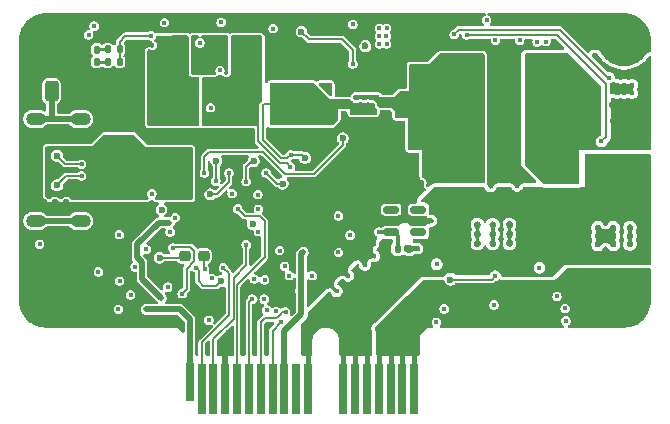
<source format=gbr>
%TF.GenerationSoftware,KiCad,Pcbnew,9.0.7*%
%TF.CreationDate,2026-02-05T11:34:20+01:00*%
%TF.ProjectId,PDNode-600,50444e6f-6465-42d3-9630-302e6b696361,rev?*%
%TF.SameCoordinates,Original*%
%TF.FileFunction,Copper,L6,Bot*%
%TF.FilePolarity,Positive*%
%FSLAX46Y46*%
G04 Gerber Fmt 4.6, Leading zero omitted, Abs format (unit mm)*
G04 Created by KiCad (PCBNEW 9.0.7) date 2026-02-05 11:34:20*
%MOMM*%
%LPD*%
G01*
G04 APERTURE LIST*
G04 Aperture macros list*
%AMRoundRect*
0 Rectangle with rounded corners*
0 $1 Rounding radius*
0 $2 $3 $4 $5 $6 $7 $8 $9 X,Y pos of 4 corners*
0 Add a 4 corners polygon primitive as box body*
4,1,4,$2,$3,$4,$5,$6,$7,$8,$9,$2,$3,0*
0 Add four circle primitives for the rounded corners*
1,1,$1+$1,$2,$3*
1,1,$1+$1,$4,$5*
1,1,$1+$1,$6,$7*
1,1,$1+$1,$8,$9*
0 Add four rect primitives between the rounded corners*
20,1,$1+$1,$2,$3,$4,$5,0*
20,1,$1+$1,$4,$5,$6,$7,0*
20,1,$1+$1,$6,$7,$8,$9,0*
20,1,$1+$1,$8,$9,$2,$3,0*%
G04 Aperture macros list end*
%TA.AperFunction,ComponentPad*%
%ADD10C,0.700000*%
%TD*%
%TA.AperFunction,ComponentPad*%
%ADD11C,4.400000*%
%TD*%
%TA.AperFunction,HeatsinkPad*%
%ADD12C,0.500000*%
%TD*%
%TA.AperFunction,HeatsinkPad*%
%ADD13R,2.400000X2.400000*%
%TD*%
%TA.AperFunction,HeatsinkPad*%
%ADD14O,1.700000X1.100000*%
%TD*%
%TA.AperFunction,ConnectorPad*%
%ADD15R,0.700000X3.200000*%
%TD*%
%TA.AperFunction,ConnectorPad*%
%ADD16R,0.700000X4.300000*%
%TD*%
%TA.AperFunction,ComponentPad*%
%ADD17C,0.600000*%
%TD*%
%TA.AperFunction,SMDPad,CuDef*%
%ADD18R,1.650000X2.400000*%
%TD*%
%TA.AperFunction,SMDPad,CuDef*%
%ADD19RoundRect,0.135000X0.135000X0.185000X-0.135000X0.185000X-0.135000X-0.185000X0.135000X-0.185000X0*%
%TD*%
%TA.AperFunction,SMDPad,CuDef*%
%ADD20C,0.600000*%
%TD*%
%TA.AperFunction,SMDPad,CuDef*%
%ADD21RoundRect,0.250000X0.362500X1.425000X-0.362500X1.425000X-0.362500X-1.425000X0.362500X-1.425000X0*%
%TD*%
%TA.AperFunction,SMDPad,CuDef*%
%ADD22RoundRect,0.150000X0.512500X0.150000X-0.512500X0.150000X-0.512500X-0.150000X0.512500X-0.150000X0*%
%TD*%
%TA.AperFunction,SMDPad,CuDef*%
%ADD23RoundRect,0.140000X-0.140000X-0.170000X0.140000X-0.170000X0.140000X0.170000X-0.140000X0.170000X0*%
%TD*%
%TA.AperFunction,SMDPad,CuDef*%
%ADD24RoundRect,0.250000X0.312500X0.625000X-0.312500X0.625000X-0.312500X-0.625000X0.312500X-0.625000X0*%
%TD*%
%TA.AperFunction,SMDPad,CuDef*%
%ADD25RoundRect,0.225000X0.250000X-0.225000X0.250000X0.225000X-0.250000X0.225000X-0.250000X-0.225000X0*%
%TD*%
%TA.AperFunction,ViaPad*%
%ADD26C,0.400000*%
%TD*%
%TA.AperFunction,ViaPad*%
%ADD27C,0.550000*%
%TD*%
%TA.AperFunction,Conductor*%
%ADD28C,0.300000*%
%TD*%
%TA.AperFunction,Conductor*%
%ADD29C,0.200000*%
%TD*%
%TA.AperFunction,Conductor*%
%ADD30C,0.400000*%
%TD*%
%TA.AperFunction,Conductor*%
%ADD31C,0.500000*%
%TD*%
%TA.AperFunction,Conductor*%
%ADD32C,0.150000*%
%TD*%
%TA.AperFunction,Conductor*%
%ADD33C,0.250000*%
%TD*%
G04 APERTURE END LIST*
D10*
%TO.P,H3,1,1*%
%TO.N,GND*%
X51500000Y31375000D03*
X50333274Y31858274D03*
X52666726Y31858274D03*
X49850000Y33025000D03*
D11*
X51500000Y33025000D03*
D10*
X53150000Y33025000D03*
X50333274Y34191726D03*
X52666726Y34191726D03*
X51500000Y34675000D03*
%TD*%
%TO.P,H1,1,1*%
%TO.N,GND*%
X2500000Y31375000D03*
X1333274Y31858274D03*
X3666726Y31858274D03*
X850000Y33025000D03*
D11*
X2500000Y33025000D03*
D10*
X4150000Y33025000D03*
X1333274Y34191726D03*
X3666726Y34191726D03*
X2500000Y34675000D03*
%TD*%
D12*
%TO.P,IC2,29,VSS*%
%TO.N,GND*%
X15500000Y17600000D03*
X15500000Y16650000D03*
X15500000Y15700000D03*
X16450000Y17600000D03*
X16450000Y16650000D03*
D13*
X16450000Y16650000D03*
D12*
X16450000Y15700000D03*
X17400000Y17600000D03*
X17400000Y16650000D03*
X17400000Y15700000D03*
%TD*%
D14*
%TO.P,J1,S1,SHIELD*%
%TO.N,SHIELD*%
X5500000Y26345000D03*
X1700000Y26345000D03*
X5500000Y17705000D03*
X1700000Y17705000D03*
%TD*%
D10*
%TO.P,H2,1,1*%
%TO.N,GND*%
X2500000Y9375000D03*
X1333274Y9858274D03*
X3666726Y9858274D03*
X850000Y11025000D03*
D11*
X2500000Y11025000D03*
D10*
X4150000Y11025000D03*
X1333274Y12191726D03*
X3666726Y12191726D03*
X2500000Y12675000D03*
%TD*%
D15*
%TO.P,J2,A1,A1*%
%TO.N,Net-(JP1-C)*%
X14750000Y4075000D03*
D16*
%TO.P,J2,A2,A2*%
%TO.N,/Block Diagram/USB-PD Source Controller/SPI_MOSI*%
X15750000Y3525000D03*
%TO.P,J2,A3,A3*%
%TO.N,/Block Diagram/USB-PD Source Controller/SPI_CLK*%
X16750000Y3525000D03*
%TO.P,J2,A4,A4*%
%TO.N,GND*%
X17750000Y3525000D03*
%TO.P,J2,A5,A5*%
%TO.N,/Block Diagram/USB-PD Source Controller/PD_IRQ*%
X18750000Y3525000D03*
%TO.P,J2,A6,A6*%
%TO.N,/Block Diagram/Board Connector and Supplies/I2C_SCL*%
X19750000Y3525000D03*
%TO.P,J2,A7,A7*%
%TO.N,PMIC_EN*%
X20750000Y3525000D03*
%TO.P,J2,A8,A8*%
%TO.N,/Block Diagram/USB-PD Source Controller/PD_ENABLE*%
X21750000Y3525000D03*
%TO.P,J2,A9,A9*%
%TO.N,+3.3V*%
X22750000Y3525000D03*
%TO.P,J2,A10,A10*%
%TO.N,unconnected-(J2-PadA10)*%
X23750000Y3525000D03*
%TO.P,J2,A11,A11*%
%TO.N,+24V*%
X24750000Y3525000D03*
%TO.P,J2,A12,A12*%
X27750000Y3525000D03*
%TO.P,J2,A13,A13*%
X28750000Y3525000D03*
%TO.P,J2,A14,A14*%
X29750000Y3525000D03*
%TO.P,J2,A15,A15*%
%TO.N,GND*%
X30750000Y3525000D03*
%TO.P,J2,A16,A16*%
X31750000Y3525000D03*
%TO.P,J2,A17,A17*%
X32750000Y3525000D03*
%TO.P,J2,A18,A18*%
X33750000Y3525000D03*
%TD*%
D17*
%TO.P,IC6,11,PAD*%
%TO.N,GND*%
X26305000Y15665000D03*
X26305000Y17385000D03*
X25825000Y16525000D03*
D18*
X25825000Y16525000D03*
D17*
X25345000Y15665000D03*
X25345000Y17385000D03*
%TD*%
D10*
%TO.P,H4,1,1*%
%TO.N,GND*%
X51500000Y9375000D03*
X50333274Y9858274D03*
X52666726Y9858274D03*
X49850000Y11025000D03*
D11*
X51500000Y11025000D03*
D10*
X53150000Y11025000D03*
X50333274Y12191726D03*
X52666726Y12191726D03*
X51500000Y12675000D03*
%TD*%
D19*
%TO.P,R35,1*%
%TO.N,Net-(IC3-A1)*%
X6860000Y31185000D03*
%TO.P,R35,2*%
%TO.N,GND*%
X5840000Y31185000D03*
%TD*%
D20*
%TO.P,1V8,1*%
%TO.N,/Block Diagram/USB-PD Source Controller/1V8_INTERNAL*%
X20070000Y17450000D03*
%TD*%
%TO.P,FB1,1*%
%TO.N,/Block Diagram/Adjustable 5A Buck Converter/FEEDBACK*%
X27700000Y24700000D03*
%TD*%
%TO.P,VDET1,1*%
%TO.N,/Block Diagram/USB-PD Source Controller/VBUS_DET*%
X12350000Y18660000D03*
%TD*%
%TO.P,PDO2,1*%
%TO.N,/Block Diagram/USB-PD Source Controller/PDO2*%
X22600000Y20875000D03*
%TD*%
D21*
%TO.P,R9,1*%
%TO.N,/Block Diagram/Adjustable 5A Buck Converter/VOUT*%
X23762500Y27650000D03*
%TO.P,R9,2*%
%TO.N,/Block Diagram/USB-PD Source Controller/V_SOURCE*%
X17837500Y27650000D03*
%TD*%
D20*
%TO.P,PG1,1*%
%TO.N,PGOOD_PMIC*%
X24200000Y33750000D03*
%TD*%
%TO.P,PMEN1,1*%
%TO.N,PMIC_EN*%
X29600000Y32500000D03*
%TD*%
D22*
%TO.P,U1,1,SCL*%
%TO.N,/Block Diagram/Board Connector and Supplies/I2C_SCL*%
X34070000Y18675000D03*
%TO.P,U1,2,V_{SS}*%
%TO.N,GND*%
X34070000Y17725000D03*
%TO.P,U1,3,SDA*%
%TO.N,/Block Diagram/Board Connector and Supplies/I2C_SDA*%
X34070000Y16775000D03*
%TO.P,U1,4,V_{CC}*%
%TO.N,+3.3V*%
X31795000Y16775000D03*
%TO.P,U1,5,NC*%
%TO.N,unconnected-(U1-NC-Pad5)*%
X31795000Y18675000D03*
%TD*%
D20*
%TO.P,PDO3,1*%
%TO.N,/Block Diagram/USB-PD Source Controller/PDO3*%
X20145990Y22781289D03*
%TD*%
D23*
%TO.P,C31,1*%
%TO.N,+3.3V*%
X32365000Y15375000D03*
%TO.P,C31,2*%
%TO.N,GND*%
X33325000Y15375000D03*
%TD*%
D19*
%TO.P,R33,1*%
%TO.N,+3.3V*%
X8800000Y31185000D03*
%TO.P,R33,2*%
%TO.N,Net-(IC3-A1)*%
X7780000Y31185000D03*
%TD*%
D20*
%TO.P,TP24V1,1*%
%TO.N,+24V*%
X38575000Y18600000D03*
%TD*%
%TO.P,PGY1,1*%
%TO.N,Net-(IC4-Y)*%
X36800000Y12725000D03*
%TD*%
%TO.P,3V3,1*%
%TO.N,+3.3V*%
X24175000Y11800000D03*
%TD*%
D24*
%TO.P,R26,1*%
%TO.N,GND*%
X5962500Y28700000D03*
%TO.P,R26,2*%
%TO.N,SHIELD*%
X3037500Y28700000D03*
%TD*%
D19*
%TO.P,R34,1*%
%TO.N,Net-(IC3-A0)*%
X6860000Y32225000D03*
%TO.P,R34,2*%
%TO.N,GND*%
X5840000Y32225000D03*
%TD*%
D20*
%TO.P,CC2,1*%
%TO.N,/Block Diagram/USB-PD Source Controller/CC2*%
X3500000Y20725000D03*
%TD*%
%TO.P,VOUT1,1*%
%TO.N,/Block Diagram/Adjustable 5A Buck Converter/VOUT*%
X24500000Y23050000D03*
%TD*%
%TO.P,PDO4,1*%
%TO.N,/Block Diagram/USB-PD Source Controller/PDO4*%
X16490000Y19970000D03*
%TD*%
D25*
%TO.P,C20,1*%
%TO.N,+3.3V*%
X15910000Y14740000D03*
%TO.P,C20,2*%
%TO.N,GND*%
X15910000Y16290000D03*
%TD*%
D20*
%TO.P,CC1,1*%
%TO.N,/Block Diagram/USB-PD Source Controller/CC1*%
X3500000Y23225000D03*
%TD*%
%TO.P,CN1,1*%
%TO.N,VBUS*%
X14300000Y23100000D03*
%TD*%
D19*
%TO.P,R32,1*%
%TO.N,+3.3V*%
X8800000Y32235000D03*
%TO.P,R32,2*%
%TO.N,Net-(IC3-A0)*%
X7780000Y32235000D03*
%TD*%
D25*
%TO.P,C19,1*%
%TO.N,+3.3VA*%
X14320000Y14730000D03*
%TO.P,C19,2*%
%TO.N,GND*%
X14320000Y16280000D03*
%TD*%
D20*
%TO.P,CP1,1*%
%TO.N,/Block Diagram/USB-PD Source Controller/CURR_MEA*%
X12475000Y27550000D03*
%TD*%
%TO.P,PDO5,1*%
%TO.N,/Block Diagram/USB-PD Source Controller/PDO5*%
X17000000Y22775000D03*
%TD*%
%TO.P,3VA1,1*%
%TO.N,+3.3VA*%
X12180000Y14600000D03*
%TD*%
%TO.P,3VINT1,1*%
%TO.N,/Block Diagram/USB-PD Source Controller/3V3_INTERNAL*%
X17400000Y12625000D03*
%TD*%
D26*
%TO.N,GND*%
X10600000Y30500000D03*
X10600000Y26900000D03*
%TO.N,/Block Diagram/USB-PD Source Controller/V_SOURCE*%
X16350000Y26200000D03*
%TO.N,/Block Diagram/USB-PD Source Controller/T3T4DS*%
X17323211Y32581788D03*
X17323211Y31681788D03*
X16450000Y32150000D03*
X16450000Y31250000D03*
X15750000Y30750000D03*
X15750000Y31650000D03*
%TO.N,/Block Diagram/USB-PD Source Controller/DISCHARGE*%
X21800000Y34000000D03*
%TO.N,/Block Diagram/USB-PD Source Controller/T3T4DS*%
X12600000Y34500000D03*
%TO.N,/Block Diagram/USB-PD Source Controller/DISCHARGE*%
X16500000Y27300000D03*
%TO.N,/Block Diagram/USB-PD Source Controller/V_SOURCE*%
X18400000Y27000000D03*
X19100000Y27000000D03*
X17700000Y27900000D03*
X17700000Y28800000D03*
X19100000Y28800000D03*
X19100000Y29700000D03*
X19100000Y27900000D03*
X18400000Y29700000D03*
X18400000Y27900000D03*
X18400000Y28800000D03*
X20400000Y32500000D03*
X20400000Y30700000D03*
X20400000Y31600000D03*
X19800000Y32500000D03*
X19800000Y30700000D03*
X19800000Y31600000D03*
X19100000Y32500000D03*
X19100000Y30700000D03*
X19100000Y31600000D03*
X18400000Y30700000D03*
X18400000Y32500000D03*
X18400000Y31600000D03*
%TO.N,Net-(T3-G)*%
X15600000Y32800000D03*
X17300000Y30450000D03*
%TO.N,/Block Diagram/USB-PD Source Controller/1V8_INTERNAL*%
X20070000Y17450000D03*
X16600000Y12843585D03*
%TO.N,+24V*%
X31395000Y33375000D03*
X30800000Y33375000D03*
D27*
X52506041Y20093659D03*
X51174848Y20093659D03*
X49938066Y20093659D03*
X52506041Y18781348D03*
X50561178Y21481498D03*
X48606873Y20093659D03*
X28800000Y8600000D03*
X44205749Y16610000D03*
X49938066Y18837995D03*
D26*
X30800000Y32700000D03*
D27*
X50589501Y22954307D03*
X46879155Y17506802D03*
X51174848Y18781348D03*
X51920694Y22954307D03*
X24800000Y8600000D03*
X46860273Y15797966D03*
X44216770Y15797966D03*
D26*
X31400000Y34025000D03*
D27*
X45557403Y17506802D03*
X51930135Y21490939D03*
X46849252Y16610000D03*
X45527500Y16610000D03*
X29800000Y8600000D03*
D26*
X30800000Y34025000D03*
D27*
X48606873Y18837995D03*
X45538521Y15797966D03*
D26*
X31400000Y32700000D03*
D27*
X27800000Y8600000D03*
X44235652Y17506802D03*
%TO.N,GND*%
X3325000Y19275000D03*
D26*
X30300000Y15775000D03*
X20575000Y15525000D03*
X11550000Y32575000D03*
X29600000Y21400000D03*
X21225000Y22600000D03*
X6094810Y13732053D03*
D27*
X40400000Y17400000D03*
D26*
X34050000Y34825000D03*
X5850000Y30500000D03*
X7300000Y29350000D03*
X8250000Y25905000D03*
X15375000Y7650000D03*
D27*
X4350000Y24775000D03*
X33225000Y9500000D03*
D26*
X6425000Y9700000D03*
D27*
X40400000Y16600000D03*
D26*
X16000000Y20750000D03*
X26500000Y34350000D03*
X28550000Y21400000D03*
X23100000Y18775000D03*
X34400000Y20950000D03*
X9400000Y18225000D03*
X42450000Y20700000D03*
X26800000Y22150000D03*
D27*
X24811982Y24365727D03*
X33725000Y11250000D03*
X4275000Y19275000D03*
X41812016Y16610000D03*
D26*
X11330000Y34675000D03*
D27*
X50596492Y16441058D03*
D26*
X31150000Y23950000D03*
D27*
X23773463Y25211229D03*
D26*
X29600000Y18000000D03*
X8450000Y18205000D03*
X7000000Y16400000D03*
X34025000Y15375000D03*
D27*
X31700000Y8600000D03*
D26*
X19175000Y33850000D03*
X16250000Y7225000D03*
D27*
X32225000Y9500000D03*
X24759549Y31314736D03*
D26*
X30600000Y19500000D03*
D27*
X22724531Y25219797D03*
D26*
X40225000Y20650000D03*
X18950000Y14750000D03*
X27150000Y14125000D03*
D27*
X49296492Y17141058D03*
D26*
X11525000Y20025000D03*
X44500000Y12100000D03*
X20275000Y7275000D03*
X51525000Y28550000D03*
X40225000Y22075000D03*
X28150000Y13075000D03*
X7275000Y28025000D03*
X27550000Y18825000D03*
D27*
X3400000Y24775000D03*
X34725000Y11250000D03*
X32700000Y8600000D03*
X30700000Y8600000D03*
X22665804Y31306520D03*
D26*
X31650000Y21400000D03*
X28250000Y20600000D03*
D27*
X22718237Y24357511D03*
D26*
X32200000Y20900000D03*
D27*
X39100000Y17400000D03*
D26*
X8225000Y26900000D03*
X10925000Y18600000D03*
X10250000Y16900000D03*
D27*
X39100000Y16600000D03*
D26*
X32225000Y24875000D03*
D27*
X34250000Y9500000D03*
X49296492Y15741058D03*
X33700000Y8600000D03*
D26*
X29530000Y28942081D03*
X50900000Y29225000D03*
X41175000Y9550000D03*
X10950000Y11400000D03*
D27*
X52008508Y15751058D03*
X39100000Y15800000D03*
X34725000Y10350000D03*
D26*
X9325000Y13650000D03*
X27550000Y34375000D03*
X1075000Y30050000D03*
X22425000Y12150000D03*
X34045000Y33350000D03*
X36975000Y9650000D03*
D27*
X1500000Y24775000D03*
D26*
X30105000Y28942081D03*
X17550000Y11700000D03*
D27*
X52008508Y16451058D03*
D26*
X22100000Y18800000D03*
D27*
X2450000Y24775000D03*
X40400000Y15800000D03*
D26*
X4200000Y16300000D03*
D27*
X41812016Y15810000D03*
D26*
X29625000Y34375000D03*
X26150000Y13075000D03*
D27*
X33725000Y10350000D03*
D26*
X35650000Y14050000D03*
X28250000Y19600000D03*
X39700000Y12100000D03*
D27*
X50596492Y15741058D03*
X23714736Y31297952D03*
D26*
X31300000Y20200000D03*
D27*
X32725000Y10350000D03*
D26*
X51525000Y29225000D03*
X33000000Y33350000D03*
X33025000Y17725000D03*
D27*
X24763745Y30383216D03*
D26*
X19275000Y7275000D03*
X5575000Y32625000D03*
X21850000Y14325000D03*
D27*
X49296492Y16441058D03*
X41812016Y17410000D03*
D26*
X27550000Y21400000D03*
D27*
X23718932Y30366432D03*
X50596492Y17141058D03*
X2375000Y19275000D03*
D26*
X29950000Y20200000D03*
X29575000Y14000000D03*
X33300000Y19900000D03*
D27*
X52008508Y17151058D03*
D26*
X6475000Y11150000D03*
X4700000Y15700000D03*
X42450000Y22025000D03*
X38925000Y34375000D03*
X35200000Y17725000D03*
X21275000Y7275000D03*
D27*
X24818276Y25228013D03*
D26*
X39150000Y32925000D03*
D27*
X22670000Y30375000D03*
D26*
X30350000Y14725000D03*
X7300000Y28700000D03*
X50900000Y28550000D03*
X52200000Y29225000D03*
X20150000Y33825000D03*
D27*
X1425000Y19275000D03*
D26*
X28837404Y28925000D03*
X18100000Y8275000D03*
X52200000Y28550000D03*
X14950000Y11100000D03*
D27*
X23767169Y24348943D03*
D26*
X30050000Y17350000D03*
X27175000Y11775000D03*
%TO.N,/Block Diagram/USB-PD Source Controller/3V3_INTERNAL*%
X17400000Y12630000D03*
X15275000Y13750000D03*
D27*
%TO.N,/Block Diagram/Adjustable 5A Buck Converter/SW1*%
X52359219Y24068061D03*
X51882930Y26183158D03*
X50548711Y26190097D03*
X47826283Y26224069D03*
X45063193Y28829808D03*
X47830437Y24710726D03*
X47792673Y30347053D03*
X49251321Y26218847D03*
X45111405Y24729608D03*
X46397412Y28822869D03*
X49270203Y28937879D03*
X47794813Y27508057D03*
X51857633Y27545176D03*
X46441470Y26236012D03*
X51025000Y24075000D03*
X46410000Y27520000D03*
X46407860Y30358996D03*
X49258260Y27553066D03*
X50523414Y27552115D03*
X45107251Y26242951D03*
X47782225Y28810926D03*
X46445624Y24722669D03*
X45073641Y30365935D03*
X45075781Y27526939D03*
X52384219Y24943061D03*
X51050000Y24950000D03*
%TO.N,VBUS*%
X8250000Y20000000D03*
X8250000Y22000000D03*
X8250000Y24005000D03*
X13381726Y20939610D03*
X5580000Y20505000D03*
X14300000Y22000000D03*
X9400000Y23000000D03*
X5580000Y23545000D03*
X10400000Y23000000D03*
X9400000Y20000000D03*
X8251190Y20917749D03*
X11400000Y20900000D03*
X12400000Y23000000D03*
X12400000Y22000000D03*
X10400000Y22000000D03*
X14300000Y23100000D03*
X14300000Y20900000D03*
X8250000Y23000000D03*
X9388228Y21997887D03*
X11400000Y23000000D03*
X13400000Y22000000D03*
X12423286Y20899675D03*
X10406570Y20909659D03*
X13400000Y23000000D03*
X9408195Y24005000D03*
X11400000Y22000000D03*
X9388228Y20909659D03*
D26*
%TO.N,/Block Diagram/Adjustable 5A Buck Converter/SW2*%
X29530000Y28115000D03*
X30105000Y28115000D03*
D27*
X34985820Y24863435D03*
X34994279Y28751400D03*
X35000000Y30075000D03*
X37744279Y28751400D03*
X36364923Y23566860D03*
X35039103Y26223425D03*
X36395820Y24883435D03*
X36410000Y30095000D03*
X35000000Y27500000D03*
X36410000Y27520000D03*
X37774923Y23586860D03*
X37789103Y26223425D03*
D26*
X28830000Y28115000D03*
D27*
X35024923Y23586860D03*
X36379103Y26203425D03*
X36404279Y28771400D03*
X37750000Y30075000D03*
X37735820Y24863435D03*
X37750000Y27500000D03*
%TO.N,/Block Diagram/Adjustable 5A Buck Converter/VOUT*%
X22527966Y26937475D03*
X25878847Y28235409D03*
X23700000Y28400000D03*
X22527262Y27665107D03*
X24776284Y27666052D03*
X22527966Y26237475D03*
X23700000Y29100000D03*
X23700000Y27680000D03*
X24776988Y26938420D03*
X23700704Y26952368D03*
D26*
X30123672Y27313385D03*
X23275000Y23325000D03*
X29505000Y27300000D03*
D27*
X24776988Y26238420D03*
X23700704Y26252368D03*
X25878847Y26815409D03*
D26*
X28830000Y27300000D03*
D27*
X24776284Y28386052D03*
X24776284Y29086052D03*
X22527262Y29085107D03*
X22527262Y28385107D03*
D26*
%TO.N,+3.3VA*%
X14320000Y14730000D03*
%TO.N,+3.3V*%
X30750000Y16775000D03*
X28550000Y34350000D03*
X24200000Y14400000D03*
X16000000Y13640000D03*
X21075000Y12725000D03*
X20550000Y18725000D03*
X20200000Y12800000D03*
X23175000Y13075000D03*
X25125000Y13075000D03*
X11050000Y15300000D03*
X20500000Y19950000D03*
X11475000Y33375000D03*
X22350000Y15200000D03*
X9725000Y11450000D03*
X35625000Y9150000D03*
X24200000Y11800000D03*
X10100000Y13825000D03*
X8700000Y10225000D03*
X24350000Y15050000D03*
%TO.N,SHIELD*%
X3025000Y29150000D03*
X3025000Y28225000D03*
%TO.N,+5V*%
X27325000Y18150000D03*
X12325000Y11200000D03*
X27330699Y15044301D03*
X16350000Y9300000D03*
X12775000Y17551000D03*
%TO.N,Net-(D1-Pad2)*%
X46525000Y10300000D03*
X42675000Y33000000D03*
%TO.N,Net-(IC4-Y)*%
X39875000Y34700000D03*
X40600000Y13025000D03*
X36800000Y12700000D03*
%TO.N,Net-(D2-Pad2)*%
X46575000Y9250000D03*
X44900000Y32900000D03*
%TO.N,Net-(IC5-Y)*%
X44350000Y13750000D03*
X44150000Y32875000D03*
%TO.N,Net-(D3-Pad1)*%
X45830000Y11325000D03*
X40625000Y33000000D03*
%TO.N,/Block Diagram/USB-PD Source Controller/CC1*%
X5580000Y22525000D03*
X13075000Y16775000D03*
%TO.N,/Block Diagram/USB-PD Source Controller/CC2*%
X5580000Y21525000D03*
X13525000Y18000000D03*
%TO.N,PMIC_EN*%
X22850000Y10025000D03*
X29610000Y32600000D03*
X40500000Y10600000D03*
D27*
%TO.N,/Block Diagram/USB-PD Source Controller/CURR_MEA*%
X13250000Y27099581D03*
X14220361Y28028070D03*
X14250312Y26201044D03*
X13281889Y29086347D03*
X12263546Y28048037D03*
X13250000Y26161109D03*
X12243579Y27099581D03*
X12223611Y26161109D03*
X12273530Y29096330D03*
X14230344Y29066379D03*
X13250000Y28037500D03*
X14230344Y27100000D03*
D26*
%TO.N,PGOOD_COMBIMED*%
X21250000Y10175000D03*
X8800000Y12625000D03*
X2025000Y15750000D03*
%TO.N,/Block Diagram/Adjustable 5A Buck Converter/FEEDBACK*%
X15970000Y21775000D03*
X27700000Y24700000D03*
%TO.N,PGOOD_PMIC*%
X36275000Y10275000D03*
X28550000Y31000000D03*
X8775000Y16550000D03*
%TO.N,/Block Diagram/USB-PD Source Controller/SPI_CLK*%
X19510000Y15700000D03*
%TO.N,/Block Diagram/USB-PD Source Controller/PDO3*%
X19510000Y21040000D03*
X20145990Y22781289D03*
%TO.N,/Block Diagram/USB-PD Source Controller/PDO4*%
X18060000Y21775000D03*
%TO.N,/Block Diagram/USB-PD Source Controller/DISCHARGE*%
X20550000Y16800000D03*
%TO.N,/Block Diagram/USB-PD Source Controller/PD_IRQ*%
X18800000Y18730000D03*
%TO.N,/Block Diagram/USB-PD Source Controller/SPI_MOSI*%
X17587568Y13744585D03*
%TO.N,/Block Diagram/USB-PD Source Controller/VBUS_EN*%
X17400000Y34525000D03*
X18325000Y20025000D03*
%TO.N,Net-(IC3-A0)*%
X6860000Y32225000D03*
%TO.N,/Block Diagram/USB-PD Source Controller/VBUS_DET*%
X12350000Y18660000D03*
%TO.N,Net-(IC3-A1)*%
X6860000Y31185000D03*
%TO.N,/Block Diagram/USB-PD Source Controller/PD_ENABLE*%
X13310000Y15425000D03*
X22475000Y9150000D03*
X14100000Y11550000D03*
%TO.N,Net-(T1-G)*%
X49600000Y24450000D03*
X38175000Y33450000D03*
%TO.N,Net-(T2-G)*%
X37125000Y33500000D03*
X50250000Y29800000D03*
%TO.N,/Block Diagram/USB-PD Source Controller/PDO2*%
X21210000Y21775000D03*
%TO.N,/Block Diagram/USB-PD Source Controller/PDO5*%
X16941979Y21083021D03*
X17010000Y22795000D03*
%TO.N,/Block Diagram/Board Connector and Supplies/I2C_SDA*%
X6175000Y33475000D03*
X34025000Y16750000D03*
X21050000Y11090000D03*
%TO.N,/Block Diagram/Board Connector and Supplies/I2C_SCL*%
X6650000Y34200000D03*
X20025000Y11090000D03*
X34000000Y18650000D03*
%TO.N,PGOOD_3V3*%
X7000000Y13400000D03*
X22775000Y13875000D03*
X28325000Y16500000D03*
%TO.N,Net-(JP1-C)*%
X11025000Y10225000D03*
%TO.N,/Block Diagram/Board Connector and Supplies/PORT_EN*%
X22025000Y10050000D03*
X12875000Y12100000D03*
%TO.N,/Block Diagram/USB-PD Source Controller/V_SOURCE*%
X23260000Y22320000D03*
%TO.N,GND*%
X14700000Y24950000D03*
%TD*%
D28*
%TO.N,/Block Diagram/USB-PD Source Controller/V_SOURCE*%
X17400000Y26200000D02*
X17700000Y26500000D01*
X17700000Y26500000D02*
X17700000Y27000000D01*
X16350000Y26200000D02*
X17400000Y26200000D01*
D29*
X20550000Y27500000D02*
X20435665Y27614335D01*
X20550000Y24450000D02*
X20550000Y27500000D01*
X17873165Y27614335D02*
X17837500Y27650000D01*
X22375000Y22625000D02*
X20550000Y24450000D01*
X22955000Y22625000D02*
X22375000Y22625000D01*
X20435665Y27614335D02*
X17873165Y27614335D01*
X23260000Y22320000D02*
X22955000Y22625000D01*
D30*
%TO.N,+24V*%
X27750000Y3525000D02*
X27750000Y8550000D01*
X24750000Y8550000D02*
X24800000Y8600000D01*
X24750000Y3525000D02*
X24750000Y8550000D01*
X29750000Y3525000D02*
X29750000Y8550000D01*
X28750000Y3525000D02*
X28750000Y8550000D01*
X29750000Y8550000D02*
X29800000Y8600000D01*
X28750000Y8550000D02*
X28800000Y8600000D01*
X27750000Y8550000D02*
X27800000Y8600000D01*
D31*
%TO.N,GND*%
X17750000Y3525000D02*
X17750000Y7925000D01*
X5962500Y29037500D02*
X6275000Y29350000D01*
D30*
X32750000Y8550000D02*
X32700000Y8600000D01*
D31*
X17750000Y7925000D02*
X18100000Y8275000D01*
D30*
X33750000Y8550000D02*
X33700000Y8600000D01*
D31*
X6150000Y28125000D02*
X6250000Y28025000D01*
D29*
X14320000Y16280000D02*
X16080000Y16280000D01*
D30*
X30750000Y3525000D02*
X30750000Y8550000D01*
D31*
X6275000Y29350000D02*
X7300000Y29350000D01*
D29*
X16080000Y16280000D02*
X16450000Y16650000D01*
D31*
X5962500Y28312500D02*
X6150000Y28125000D01*
X5962500Y28700000D02*
X5962500Y29037500D01*
D32*
X5850000Y30500000D02*
X5840000Y30510000D01*
X33325000Y15375000D02*
X34025000Y15375000D01*
X34070000Y17725000D02*
X33025000Y17725000D01*
D30*
X31750000Y3525000D02*
X31750000Y8550000D01*
D31*
X6250000Y28025000D02*
X7275000Y28025000D01*
X5962500Y28700000D02*
X7300000Y28700000D01*
D30*
X33750000Y3525000D02*
X33750000Y8550000D01*
D32*
X34070000Y17725000D02*
X35200000Y17725000D01*
X5840000Y31185000D02*
X5840000Y32225000D01*
D30*
X30750000Y8550000D02*
X30700000Y8600000D01*
D31*
X5962500Y28700000D02*
X5962500Y28312500D01*
D32*
X5840000Y30510000D02*
X5840000Y31185000D01*
X5840000Y32360000D02*
X5840000Y32225000D01*
D30*
X31750000Y8550000D02*
X31700000Y8600000D01*
X32750000Y3525000D02*
X32750000Y8550000D01*
D32*
X5575000Y32625000D02*
X5840000Y32360000D01*
D29*
%TO.N,/Block Diagram/USB-PD Source Controller/3V3_INTERNAL*%
X15500000Y12625000D02*
X15500000Y13525000D01*
X17400000Y12625000D02*
X17275000Y12750000D01*
X15500000Y13525000D02*
X15275000Y13750000D01*
X17000000Y12225000D02*
X15900000Y12225000D01*
X17400000Y12625000D02*
X17000000Y12225000D01*
X15900000Y12225000D02*
X15500000Y12625000D01*
%TO.N,/Block Diagram/Adjustable 5A Buck Converter/VOUT*%
X23300000Y23300000D02*
X23275000Y23325000D01*
X21050000Y27625000D02*
X23645000Y27625000D01*
X20925000Y24575000D02*
X20925000Y27500000D01*
X22475000Y23025000D02*
X20925000Y24575000D01*
X22975000Y23025000D02*
X22475000Y23025000D01*
X24500000Y23050000D02*
X24250000Y23300000D01*
X24250000Y23300000D02*
X23300000Y23300000D01*
X23275000Y23325000D02*
X22975000Y23025000D01*
X20925000Y27500000D02*
X21050000Y27625000D01*
X23645000Y27625000D02*
X23700000Y27680000D01*
D32*
%TO.N,+3.3VA*%
X12180000Y14600000D02*
X14190000Y14600000D01*
X14190000Y14600000D02*
X14320000Y14730000D01*
D31*
%TO.N,+3.3V*%
X24200000Y9850000D02*
X24200000Y13750000D01*
D28*
X32365000Y15375000D02*
X32365000Y16460000D01*
D29*
X15910000Y14740000D02*
X15910000Y13730000D01*
X9275000Y33375000D02*
X11475000Y33375000D01*
D31*
X24200000Y13750000D02*
X24200000Y14900000D01*
X24200000Y13750000D02*
X24200000Y14400000D01*
D28*
X32365000Y16460000D02*
X32050000Y16775000D01*
D31*
X22750000Y3525000D02*
X22750000Y8400000D01*
D29*
X8800000Y31185000D02*
X8800000Y32235000D01*
D28*
X32050000Y16775000D02*
X31795000Y16775000D01*
X31795000Y16775000D02*
X30750000Y16775000D01*
D31*
X22750000Y8400000D02*
X24200000Y9850000D01*
X24200000Y14900000D02*
X24350000Y15050000D01*
D29*
X8800000Y32900000D02*
X9275000Y33375000D01*
X15910000Y13730000D02*
X16000000Y13640000D01*
X8800000Y32235000D02*
X8800000Y32900000D01*
D31*
%TO.N,SHIELD*%
X3037500Y26357500D02*
X3025000Y26345000D01*
X3025000Y29150000D02*
X3025000Y28225000D01*
X1700000Y26345000D02*
X3025000Y26345000D01*
X3037500Y28700000D02*
X3037500Y26357500D01*
X1700000Y17705000D02*
X5500000Y17705000D01*
X3025000Y26345000D02*
X5500000Y26345000D01*
%TO.N,+5V*%
X12325000Y11200000D02*
X10700000Y12825000D01*
X10275000Y14625000D02*
X10275000Y15725000D01*
X10700000Y12825000D02*
X10700000Y14200000D01*
X10275000Y15725000D02*
X12101000Y17551000D01*
X10700000Y14200000D02*
X10275000Y14625000D01*
X12101000Y17551000D02*
X13000000Y17551000D01*
D29*
%TO.N,Net-(IC4-Y)*%
X36800000Y12725000D02*
X40300000Y12725000D01*
X40300000Y12725000D02*
X40600000Y13025000D01*
X36800000Y12725000D02*
X36800000Y12700000D01*
D32*
%TO.N,/Block Diagram/USB-PD Source Controller/CC1*%
X3500000Y23225000D02*
X4200000Y22525000D01*
X4200000Y22525000D02*
X5580000Y22525000D01*
%TO.N,/Block Diagram/USB-PD Source Controller/CC2*%
X4300000Y21525000D02*
X5580000Y21525000D01*
X3500000Y20725000D02*
X4300000Y21525000D01*
D29*
%TO.N,PMIC_EN*%
X22476000Y9876000D02*
X22625000Y10025000D01*
X22199000Y9599000D02*
X22211811Y9599000D01*
X21100000Y9475000D02*
X22075000Y9475000D01*
D31*
X29600000Y32590000D02*
X29610000Y32600000D01*
D29*
X22476000Y9863189D02*
X22476000Y9876000D01*
X22075000Y9475000D02*
X22199000Y9599000D01*
D31*
X29600000Y32500000D02*
X29600000Y32590000D01*
D29*
X20750000Y3525000D02*
X20750000Y9125000D01*
X22211811Y9599000D02*
X22476000Y9863189D01*
X22625000Y10025000D02*
X22850000Y10025000D01*
X20750000Y9125000D02*
X21100000Y9475000D01*
D32*
%TO.N,/Block Diagram/Adjustable 5A Buck Converter/FEEDBACK*%
X27700000Y24150000D02*
X27700000Y24700000D01*
X22775000Y21700000D02*
X25250000Y21700000D01*
X16400000Y23550000D02*
X20925000Y23550000D01*
X20925000Y23550000D02*
X22775000Y21700000D01*
X15970000Y21775000D02*
X15970000Y23120000D01*
X15970000Y23120000D02*
X16400000Y23550000D01*
X25250000Y21700000D02*
X27700000Y24150000D01*
D29*
%TO.N,PGOOD_PMIC*%
X28550000Y32175000D02*
X28550000Y31000000D01*
X24200000Y33750000D02*
X24850000Y33100000D01*
X27625000Y33100000D02*
X28550000Y32175000D01*
X24850000Y33100000D02*
X27625000Y33100000D01*
D32*
%TO.N,/Block Diagram/USB-PD Source Controller/SPI_CLK*%
X18450000Y12900000D02*
X18450000Y9410000D01*
X19510000Y13960000D02*
X18450000Y12900000D01*
X16750000Y7710000D02*
X16750000Y3525000D01*
X19510000Y15700000D02*
X19510000Y13960000D01*
X18450000Y9410000D02*
X16750000Y7710000D01*
%TO.N,/Block Diagram/USB-PD Source Controller/PDO3*%
X19510000Y22320000D02*
X19971289Y22781289D01*
X19971289Y22781289D02*
X20145990Y22781289D01*
X19510000Y21040000D02*
X19510000Y22320000D01*
%TO.N,/Block Diagram/USB-PD Source Controller/PDO4*%
X18060000Y20985000D02*
X18060000Y21775000D01*
X17045000Y19970000D02*
X18060000Y20985000D01*
X16490000Y19970000D02*
X17045000Y19970000D01*
%TO.N,/Block Diagram/USB-PD Source Controller/PD_IRQ*%
X20650000Y18125000D02*
X21090000Y17685000D01*
X19405000Y18125000D02*
X20650000Y18125000D01*
X18750000Y12310000D02*
X18750000Y3525000D01*
X18800000Y18730000D02*
X19405000Y18125000D01*
X21090000Y14650000D02*
X18750000Y12310000D01*
X21090000Y17685000D02*
X21090000Y14650000D01*
%TO.N,/Block Diagram/USB-PD Source Controller/SPI_MOSI*%
X18050000Y13282153D02*
X17587568Y13744585D01*
X18050000Y9720000D02*
X18050000Y13282153D01*
X15750000Y3525000D02*
X15750000Y7420000D01*
X15750000Y7420000D02*
X18050000Y9720000D01*
D33*
%TO.N,Net-(IC3-A0)*%
X6870000Y32235000D02*
X6860000Y32225000D01*
X7780000Y32235000D02*
X6870000Y32235000D01*
%TO.N,Net-(IC3-A1)*%
X7780000Y31185000D02*
X6860000Y31185000D01*
D29*
%TO.N,/Block Diagram/USB-PD Source Controller/PD_ENABLE*%
X15096000Y14280890D02*
X15096000Y15179110D01*
X13775000Y15475000D02*
X13360000Y15475000D01*
X13360000Y15475000D02*
X13310000Y15425000D01*
X14100000Y11550000D02*
X14475000Y11925000D01*
X14475000Y13659890D02*
X15096000Y14280890D01*
X21750000Y8425000D02*
X22475000Y9150000D01*
X21750000Y3525000D02*
X21750000Y8425000D01*
X13781000Y15481000D02*
X13775000Y15475000D01*
X15096000Y15179110D02*
X14794110Y15481000D01*
X14794110Y15481000D02*
X13781000Y15481000D01*
X14475000Y11925000D02*
X14475000Y13659890D01*
%TO.N,Net-(T1-G)*%
X38350000Y33450000D02*
X38175000Y33450000D01*
X49975000Y24825000D02*
X49600000Y24450000D01*
X49975000Y29275000D02*
X45800000Y33450000D01*
X49975000Y29275000D02*
X49975000Y24825000D01*
X45800000Y33450000D02*
X38350000Y33450000D01*
%TO.N,Net-(T2-G)*%
X50150000Y29800000D02*
X46049000Y33901000D01*
X50250000Y29800000D02*
X50150000Y29800000D01*
X37526000Y33901000D02*
X37125000Y33500000D01*
X46049000Y33901000D02*
X37526000Y33901000D01*
D32*
%TO.N,/Block Diagram/USB-PD Source Controller/PDO2*%
X22110000Y20875000D02*
X21210000Y21775000D01*
X22600000Y20875000D02*
X22110000Y20875000D01*
%TO.N,/Block Diagram/USB-PD Source Controller/PDO5*%
X17000000Y21141042D02*
X17000000Y22775000D01*
X17000000Y22775000D02*
X17000000Y22785000D01*
X16941979Y21083021D02*
X17000000Y21141042D01*
X17000000Y22785000D02*
X17010000Y22795000D01*
%TO.N,/Block Diagram/Board Connector and Supplies/I2C_SDA*%
X34070000Y16775000D02*
X34050000Y16775000D01*
X34050000Y16775000D02*
X34025000Y16750000D01*
%TO.N,/Block Diagram/Board Connector and Supplies/I2C_SCL*%
X19750000Y3525000D02*
X19750000Y10815000D01*
X34025000Y18675000D02*
X34000000Y18650000D01*
X34070000Y18675000D02*
X34025000Y18675000D01*
X19750000Y10815000D02*
X20025000Y11090000D01*
D31*
%TO.N,Net-(JP1-C)*%
X13925000Y10225000D02*
X11025000Y10225000D01*
X14750000Y4075000D02*
X14750000Y9400000D01*
X14750000Y9400000D02*
X13925000Y10225000D01*
%TD*%
%TA.AperFunction,Conductor*%
%TO.N,/Block Diagram/USB-PD Source Controller/CURR_MEA*%
G36*
X14582924Y33401705D02*
G01*
X14629388Y33349524D01*
X14641300Y33296493D01*
X14641300Y30223993D01*
X14646069Y30179638D01*
X14646652Y30176959D01*
X14657276Y30128125D01*
X14659802Y30117788D01*
X14703481Y30035819D01*
X14749236Y29983015D01*
X14749243Y29983008D01*
X14749251Y29982999D01*
X14767098Y29964785D01*
X14767105Y29964779D01*
X14807631Y29942111D01*
X14848162Y29919439D01*
X14915201Y29899754D01*
X14915205Y29899754D01*
X14915207Y29899753D01*
X14924708Y29898388D01*
X14974000Y29891300D01*
X15417300Y29891300D01*
X15484339Y29871615D01*
X15530094Y29818811D01*
X15541300Y29767300D01*
X15541300Y25899000D01*
X15521615Y25831961D01*
X15468811Y25786206D01*
X15417300Y25775000D01*
X11274000Y25775000D01*
X11206961Y25794685D01*
X11161206Y25847489D01*
X11150000Y25899000D01*
X11150000Y32125013D01*
X11169685Y32192052D01*
X11222489Y32237807D01*
X11291647Y32247751D01*
X11335996Y32232402D01*
X11394177Y32198811D01*
X11496852Y32171300D01*
X11496854Y32171300D01*
X11603146Y32171300D01*
X11603148Y32171300D01*
X11705823Y32198811D01*
X11797878Y32251959D01*
X11873041Y32327122D01*
X11926189Y32419177D01*
X11953700Y32521852D01*
X11953700Y32628148D01*
X11926189Y32730823D01*
X11873041Y32822878D01*
X11797878Y32898041D01*
X11797876Y32898042D01*
X11797874Y32898044D01*
X11792693Y32901035D01*
X11744480Y32951605D01*
X11731261Y33020213D01*
X11757233Y33085076D01*
X11767011Y33096093D01*
X11798041Y33127122D01*
X11851189Y33219177D01*
X11871358Y33294451D01*
X11907722Y33354110D01*
X11970568Y33384639D01*
X11989442Y33386344D01*
X14515626Y33420482D01*
X14582924Y33401705D01*
G37*
%TD.AperFunction*%
%TD*%
%TA.AperFunction,Conductor*%
%TO.N,/Block Diagram/USB-PD Source Controller/V_SOURCE*%
G36*
X26743039Y29405315D02*
G01*
X26788794Y29352511D01*
X26800000Y29301000D01*
X26800000Y28397372D01*
X26780315Y28330333D01*
X26727511Y28284578D01*
X26658353Y28274634D01*
X26594797Y28303659D01*
X26587546Y28310470D01*
X25699771Y29214098D01*
X25666830Y29275715D01*
X25672431Y29345360D01*
X25714796Y29400921D01*
X25780474Y29424757D01*
X25788225Y29425000D01*
X26676000Y29425000D01*
X26743039Y29405315D01*
G37*
%TD.AperFunction*%
%TD*%
%TA.AperFunction,Conductor*%
%TO.N,+24V*%
G36*
X53742539Y23374815D02*
G01*
X53788294Y23322011D01*
X53799500Y23270500D01*
X53799500Y14124000D01*
X53779815Y14056961D01*
X53727011Y14011206D01*
X53675500Y14000000D01*
X46499999Y14000000D01*
X45536319Y13036319D01*
X45474996Y13002834D01*
X45448638Y13000000D01*
X41220003Y13000000D01*
X41152964Y13019685D01*
X41107209Y13072489D01*
X41100228Y13091906D01*
X41099743Y13093716D01*
X41066392Y13218186D01*
X41000500Y13332314D01*
X40907314Y13425500D01*
X40820712Y13475500D01*
X40793187Y13491392D01*
X40729539Y13508446D01*
X40665892Y13525500D01*
X40534108Y13525500D01*
X40406812Y13491392D01*
X40292686Y13425500D01*
X40292683Y13425498D01*
X40199502Y13332317D01*
X40199500Y13332314D01*
X40133608Y13218188D01*
X40133401Y13217412D01*
X40133046Y13216831D01*
X40130500Y13210682D01*
X40129541Y13211080D01*
X40097039Y13157750D01*
X40034193Y13127218D01*
X40013625Y13125500D01*
X37300098Y13125500D01*
X37233059Y13145185D01*
X37212417Y13161819D01*
X37168717Y13205519D01*
X37168709Y13205525D01*
X37031790Y13284574D01*
X37031786Y13284576D01*
X37031784Y13284577D01*
X36879057Y13325500D01*
X36720943Y13325500D01*
X36568216Y13284577D01*
X36568209Y13284574D01*
X36431290Y13205525D01*
X36431282Y13205519D01*
X36319479Y13093716D01*
X36301170Y13062001D01*
X36250603Y13013785D01*
X36193782Y13000000D01*
X34299999Y13000000D01*
X30391018Y9091020D01*
X30365343Y9071317D01*
X30346631Y9060513D01*
X30239487Y8953369D01*
X30228684Y8934658D01*
X30220522Y8920523D01*
X30200000Y8900000D01*
X30200000Y8884978D01*
X30183388Y8856205D01*
X30183388Y8856203D01*
X30163719Y8822136D01*
X30163719Y8822135D01*
X30124500Y8675766D01*
X30124500Y8524234D01*
X30138755Y8471032D01*
X30163720Y8377863D01*
X30163721Y8377860D01*
X30183386Y8343800D01*
X30200000Y8281799D01*
X30200000Y6424000D01*
X30180315Y6356961D01*
X30127511Y6311206D01*
X30076000Y6300000D01*
X27524500Y6300000D01*
X27457461Y6319685D01*
X27411706Y6372489D01*
X27400500Y6424000D01*
X27400500Y7625654D01*
X27400499Y7625659D01*
X27365543Y7823909D01*
X27296690Y8013080D01*
X27196035Y8187421D01*
X27066634Y8341634D01*
X26912421Y8471035D01*
X26820275Y8524235D01*
X26738084Y8571688D01*
X26738081Y8571689D01*
X26738080Y8571690D01*
X26714190Y8580385D01*
X26548908Y8640544D01*
X26350658Y8675500D01*
X26350656Y8675500D01*
X26289882Y8675500D01*
X26250000Y8675500D01*
X26149344Y8675500D01*
X26149341Y8675500D01*
X25951091Y8640544D01*
X25761922Y8571691D01*
X25761915Y8571688D01*
X25587578Y8471035D01*
X25587574Y8471032D01*
X25433366Y8341634D01*
X25303968Y8187426D01*
X25303965Y8187422D01*
X25203312Y8013085D01*
X25203309Y8013078D01*
X25134456Y7823909D01*
X25099500Y7625659D01*
X25099500Y6424000D01*
X25079815Y6356961D01*
X25027011Y6311206D01*
X24975500Y6300000D01*
X24324000Y6300000D01*
X24256961Y6319685D01*
X24211206Y6372489D01*
X24200000Y6424000D01*
X24200000Y9020114D01*
X24219685Y9087153D01*
X24236319Y9107795D01*
X24406389Y9277865D01*
X24640510Y9511986D01*
X24712984Y9637515D01*
X24720793Y9666659D01*
X24750500Y9777525D01*
X24750500Y9874139D01*
X24770185Y9941178D01*
X24786814Y9961815D01*
X26492967Y11667968D01*
X26554286Y11701450D01*
X26623978Y11696466D01*
X26679911Y11654594D01*
X26700417Y11612381D01*
X26708608Y11581814D01*
X26774500Y11467686D01*
X26867686Y11374500D01*
X26981814Y11308608D01*
X27109108Y11274500D01*
X27109110Y11274500D01*
X27240890Y11274500D01*
X27240892Y11274500D01*
X27368186Y11308608D01*
X27482314Y11374500D01*
X27575500Y11467686D01*
X27641392Y11581814D01*
X27675500Y11709108D01*
X27675500Y11840892D01*
X27641392Y11968186D01*
X27575500Y12082314D01*
X27482314Y12175500D01*
X27368186Y12241392D01*
X27337620Y12249582D01*
X27277962Y12285946D01*
X27247433Y12348793D01*
X27255728Y12418169D01*
X27282030Y12457031D01*
X27583415Y12758416D01*
X27644734Y12791898D01*
X27714426Y12786914D01*
X27758773Y12758413D01*
X27842686Y12674500D01*
X27956814Y12608608D01*
X28084108Y12574500D01*
X28084110Y12574500D01*
X28215890Y12574500D01*
X28215892Y12574500D01*
X28343186Y12608608D01*
X28457314Y12674500D01*
X28550500Y12767686D01*
X28616392Y12881814D01*
X28650500Y13009108D01*
X28650500Y13140892D01*
X28616392Y13268186D01*
X28550500Y13382314D01*
X28466587Y13466227D01*
X28433102Y13527550D01*
X28438086Y13597242D01*
X28466583Y13641584D01*
X28862821Y14037822D01*
X28924142Y14071305D01*
X28993834Y14066321D01*
X29049767Y14024449D01*
X29074184Y13958985D01*
X29074500Y13950139D01*
X29074500Y13934109D01*
X29108608Y13806813D01*
X29141554Y13749750D01*
X29174500Y13692686D01*
X29267686Y13599500D01*
X29381814Y13533608D01*
X29509108Y13499500D01*
X29509110Y13499500D01*
X29640890Y13499500D01*
X29640892Y13499500D01*
X29768186Y13533608D01*
X29882314Y13599500D01*
X29975500Y13692686D01*
X30041392Y13806814D01*
X30075500Y13934108D01*
X30075500Y14065892D01*
X30069165Y14089535D01*
X30069793Y14115892D01*
X35149500Y14115892D01*
X35149500Y13984109D01*
X35183608Y13856813D01*
X35212476Y13806814D01*
X35249500Y13742686D01*
X35342686Y13649500D01*
X35456814Y13583608D01*
X35584108Y13549500D01*
X35584110Y13549500D01*
X35715890Y13549500D01*
X35715892Y13549500D01*
X35843186Y13583608D01*
X35957314Y13649500D01*
X36050500Y13742686D01*
X36092766Y13815892D01*
X43849500Y13815892D01*
X43849500Y13684109D01*
X43883608Y13556813D01*
X43901687Y13525500D01*
X43949500Y13442686D01*
X44042686Y13349500D01*
X44141521Y13292437D01*
X44155135Y13284577D01*
X44156814Y13283608D01*
X44284108Y13249500D01*
X44284110Y13249500D01*
X44415890Y13249500D01*
X44415892Y13249500D01*
X44543186Y13283608D01*
X44657314Y13349500D01*
X44750500Y13442686D01*
X44816392Y13556814D01*
X44850500Y13684108D01*
X44850500Y13815892D01*
X44816392Y13943186D01*
X44750500Y14057314D01*
X44657314Y14150500D01*
X44583380Y14193186D01*
X44543187Y14216392D01*
X44479539Y14233446D01*
X44415892Y14250500D01*
X44284108Y14250500D01*
X44156812Y14216392D01*
X44042686Y14150500D01*
X44042683Y14150498D01*
X43949502Y14057317D01*
X43949500Y14057314D01*
X43883608Y13943188D01*
X43849500Y13815892D01*
X36092766Y13815892D01*
X36116392Y13856814D01*
X36150500Y13984108D01*
X36150500Y14115892D01*
X36116392Y14243186D01*
X36050500Y14357314D01*
X35957314Y14450500D01*
X35870712Y14500500D01*
X35843187Y14516392D01*
X35779539Y14533446D01*
X35715892Y14550500D01*
X35584108Y14550500D01*
X35456812Y14516392D01*
X35342686Y14450500D01*
X35342683Y14450498D01*
X35249502Y14357317D01*
X35249500Y14357314D01*
X35183608Y14243188D01*
X35149500Y14115892D01*
X30069793Y14115892D01*
X30070828Y14159384D01*
X30109991Y14217246D01*
X30174220Y14244750D01*
X30221025Y14241403D01*
X30284108Y14224500D01*
X30284112Y14224500D01*
X30415890Y14224500D01*
X30415892Y14224500D01*
X30543186Y14258608D01*
X30657314Y14324500D01*
X30750500Y14417686D01*
X30816392Y14531814D01*
X30850500Y14659108D01*
X30850500Y14790892D01*
X30816392Y14918186D01*
X30750500Y15032314D01*
X30657314Y15125500D01*
X30602672Y15157048D01*
X30554457Y15207614D01*
X30541234Y15276221D01*
X30567202Y15341086D01*
X30602673Y15371821D01*
X30607314Y15374500D01*
X30700500Y15467686D01*
X30766392Y15581814D01*
X30800500Y15709108D01*
X30800500Y15840892D01*
X30790582Y15877907D01*
X30790867Y15889905D01*
X30786673Y15901151D01*
X30791683Y15924186D01*
X30792245Y15947753D01*
X30799344Y15959401D01*
X30801525Y15969424D01*
X30822670Y15997671D01*
X30997925Y16172926D01*
X31059244Y16206408D01*
X31126557Y16202283D01*
X31197799Y16177354D01*
X31228230Y16174500D01*
X31228234Y16174500D01*
X31790500Y16174500D01*
X31799185Y16171950D01*
X31808147Y16173238D01*
X31832187Y16162260D01*
X31857539Y16154815D01*
X31863466Y16147975D01*
X31871703Y16144213D01*
X31885992Y16121979D01*
X31903294Y16102011D01*
X31905581Y16091497D01*
X31909477Y16085435D01*
X31914500Y16050500D01*
X31914500Y15906899D01*
X31894815Y15839860D01*
X31890270Y15833266D01*
X31831148Y15753159D01*
X31831147Y15753158D01*
X31787291Y15627827D01*
X31787289Y15627815D01*
X31784500Y15598071D01*
X31784500Y15151930D01*
X31787289Y15122186D01*
X31787291Y15122174D01*
X31821470Y15024500D01*
X31831148Y14996843D01*
X31910001Y14890001D01*
X32016843Y14811148D01*
X32055003Y14797796D01*
X32142173Y14767292D01*
X32142177Y14767292D01*
X32142181Y14767290D01*
X32157057Y14765895D01*
X32171930Y14764500D01*
X32171934Y14764500D01*
X32558070Y14764500D01*
X32571289Y14765740D01*
X32587819Y14767290D01*
X32587823Y14767292D01*
X32587826Y14767292D01*
X32655269Y14790892D01*
X32713157Y14811148D01*
X32771368Y14854110D01*
X32836995Y14878080D01*
X32905165Y14862765D01*
X32918625Y14854115D01*
X32976843Y14811148D01*
X33015003Y14797796D01*
X33102173Y14767292D01*
X33102177Y14767292D01*
X33102181Y14767290D01*
X33117057Y14765895D01*
X33131930Y14764500D01*
X33131934Y14764500D01*
X33518070Y14764500D01*
X33531289Y14765740D01*
X33547819Y14767290D01*
X33547823Y14767292D01*
X33547826Y14767292D01*
X33615269Y14790892D01*
X33673157Y14811148D01*
X33764250Y14878379D01*
X33829879Y14902349D01*
X33869972Y14898384D01*
X33959108Y14874500D01*
X33959111Y14874500D01*
X34090890Y14874500D01*
X34090892Y14874500D01*
X34218186Y14908608D01*
X34332314Y14974500D01*
X34425500Y15067686D01*
X34491392Y15181814D01*
X34525500Y15309108D01*
X34525500Y15440892D01*
X34491392Y15568186D01*
X34425500Y15682314D01*
X34332314Y15775500D01*
X34275250Y15808446D01*
X34218187Y15841392D01*
X34131053Y15864739D01*
X34090892Y15875500D01*
X33959108Y15875500D01*
X33959106Y15875500D01*
X33869975Y15851618D01*
X33868310Y15851658D01*
X33866867Y15850828D01*
X33833511Y15852487D01*
X33800125Y15853281D01*
X33798212Y15854241D01*
X33797083Y15854297D01*
X33777294Y15864739D01*
X33765746Y15870535D01*
X33765008Y15871063D01*
X33673157Y15938852D01*
X33667424Y15940858D01*
X33655143Y15949642D01*
X33638551Y15970831D01*
X33619267Y15989597D01*
X33617336Y15997924D01*
X33612067Y16004653D01*
X33609564Y16031447D01*
X33603487Y16057662D01*
X33606364Y16065711D01*
X33605570Y16074220D01*
X33617950Y16098113D01*
X33627011Y16123453D01*
X33633783Y16128668D01*
X33637715Y16136256D01*
X33661047Y16149663D01*
X33682369Y16166081D01*
X33693134Y16168100D01*
X33698296Y16171065D01*
X33706721Y16170647D01*
X33727280Y16174500D01*
X34636770Y16174500D01*
X34667199Y16177354D01*
X34667201Y16177354D01*
X34748776Y16205899D01*
X34795382Y16222207D01*
X34904650Y16302850D01*
X34985293Y16412118D01*
X35007719Y16476210D01*
X35030146Y16540299D01*
X35030146Y16540301D01*
X35033000Y16570731D01*
X35033000Y16979270D01*
X35030146Y17009697D01*
X35030146Y17009699D01*
X35012703Y17059546D01*
X35009143Y17129324D01*
X35043872Y17189952D01*
X35105865Y17222179D01*
X35129746Y17224500D01*
X35265890Y17224500D01*
X35265892Y17224500D01*
X35393186Y17258608D01*
X35507314Y17324500D01*
X35600500Y17417686D01*
X35634033Y17475766D01*
X38524500Y17475766D01*
X38524500Y17324234D01*
X38561040Y17187862D01*
X38563720Y17177863D01*
X38563720Y17177862D01*
X38630613Y17062000D01*
X38647086Y16994100D01*
X38630613Y16938000D01*
X38563720Y16822139D01*
X38563720Y16822138D01*
X38563720Y16822137D01*
X38563719Y16822135D01*
X38524500Y16675766D01*
X38524500Y16524234D01*
X38561040Y16387862D01*
X38563720Y16377863D01*
X38563720Y16377862D01*
X38630613Y16262000D01*
X38647086Y16194100D01*
X38630613Y16138000D01*
X38563720Y16022139D01*
X38563720Y16022138D01*
X38563720Y16022137D01*
X38563719Y16022135D01*
X38524500Y15875766D01*
X38524500Y15724234D01*
X38535732Y15682314D01*
X38563719Y15577864D01*
X38591976Y15528923D01*
X38639485Y15446635D01*
X38746635Y15339485D01*
X38877865Y15263719D01*
X39024234Y15224500D01*
X39024236Y15224500D01*
X39175764Y15224500D01*
X39175766Y15224500D01*
X39322135Y15263719D01*
X39453365Y15339485D01*
X39560515Y15446635D01*
X39636281Y15577865D01*
X39636281Y15577866D01*
X39640345Y15584904D01*
X39641987Y15583956D01*
X39679270Y15630229D01*
X39745562Y15652301D01*
X39813263Y15635028D01*
X39860878Y15583896D01*
X39863304Y15578583D01*
X39891976Y15528923D01*
X39939485Y15446635D01*
X40046635Y15339485D01*
X40177865Y15263719D01*
X40324234Y15224500D01*
X40324236Y15224500D01*
X40475764Y15224500D01*
X40475766Y15224500D01*
X40622135Y15263719D01*
X40753365Y15339485D01*
X40860515Y15446635D01*
X40936281Y15577865D01*
X40975500Y15724234D01*
X40975500Y15875766D01*
X40936281Y16022135D01*
X40930507Y16032135D01*
X40915769Y16057662D01*
X40869385Y16138001D01*
X40852913Y16205899D01*
X40869386Y16262000D01*
X40936281Y16377865D01*
X40975500Y16524234D01*
X40975500Y16675766D01*
X40936281Y16822135D01*
X40933772Y16826480D01*
X40920482Y16849500D01*
X40869385Y16938001D01*
X40852913Y17005899D01*
X40869386Y17062000D01*
X40936281Y17177865D01*
X40975500Y17324234D01*
X40975500Y17475766D01*
X40972821Y17485766D01*
X41236516Y17485766D01*
X41236516Y17334234D01*
X41271193Y17204815D01*
X41275736Y17187863D01*
X41275736Y17187862D01*
X41342629Y17072000D01*
X41359102Y17004100D01*
X41342629Y16948000D01*
X41275736Y16832139D01*
X41275736Y16832138D01*
X41275736Y16832137D01*
X41275735Y16832135D01*
X41236516Y16685766D01*
X41236516Y16534234D01*
X41263344Y16434108D01*
X41275736Y16387863D01*
X41275736Y16387862D01*
X41342629Y16272000D01*
X41359102Y16204100D01*
X41342629Y16148000D01*
X41275736Y16032139D01*
X41275736Y16032138D01*
X41275736Y16032137D01*
X41275735Y16032135D01*
X41236516Y15885766D01*
X41236516Y15734234D01*
X41250427Y15682317D01*
X41275735Y15587864D01*
X41290100Y15562984D01*
X41351501Y15456635D01*
X41458651Y15349485D01*
X41560741Y15290543D01*
X41578061Y15280543D01*
X41589881Y15273719D01*
X41736250Y15234500D01*
X41736252Y15234500D01*
X41887780Y15234500D01*
X41887782Y15234500D01*
X42034151Y15273719D01*
X42165381Y15349485D01*
X42272531Y15456635D01*
X42348297Y15587865D01*
X42387516Y15734234D01*
X42387516Y15885766D01*
X42348297Y16032135D01*
X42347221Y16033998D01*
X42315154Y16089540D01*
X42281401Y16148001D01*
X42264929Y16215899D01*
X42281402Y16272000D01*
X42348297Y16387865D01*
X42387516Y16534234D01*
X42387516Y16685766D01*
X42348297Y16832135D01*
X42281401Y16948001D01*
X42279990Y16953818D01*
X42276063Y16958338D01*
X42271848Y16987377D01*
X42264929Y17015899D01*
X42266666Y17023083D01*
X42266028Y17027484D01*
X42271713Y17043949D01*
X42275926Y17061361D01*
X42278406Y17066812D01*
X42348297Y17187865D01*
X42356056Y17216824D01*
X48720992Y17216824D01*
X48720992Y17065292D01*
X48757532Y16928924D01*
X48760211Y16918924D01*
X48760212Y16918921D01*
X48798238Y16853058D01*
X48814711Y16785158D01*
X48798238Y16729058D01*
X48760212Y16663196D01*
X48760211Y16663193D01*
X48720992Y16516824D01*
X48720992Y16365292D01*
X48760156Y16219131D01*
X48760211Y16218924D01*
X48760212Y16218921D01*
X48798238Y16153058D01*
X48814711Y16085158D01*
X48798238Y16029058D01*
X48760212Y15963196D01*
X48760211Y15963193D01*
X48720992Y15816824D01*
X48720992Y15665293D01*
X48760211Y15518922D01*
X48776615Y15490510D01*
X48835977Y15387693D01*
X48943127Y15280543D01*
X49074357Y15204777D01*
X49220726Y15165558D01*
X49220728Y15165558D01*
X49372256Y15165558D01*
X49372258Y15165558D01*
X49518627Y15204777D01*
X49649857Y15280543D01*
X49757007Y15387693D01*
X49832773Y15518923D01*
X49832773Y15518924D01*
X49836837Y15525962D01*
X49838479Y15525014D01*
X49875762Y15571287D01*
X49942054Y15593359D01*
X50009755Y15576086D01*
X50057370Y15524954D01*
X50059796Y15519641D01*
X50076615Y15490510D01*
X50135977Y15387693D01*
X50243127Y15280543D01*
X50374357Y15204777D01*
X50520726Y15165558D01*
X50520728Y15165558D01*
X50672256Y15165558D01*
X50672258Y15165558D01*
X50818627Y15204777D01*
X50949857Y15280543D01*
X51057007Y15387693D01*
X51132773Y15518923D01*
X51171992Y15665292D01*
X51171992Y15816824D01*
X51132773Y15963193D01*
X51132772Y15963194D01*
X51132772Y15963196D01*
X51098741Y16022137D01*
X51094745Y16029058D01*
X51094058Y16031891D01*
X51092040Y16033998D01*
X51085870Y16065636D01*
X51078272Y16096956D01*
X51079226Y16099714D01*
X51078668Y16102576D01*
X51094746Y16153060D01*
X51094923Y16153365D01*
X51124215Y16204100D01*
X51132772Y16218921D01*
X51132773Y16218924D01*
X51171992Y16365292D01*
X51171992Y16516824D01*
X51132773Y16663193D01*
X51132772Y16663194D01*
X51132772Y16663196D01*
X51094746Y16729056D01*
X51094058Y16731891D01*
X51092040Y16733998D01*
X51085870Y16765636D01*
X51078272Y16796956D01*
X51079226Y16799714D01*
X51078668Y16802576D01*
X51094746Y16853060D01*
X51097667Y16858118D01*
X51132773Y16918923D01*
X51171992Y17065292D01*
X51171992Y17216824D01*
X51169313Y17226824D01*
X51433008Y17226824D01*
X51433008Y17075292D01*
X51468214Y16943902D01*
X51472227Y16928924D01*
X51472228Y16928921D01*
X51510254Y16863058D01*
X51510941Y16860225D01*
X51512959Y16858118D01*
X51519128Y16826480D01*
X51526727Y16795158D01*
X51525830Y16792106D01*
X51526331Y16789540D01*
X51521544Y16777508D01*
X51510254Y16739058D01*
X51472228Y16673196D01*
X51472227Y16673193D01*
X51433008Y16526824D01*
X51433008Y16375292D01*
X51471424Y16231922D01*
X51472227Y16228924D01*
X51472228Y16228921D01*
X51510254Y16163058D01*
X51510941Y16160225D01*
X51512959Y16158118D01*
X51519128Y16126480D01*
X51526727Y16095158D01*
X51525830Y16092106D01*
X51526331Y16089540D01*
X51521544Y16077508D01*
X51510254Y16039058D01*
X51472228Y15973196D01*
X51472227Y15973193D01*
X51433008Y15826824D01*
X51433008Y15675292D01*
X51445726Y15627827D01*
X51472227Y15528922D01*
X51510110Y15463308D01*
X51547993Y15397693D01*
X51655143Y15290543D01*
X51786373Y15214777D01*
X51932742Y15175558D01*
X51932744Y15175558D01*
X52084272Y15175558D01*
X52084274Y15175558D01*
X52230643Y15214777D01*
X52361873Y15290543D01*
X52469023Y15397693D01*
X52544789Y15528923D01*
X52584008Y15675292D01*
X52584008Y15826824D01*
X52544789Y15973193D01*
X52544788Y15973194D01*
X52544788Y15973196D01*
X52516530Y16022138D01*
X52506761Y16039058D01*
X52490288Y16106956D01*
X52506762Y16163060D01*
X52506939Y16163365D01*
X52535207Y16212326D01*
X52544788Y16228921D01*
X52544789Y16228924D01*
X52584008Y16375292D01*
X52584008Y16526824D01*
X52544789Y16673193D01*
X52544788Y16673194D01*
X52544788Y16673196D01*
X52510899Y16731891D01*
X52506761Y16739058D01*
X52490288Y16806956D01*
X52506762Y16863060D01*
X52544788Y16928921D01*
X52544789Y16928924D01*
X52584008Y17075292D01*
X52584008Y17226824D01*
X52544789Y17373193D01*
X52469023Y17504423D01*
X52361873Y17611573D01*
X52282648Y17657314D01*
X52230644Y17687339D01*
X52157458Y17706949D01*
X52084274Y17726558D01*
X51932742Y17726558D01*
X51786371Y17687339D01*
X51655143Y17611573D01*
X51655140Y17611571D01*
X51547995Y17504426D01*
X51547993Y17504423D01*
X51472227Y17373195D01*
X51439834Y17252301D01*
X51433008Y17226824D01*
X51169313Y17226824D01*
X51132773Y17363193D01*
X51126999Y17373193D01*
X51101311Y17417686D01*
X51057007Y17494423D01*
X50949857Y17601573D01*
X50884242Y17639456D01*
X50818628Y17677339D01*
X50745442Y17696949D01*
X50672258Y17716558D01*
X50520726Y17716558D01*
X50374355Y17677339D01*
X50243127Y17601573D01*
X50243124Y17601571D01*
X50135979Y17494426D01*
X50135977Y17494423D01*
X50056147Y17356154D01*
X50054505Y17357102D01*
X50017216Y17310825D01*
X49950922Y17288758D01*
X49883222Y17306035D01*
X49835610Y17357170D01*
X49833185Y17362478D01*
X49832773Y17363191D01*
X49832773Y17363193D01*
X49757007Y17494423D01*
X49649857Y17601573D01*
X49584242Y17639456D01*
X49518628Y17677339D01*
X49445442Y17696949D01*
X49372258Y17716558D01*
X49220726Y17716558D01*
X49074355Y17677339D01*
X48943127Y17601573D01*
X48943124Y17601571D01*
X48835979Y17494426D01*
X48835977Y17494423D01*
X48760211Y17363195D01*
X48727575Y17241392D01*
X48720992Y17216824D01*
X42356056Y17216824D01*
X42387516Y17334234D01*
X42387516Y17485766D01*
X42348297Y17632135D01*
X42272531Y17763365D01*
X42165381Y17870515D01*
X42082813Y17918186D01*
X42034152Y17946281D01*
X41960966Y17965891D01*
X41887782Y17985500D01*
X41736250Y17985500D01*
X41589879Y17946281D01*
X41458651Y17870515D01*
X41458648Y17870513D01*
X41351503Y17763368D01*
X41351501Y17763365D01*
X41275735Y17632137D01*
X41257740Y17564977D01*
X41236516Y17485766D01*
X40972821Y17485766D01*
X40936281Y17622135D01*
X40930507Y17632135D01*
X40915970Y17657314D01*
X40860515Y17753365D01*
X40753365Y17860515D01*
X40687750Y17898398D01*
X40622136Y17936281D01*
X40545504Y17956814D01*
X40475766Y17975500D01*
X40324234Y17975500D01*
X40177863Y17936281D01*
X40046635Y17860515D01*
X40046632Y17860513D01*
X39939487Y17753368D01*
X39939485Y17753365D01*
X39859655Y17615096D01*
X39858013Y17616044D01*
X39820724Y17569767D01*
X39754430Y17547700D01*
X39686730Y17564977D01*
X39639118Y17616112D01*
X39636693Y17621420D01*
X39636281Y17622133D01*
X39636281Y17622135D01*
X39560515Y17753365D01*
X39453365Y17860515D01*
X39387750Y17898398D01*
X39322136Y17936281D01*
X39245504Y17956814D01*
X39175766Y17975500D01*
X39024234Y17975500D01*
X38877863Y17936281D01*
X38746635Y17860515D01*
X38746632Y17860513D01*
X38639487Y17753368D01*
X38639485Y17753365D01*
X38563719Y17622137D01*
X38530859Y17499500D01*
X38524500Y17475766D01*
X35634033Y17475766D01*
X35666392Y17531814D01*
X35700500Y17659108D01*
X35700500Y17790892D01*
X35666392Y17918186D01*
X35600500Y18032314D01*
X35507314Y18125500D01*
X35450250Y18158446D01*
X35393187Y18191392D01*
X35329539Y18208446D01*
X35265892Y18225500D01*
X35134108Y18225500D01*
X35129746Y18225500D01*
X35062707Y18245185D01*
X35016952Y18297989D01*
X35007008Y18367147D01*
X35012704Y18390455D01*
X35016219Y18400500D01*
X35030146Y18440301D01*
X35031573Y18455518D01*
X35033000Y18470731D01*
X35033000Y18879270D01*
X35030146Y18909700D01*
X35030146Y18909702D01*
X34992185Y19018186D01*
X34985293Y19037882D01*
X34904650Y19147150D01*
X34795382Y19227793D01*
X34795380Y19227794D01*
X34667200Y19272647D01*
X34636770Y19275500D01*
X34636766Y19275500D01*
X34399862Y19275500D01*
X34332823Y19295185D01*
X34287068Y19347989D01*
X34277124Y19417147D01*
X34306149Y19480703D01*
X34312181Y19487181D01*
X35388681Y20563681D01*
X35450004Y20597166D01*
X35476362Y20600000D01*
X39625093Y20600000D01*
X39692132Y20580315D01*
X39737887Y20527511D01*
X39744866Y20508098D01*
X39758608Y20456814D01*
X39824500Y20342686D01*
X39917686Y20249500D01*
X40031814Y20183608D01*
X40159108Y20149500D01*
X40159110Y20149500D01*
X40290890Y20149500D01*
X40290892Y20149500D01*
X40418186Y20183608D01*
X40532314Y20249500D01*
X40625500Y20342686D01*
X40691392Y20456814D01*
X40705132Y20508095D01*
X40741497Y20567754D01*
X40804344Y20598283D01*
X40824907Y20600000D01*
X41863491Y20600000D01*
X41930530Y20580315D01*
X41976285Y20527511D01*
X41983264Y20508096D01*
X41983608Y20506814D01*
X42049500Y20392686D01*
X42142686Y20299500D01*
X42256814Y20233608D01*
X42384108Y20199500D01*
X42384110Y20199500D01*
X42515890Y20199500D01*
X42515892Y20199500D01*
X42643186Y20233608D01*
X42757314Y20299500D01*
X42850500Y20392686D01*
X42916392Y20506814D01*
X42916734Y20508091D01*
X42917316Y20509048D01*
X42919500Y20514318D01*
X42920321Y20513978D01*
X42953096Y20567751D01*
X43015941Y20598282D01*
X43036509Y20600000D01*
X44526645Y20600000D01*
X44593409Y20580492D01*
X44598173Y20577448D01*
X44598175Y20577447D01*
X44698251Y20526561D01*
X44765290Y20506876D01*
X44851362Y20494500D01*
X44851365Y20494500D01*
X47575990Y20494500D01*
X47576000Y20494500D01*
X47640941Y20501482D01*
X47692452Y20512688D01*
X47730658Y20523646D01*
X47780822Y20552985D01*
X47832211Y20583038D01*
X47894811Y20600000D01*
X48200000Y20600000D01*
X48200000Y23270500D01*
X48219685Y23337539D01*
X48272489Y23383294D01*
X48324000Y23394500D01*
X53675500Y23394500D01*
X53742539Y23374815D01*
G37*
%TD.AperFunction*%
%TD*%
%TA.AperFunction,Conductor*%
%TO.N,/Block Diagram/USB-PD Source Controller/V_SOURCE*%
G36*
X20096852Y33421300D02*
G01*
X20203148Y33421300D01*
X20216957Y33425000D01*
X20751000Y33425000D01*
X20818039Y33405315D01*
X20863794Y33352511D01*
X20875000Y33301000D01*
X20875000Y27930860D01*
X20855315Y27863821D01*
X20838682Y27843179D01*
X20738524Y27743021D01*
X20681981Y27686479D01*
X20681979Y27686476D01*
X20641994Y27617222D01*
X20621300Y27539987D01*
X20621300Y25899000D01*
X20601615Y25831961D01*
X20548811Y25786206D01*
X20497300Y25775000D01*
X15874000Y25775000D01*
X15806961Y25794685D01*
X15761206Y25847489D01*
X15750000Y25899000D01*
X15750000Y27353148D01*
X16096300Y27353148D01*
X16096300Y27246852D01*
X16123811Y27144177D01*
X16176959Y27052122D01*
X16252122Y26976959D01*
X16344177Y26923811D01*
X16446852Y26896300D01*
X16446854Y26896300D01*
X16553146Y26896300D01*
X16553148Y26896300D01*
X16655823Y26923811D01*
X16747878Y26976959D01*
X16823041Y27052122D01*
X16876189Y27144177D01*
X16903700Y27246852D01*
X16903700Y27353148D01*
X16876189Y27455823D01*
X16823041Y27547878D01*
X16747878Y27623041D01*
X16655823Y27676189D01*
X16553148Y27703700D01*
X16446852Y27703700D01*
X16344177Y27676189D01*
X16344175Y27676188D01*
X16344174Y27676188D01*
X16252125Y27623043D01*
X16252119Y27623039D01*
X16176961Y27547881D01*
X16176957Y27547875D01*
X16123812Y27455826D01*
X16123812Y27455825D01*
X16123811Y27455823D01*
X16096300Y27353148D01*
X15750000Y27353148D01*
X15750000Y29767300D01*
X15769685Y29834339D01*
X15822489Y29880094D01*
X15874000Y29891300D01*
X16821140Y29891300D01*
X16821145Y29891300D01*
X16860640Y29895071D01*
X16906726Y29903953D01*
X16912286Y29905103D01*
X16996241Y29944833D01*
X17051163Y29988024D01*
X17070227Y30005003D01*
X17070229Y30005008D01*
X17075945Y30011786D01*
X17077433Y30010532D01*
X17121151Y30049473D01*
X17190167Y30060361D01*
X17206285Y30057170D01*
X17246852Y30046300D01*
X17246854Y30046300D01*
X17353145Y30046300D01*
X17353148Y30046300D01*
X17396750Y30057983D01*
X17466597Y30056320D01*
X17522553Y30019412D01*
X17554091Y29983015D01*
X17554098Y29983008D01*
X17554106Y29982999D01*
X17571953Y29964785D01*
X17571960Y29964779D01*
X17607619Y29944833D01*
X17653017Y29919439D01*
X17720056Y29899754D01*
X17720060Y29899754D01*
X17720062Y29899753D01*
X17729563Y29898388D01*
X17778855Y29891300D01*
X17778858Y29891300D01*
X17875991Y29891300D01*
X17876000Y29891300D01*
X17920364Y29896070D01*
X17971875Y29907276D01*
X17982212Y29909802D01*
X18064181Y29953481D01*
X18116985Y29999236D01*
X18135218Y30017101D01*
X18180561Y30098162D01*
X18200246Y30165201D01*
X18208700Y30224000D01*
X18208700Y30633044D01*
X18206061Y30653089D01*
X18205000Y30669275D01*
X18205000Y30730727D01*
X18206061Y30746914D01*
X18208699Y30766952D01*
X18208700Y30766957D01*
X18208700Y31516720D01*
X18206913Y31543972D01*
X18206062Y31550434D01*
X18205000Y31566625D01*
X18205000Y31633367D01*
X18206061Y31649555D01*
X18206915Y31656039D01*
X18208700Y31683280D01*
X18208700Y32433044D01*
X18206061Y32453089D01*
X18205000Y32469275D01*
X18205000Y32530727D01*
X18206061Y32546914D01*
X18208699Y32566952D01*
X18208700Y32566957D01*
X18208700Y33301000D01*
X18228385Y33368039D01*
X18281189Y33413794D01*
X18332700Y33425000D01*
X20083043Y33425000D01*
X20096852Y33421300D01*
G37*
%TD.AperFunction*%
%TD*%
%TA.AperFunction,Conductor*%
%TO.N,GND*%
G36*
X53742539Y13674815D02*
G01*
X53788294Y13622011D01*
X53799500Y13570500D01*
X53799500Y10978751D01*
X53799274Y10971264D01*
X53783186Y10705312D01*
X53781381Y10690448D01*
X53734032Y10432069D01*
X53730448Y10417530D01*
X53652303Y10166754D01*
X53646994Y10152753D01*
X53539184Y9913209D01*
X53532225Y9899950D01*
X53396331Y9675154D01*
X53387825Y9662831D01*
X53225823Y9456051D01*
X53215893Y9444843D01*
X53030157Y9259107D01*
X53018949Y9249177D01*
X52812169Y9087175D01*
X52799846Y9078669D01*
X52575050Y8942775D01*
X52561791Y8935816D01*
X52322247Y8828006D01*
X52308246Y8822697D01*
X52057470Y8744552D01*
X52042931Y8740968D01*
X51784552Y8693619D01*
X51769688Y8691814D01*
X51503736Y8675726D01*
X51496249Y8675500D01*
X46850112Y8675500D01*
X46783073Y8695185D01*
X46737318Y8747989D01*
X46727374Y8817147D01*
X46756399Y8880703D01*
X46788112Y8906887D01*
X46822878Y8926959D01*
X46898041Y9002122D01*
X46951189Y9094177D01*
X46978700Y9196852D01*
X46978700Y9303148D01*
X46951189Y9405823D01*
X46898041Y9497878D01*
X46822878Y9573041D01*
X46730823Y9626189D01*
X46628148Y9653700D01*
X46521852Y9653700D01*
X46419177Y9626189D01*
X46419175Y9626188D01*
X46419174Y9626188D01*
X46327125Y9573043D01*
X46327119Y9573039D01*
X46251961Y9497881D01*
X46251957Y9497875D01*
X46198812Y9405826D01*
X46198812Y9405825D01*
X46198811Y9405823D01*
X46171300Y9303148D01*
X46171300Y9196852D01*
X46198811Y9094177D01*
X46198812Y9094176D01*
X46198812Y9094175D01*
X46216527Y9063492D01*
X46251959Y9002122D01*
X46327122Y8926959D01*
X46361888Y8906887D01*
X46410103Y8856320D01*
X46423327Y8787713D01*
X46397359Y8722849D01*
X46340445Y8682320D01*
X46299888Y8675500D01*
X36020781Y8675500D01*
X35953742Y8695185D01*
X35907987Y8747989D01*
X35898043Y8817147D01*
X35927068Y8880703D01*
X35933100Y8887181D01*
X35948041Y8902122D01*
X36001189Y8994177D01*
X36028700Y9096852D01*
X36028700Y9203148D01*
X36001189Y9305823D01*
X35948041Y9397878D01*
X35872878Y9473041D01*
X35780823Y9526189D01*
X35678148Y9553700D01*
X35571852Y9553700D01*
X35469177Y9526189D01*
X35469175Y9526188D01*
X35469174Y9526188D01*
X35377125Y9473043D01*
X35377119Y9473039D01*
X35301961Y9397881D01*
X35301957Y9397875D01*
X35248812Y9305826D01*
X35248812Y9305825D01*
X35248811Y9305823D01*
X35221300Y9203148D01*
X35221300Y9096852D01*
X35248811Y8994177D01*
X35301959Y8902122D01*
X35301961Y8902120D01*
X35316900Y8887181D01*
X35350385Y8825858D01*
X35345401Y8756166D01*
X35303529Y8700233D01*
X35238065Y8675816D01*
X35229219Y8675500D01*
X34860116Y8675500D01*
X34786425Y8644976D01*
X34230024Y8088575D01*
X34199500Y8014884D01*
X34199500Y6424000D01*
X34179815Y6356961D01*
X34127011Y6311206D01*
X34075500Y6300000D01*
X30629500Y6300000D01*
X30562461Y6319685D01*
X30516706Y6372489D01*
X30505500Y6424000D01*
X30505500Y8281794D01*
X30505499Y8281806D01*
X30495089Y8360869D01*
X30495089Y8360872D01*
X30478475Y8422873D01*
X30451740Y8487413D01*
X30446528Y8502769D01*
X30434225Y8548687D01*
X30430000Y8580779D01*
X30430000Y8619223D01*
X30434224Y8651312D01*
X30444176Y8688456D01*
X30456563Y8718362D01*
X30464571Y8732229D01*
X30468440Y8740312D01*
X30492597Y8774439D01*
X30529992Y8811834D01*
X30548784Y8827255D01*
X30551331Y8828956D01*
X30577006Y8848659D01*
X30607039Y8874999D01*
X32060188Y10328148D01*
X35871300Y10328148D01*
X35871300Y10221852D01*
X35898811Y10119177D01*
X35951959Y10027122D01*
X36027122Y9951959D01*
X36119177Y9898811D01*
X36221852Y9871300D01*
X36221854Y9871300D01*
X36328146Y9871300D01*
X36328148Y9871300D01*
X36430823Y9898811D01*
X36522878Y9951959D01*
X36598041Y10027122D01*
X36651189Y10119177D01*
X36678700Y10221852D01*
X36678700Y10328148D01*
X36651189Y10430823D01*
X36598041Y10522878D01*
X36522878Y10598041D01*
X36430823Y10651189D01*
X36423512Y10653148D01*
X40096300Y10653148D01*
X40096300Y10546852D01*
X40123811Y10444177D01*
X40123812Y10444176D01*
X40123812Y10444175D01*
X40135486Y10423956D01*
X40176959Y10352122D01*
X40252122Y10276959D01*
X40344177Y10223811D01*
X40446852Y10196300D01*
X40446854Y10196300D01*
X40553146Y10196300D01*
X40553148Y10196300D01*
X40655823Y10223811D01*
X40747878Y10276959D01*
X40823041Y10352122D01*
X40823633Y10353148D01*
X46121300Y10353148D01*
X46121300Y10246852D01*
X46148811Y10144177D01*
X46201959Y10052122D01*
X46277122Y9976959D01*
X46369177Y9923811D01*
X46471852Y9896300D01*
X46471854Y9896300D01*
X46482784Y9896300D01*
X46578148Y9896300D01*
X46680823Y9923811D01*
X46772878Y9976959D01*
X46848041Y10052122D01*
X46901189Y10144177D01*
X46928700Y10246852D01*
X46928700Y10353148D01*
X46901189Y10455823D01*
X46848041Y10547878D01*
X46772878Y10623041D01*
X46680823Y10676189D01*
X46578148Y10703700D01*
X46471852Y10703700D01*
X46369177Y10676189D01*
X46369175Y10676188D01*
X46369174Y10676188D01*
X46277125Y10623043D01*
X46277119Y10623039D01*
X46201961Y10547881D01*
X46201957Y10547875D01*
X46148812Y10455826D01*
X46148812Y10455825D01*
X46148811Y10455823D01*
X46121300Y10353148D01*
X40823633Y10353148D01*
X40876189Y10444177D01*
X40903700Y10546852D01*
X40903700Y10653148D01*
X40876189Y10755823D01*
X40823041Y10847878D01*
X40747878Y10923041D01*
X40686508Y10958473D01*
X40655825Y10976188D01*
X40655824Y10976189D01*
X40655823Y10976189D01*
X40553148Y11003700D01*
X40446852Y11003700D01*
X40344177Y10976189D01*
X40344175Y10976188D01*
X40344174Y10976188D01*
X40252125Y10923043D01*
X40252119Y10923039D01*
X40176961Y10847881D01*
X40176957Y10847875D01*
X40123812Y10755826D01*
X40123812Y10755825D01*
X40123811Y10755823D01*
X40096300Y10653148D01*
X36423512Y10653148D01*
X36328148Y10678700D01*
X36221852Y10678700D01*
X36119177Y10651189D01*
X36119175Y10651188D01*
X36119174Y10651188D01*
X36027125Y10598043D01*
X36027119Y10598039D01*
X35951961Y10522881D01*
X35951957Y10522875D01*
X35898812Y10430826D01*
X35898812Y10430825D01*
X35898811Y10430823D01*
X35871300Y10328148D01*
X32060188Y10328148D01*
X33110188Y11378148D01*
X45426300Y11378148D01*
X45426300Y11271852D01*
X45453811Y11169177D01*
X45506959Y11077122D01*
X45582122Y11001959D01*
X45674177Y10948811D01*
X45776852Y10921300D01*
X45776854Y10921300D01*
X45883146Y10921300D01*
X45883148Y10921300D01*
X45985823Y10948811D01*
X46077878Y11001959D01*
X46153041Y11077122D01*
X46206189Y11169177D01*
X46233700Y11271852D01*
X46233700Y11378148D01*
X46206189Y11480823D01*
X46153041Y11572878D01*
X46077878Y11648041D01*
X45985823Y11701189D01*
X45883148Y11728700D01*
X45776852Y11728700D01*
X45674177Y11701189D01*
X45674175Y11701188D01*
X45674174Y11701188D01*
X45582125Y11648043D01*
X45582119Y11648039D01*
X45506961Y11572881D01*
X45506957Y11572875D01*
X45453812Y11480826D01*
X45453812Y11480825D01*
X45453811Y11480823D01*
X45426300Y11378148D01*
X33110188Y11378148D01*
X34390222Y12658181D01*
X34451545Y12691666D01*
X34477903Y12694500D01*
X36191556Y12694500D01*
X36258595Y12674815D01*
X36304350Y12622011D01*
X36311328Y12602602D01*
X36325164Y12550965D01*
X36330627Y12530578D01*
X36330628Y12530577D01*
X36396937Y12415725D01*
X36396939Y12415722D01*
X36396940Y12415721D01*
X36490721Y12321940D01*
X36605579Y12255627D01*
X36733687Y12221300D01*
X36733690Y12221300D01*
X36866310Y12221300D01*
X36866313Y12221300D01*
X36994421Y12255627D01*
X37109279Y12321940D01*
X37172320Y12384981D01*
X37233643Y12418466D01*
X37260001Y12421300D01*
X40339980Y12421300D01*
X40339983Y12421300D01*
X40378603Y12431648D01*
X40417221Y12441995D01*
X40417221Y12441996D01*
X40417224Y12441996D01*
X40486476Y12481979D01*
X40592294Y12587798D01*
X40647879Y12619889D01*
X40653145Y12621300D01*
X40653148Y12621300D01*
X40755823Y12648811D01*
X40847878Y12701959D01*
X40874364Y12728445D01*
X40935687Y12761930D01*
X41005379Y12756946D01*
X41018236Y12751302D01*
X41066892Y12726561D01*
X41133931Y12706876D01*
X41220003Y12694500D01*
X41220006Y12694500D01*
X45448639Y12694500D01*
X45450559Y12694603D01*
X45481297Y12696251D01*
X45507655Y12699085D01*
X45514660Y12699920D01*
X45621407Y12734703D01*
X45682730Y12768188D01*
X45694665Y12777122D01*
X45752329Y12820290D01*
X45752340Y12820298D01*
X46590222Y13658182D01*
X46651545Y13691666D01*
X46677903Y13694500D01*
X53675500Y13694500D01*
X53742539Y13674815D01*
G37*
%TD.AperFunction*%
%TD*%
%TA.AperFunction,Conductor*%
%TO.N,GND*%
G36*
X39771054Y35304815D02*
G01*
X39816809Y35252011D01*
X39826753Y35182853D01*
X39797728Y35119297D01*
X39738950Y35081523D01*
X39736149Y35080737D01*
X39719177Y35076189D01*
X39719175Y35076188D01*
X39719174Y35076188D01*
X39627125Y35023043D01*
X39627119Y35023039D01*
X39551961Y34947881D01*
X39551957Y34947875D01*
X39498812Y34855826D01*
X39498812Y34855825D01*
X39498811Y34855823D01*
X39471300Y34753148D01*
X39471300Y34646852D01*
X39498811Y34544177D01*
X39551959Y34452122D01*
X39551961Y34452120D01*
X39587700Y34416381D01*
X39621185Y34355058D01*
X39616201Y34285366D01*
X39574329Y34229433D01*
X39508865Y34205016D01*
X39500019Y34204700D01*
X37486013Y34204700D01*
X37408778Y34184006D01*
X37339524Y34144021D01*
X37339521Y34144019D01*
X37132708Y33937206D01*
X37077121Y33905112D01*
X37021211Y33890132D01*
X36969177Y33876189D01*
X36969176Y33876189D01*
X36969174Y33876188D01*
X36877125Y33823043D01*
X36877119Y33823039D01*
X36801961Y33747881D01*
X36801957Y33747875D01*
X36748812Y33655826D01*
X36748812Y33655825D01*
X36748811Y33655823D01*
X36721300Y33553148D01*
X36721300Y33446852D01*
X36748811Y33344177D01*
X36748812Y33344176D01*
X36748812Y33344175D01*
X36761699Y33321854D01*
X36801959Y33252122D01*
X36877122Y33176959D01*
X36969177Y33123811D01*
X37071852Y33096300D01*
X37071854Y33096300D01*
X37178146Y33096300D01*
X37178148Y33096300D01*
X37280823Y33123811D01*
X37372878Y33176959D01*
X37448041Y33252122D01*
X37501189Y33344177D01*
X37527526Y33442471D01*
X37563890Y33502129D01*
X37626736Y33532659D01*
X37696112Y33524365D01*
X37749990Y33479880D01*
X37771265Y33413328D01*
X37771300Y33410376D01*
X37771300Y33396852D01*
X37798811Y33294177D01*
X37798812Y33294176D01*
X37798812Y33294175D01*
X37806634Y33280627D01*
X37851959Y33202122D01*
X37927122Y33126959D01*
X38019177Y33073811D01*
X38121852Y33046300D01*
X38121854Y33046300D01*
X38228146Y33046300D01*
X38228148Y33046300D01*
X38330823Y33073811D01*
X38422878Y33126959D01*
X38422878Y33126960D01*
X38427603Y33129687D01*
X38489603Y33146300D01*
X40097300Y33146300D01*
X40164339Y33126615D01*
X40210094Y33073811D01*
X40221300Y33022300D01*
X40221300Y32946852D01*
X40248811Y32844177D01*
X40301959Y32752122D01*
X40377122Y32676959D01*
X40469177Y32623811D01*
X40571852Y32596300D01*
X40571854Y32596300D01*
X40678146Y32596300D01*
X40678148Y32596300D01*
X40780823Y32623811D01*
X40872878Y32676959D01*
X40948041Y32752122D01*
X41001189Y32844177D01*
X41028700Y32946852D01*
X41028700Y33022300D01*
X41048385Y33089339D01*
X41101189Y33135094D01*
X41152700Y33146300D01*
X42147300Y33146300D01*
X42214339Y33126615D01*
X42260094Y33073811D01*
X42271300Y33022300D01*
X42271300Y32946852D01*
X42298811Y32844177D01*
X42351959Y32752122D01*
X42427122Y32676959D01*
X42519177Y32623811D01*
X42621852Y32596300D01*
X42621854Y32596300D01*
X42728146Y32596300D01*
X42728148Y32596300D01*
X42830823Y32623811D01*
X42922878Y32676959D01*
X42998041Y32752122D01*
X43051189Y32844177D01*
X43078700Y32946852D01*
X43078700Y33022300D01*
X43098385Y33089339D01*
X43151189Y33135094D01*
X43202700Y33146300D01*
X43643154Y33146300D01*
X43710193Y33126615D01*
X43755948Y33073811D01*
X43765892Y33004653D01*
X43762931Y32990220D01*
X43746300Y32928148D01*
X43746300Y32821852D01*
X43773811Y32719177D01*
X43826959Y32627122D01*
X43902122Y32551959D01*
X43994177Y32498811D01*
X44096852Y32471300D01*
X44096854Y32471300D01*
X44203146Y32471300D01*
X44203148Y32471300D01*
X44305823Y32498811D01*
X44397878Y32551959D01*
X44449819Y32603900D01*
X44511142Y32637385D01*
X44580834Y32632401D01*
X44625181Y32603900D01*
X44652122Y32576959D01*
X44744177Y32523811D01*
X44846852Y32496300D01*
X44846854Y32496300D01*
X44953146Y32496300D01*
X44953148Y32496300D01*
X45055823Y32523811D01*
X45147878Y32576959D01*
X45223041Y32652122D01*
X45276189Y32744177D01*
X45303700Y32846852D01*
X45303700Y32953148D01*
X45293770Y32990209D01*
X45294365Y33015202D01*
X45290807Y33039947D01*
X45295182Y33049528D01*
X45295433Y33060057D01*
X45309445Y33080761D01*
X45319832Y33103503D01*
X45328693Y33109198D01*
X45334596Y33117919D01*
X45357576Y33127760D01*
X45378610Y33141277D01*
X45394467Y33143557D01*
X45398825Y33145423D01*
X45413545Y33146300D01*
X45622841Y33146300D01*
X45689880Y33126615D01*
X45710522Y33109981D01*
X46403322Y32417181D01*
X46436807Y32355858D01*
X46431823Y32286166D01*
X46389951Y32230233D01*
X46324487Y32205816D01*
X46315641Y32205500D01*
X43224000Y32205500D01*
X43223991Y32205500D01*
X43223990Y32205499D01*
X43159064Y32198519D01*
X43159052Y32198517D01*
X43107546Y32187312D01*
X43069345Y32176356D01*
X43069341Y32176354D01*
X42972431Y32119677D01*
X42972428Y32119675D01*
X42919623Y32073919D01*
X42919612Y32073909D01*
X42877451Y32029193D01*
X42877445Y32029184D01*
X42826560Y31929110D01*
X42806877Y31862079D01*
X42806876Y31862072D01*
X42795481Y31782819D01*
X42794500Y31775998D01*
X42794500Y22551362D01*
X42796250Y22518719D01*
X42796254Y22518666D01*
X42799081Y22492375D01*
X42799920Y22485340D01*
X42799920Y22485338D01*
X42834700Y22378599D01*
X42834704Y22378589D01*
X42868189Y22317267D01*
X42920289Y22247671D01*
X42920307Y22247650D01*
X44050777Y21117181D01*
X44084262Y21055858D01*
X44079278Y20986166D01*
X44037406Y20930233D01*
X43971942Y20905816D01*
X43963096Y20905500D01*
X43036499Y20905500D01*
X43011079Y20904441D01*
X42990513Y20902723D01*
X42882447Y20873072D01*
X42819597Y20842539D01*
X42819596Y20842539D01*
X42767286Y20810248D01*
X42767285Y20810248D01*
X42767285Y20810247D01*
X42762133Y20804515D01*
X42692230Y20726747D01*
X42682988Y20711583D01*
X42682766Y20711220D01*
X42676733Y20701398D01*
X42675147Y20699967D01*
X42662401Y20677891D01*
X42660961Y20675461D01*
X42656382Y20667932D01*
X42656321Y20667832D01*
X42639131Y20639629D01*
X42634663Y20629848D01*
X42614198Y20594402D01*
X42594492Y20568722D01*
X42581276Y20555506D01*
X42555591Y20535798D01*
X42539402Y20526452D01*
X42509508Y20514068D01*
X42495150Y20510220D01*
X42491444Y20509227D01*
X42459344Y20505000D01*
X42440653Y20505000D01*
X42408560Y20509226D01*
X42390495Y20514066D01*
X42360597Y20526451D01*
X42344402Y20535801D01*
X42318720Y20555508D01*
X42305505Y20568723D01*
X42285799Y20594404D01*
X42272298Y20617789D01*
X42248179Y20659564D01*
X42228332Y20693940D01*
X42221030Y20703884D01*
X42207169Y20727566D01*
X42207168Y20727567D01*
X42207166Y20727571D01*
X42161411Y20780375D01*
X42161405Y20780381D01*
X42161399Y20780388D01*
X42116683Y20822549D01*
X42116680Y20822551D01*
X42116678Y20822553D01*
X42016602Y20873439D01*
X42016601Y20873440D01*
X42016600Y20873440D01*
X41949569Y20893123D01*
X41949563Y20893124D01*
X41863491Y20905500D01*
X40824907Y20905500D01*
X40813854Y20905040D01*
X40799473Y20904441D01*
X40778930Y20902725D01*
X40778926Y20902725D01*
X40778923Y20902724D01*
X40670858Y20873077D01*
X40608011Y20842548D01*
X40575616Y20822553D01*
X40555694Y20810257D01*
X40480636Y20726758D01*
X40444274Y20667104D01*
X40410040Y20587158D01*
X40408590Y20582967D01*
X40407922Y20583199D01*
X40398548Y20560597D01*
X40389199Y20544404D01*
X40369493Y20518723D01*
X40356276Y20505506D01*
X40330591Y20485798D01*
X40314402Y20476452D01*
X40284508Y20464068D01*
X40270150Y20460220D01*
X40266444Y20459227D01*
X40234344Y20455000D01*
X40215653Y20455000D01*
X40183560Y20459226D01*
X40165495Y20464066D01*
X40135597Y20476451D01*
X40119402Y20485801D01*
X40093720Y20505508D01*
X40080505Y20518723D01*
X40060800Y20544402D01*
X40054388Y20555508D01*
X40051366Y20560743D01*
X40040419Y20585687D01*
X40039964Y20587140D01*
X40039956Y20587170D01*
X40032353Y20611450D01*
X40025374Y20630863D01*
X39968768Y20727571D01*
X39968766Y20727573D01*
X39968761Y20727581D01*
X39923021Y20780366D01*
X39923008Y20780381D01*
X39916751Y20786280D01*
X39881480Y20846594D01*
X39882843Y20911434D01*
X39887471Y20927196D01*
X39900246Y20970701D01*
X39908700Y21029500D01*
X39908700Y31776000D01*
X39903930Y31820364D01*
X39892724Y31871875D01*
X39890198Y31882212D01*
X39846519Y31964181D01*
X39800764Y32016985D01*
X39800755Y32016994D01*
X39800748Y32017002D01*
X39782901Y32035216D01*
X39782894Y32035222D01*
X39702238Y32080337D01*
X39701838Y32080561D01*
X39646065Y32096938D01*
X39634800Y32100246D01*
X39634792Y32100248D01*
X39576001Y32108700D01*
X39576000Y32108700D01*
X35951362Y32108700D01*
X35951361Y32108700D01*
X35929066Y32107505D01*
X35929057Y32107505D01*
X35929051Y32107504D01*
X35929045Y32107504D01*
X35929014Y32107501D01*
X35902697Y32104671D01*
X35902686Y32104669D01*
X35824986Y32080338D01*
X35824985Y32080338D01*
X35763661Y32046853D01*
X35763658Y32046851D01*
X35716115Y32011261D01*
X35716097Y32011245D01*
X34949873Y31245019D01*
X34888550Y31211534D01*
X34862192Y31208700D01*
X33423992Y31208700D01*
X33379637Y31203931D01*
X33328118Y31192723D01*
X33320432Y31190845D01*
X33317788Y31190198D01*
X33276803Y31168359D01*
X33235818Y31146519D01*
X33183018Y31100767D01*
X33182998Y31100749D01*
X33164784Y31082902D01*
X33164778Y31082895D01*
X33119441Y31001842D01*
X33119438Y31001835D01*
X33099754Y30934801D01*
X33099752Y30934793D01*
X33091300Y30876002D01*
X33091300Y29032700D01*
X33071615Y28965661D01*
X33018811Y28919906D01*
X32967300Y28908700D01*
X32551361Y28908700D01*
X32529066Y28907505D01*
X32529057Y28907505D01*
X32529051Y28907504D01*
X32529045Y28907504D01*
X32529014Y28907501D01*
X32502697Y28904671D01*
X32502686Y28904669D01*
X32424986Y28880338D01*
X32424985Y28880338D01*
X32363661Y28846853D01*
X32363658Y28846851D01*
X32316115Y28811261D01*
X32316097Y28811245D01*
X31949873Y28445019D01*
X31888550Y28411534D01*
X31862192Y28408700D01*
X31049889Y28408700D01*
X30982850Y28428385D01*
X30951230Y28459050D01*
X30951079Y28458918D01*
X30949566Y28460664D01*
X30947676Y28462497D01*
X30946522Y28464177D01*
X30946519Y28464181D01*
X30900764Y28516985D01*
X30900755Y28516994D01*
X30900748Y28517002D01*
X30882901Y28535216D01*
X30882894Y28535222D01*
X30810580Y28575671D01*
X30801838Y28580561D01*
X30776843Y28587901D01*
X30734800Y28600246D01*
X30734792Y28600248D01*
X30676001Y28608700D01*
X30676000Y28608700D01*
X28724000Y28608700D01*
X28723992Y28608700D01*
X28679637Y28603931D01*
X28628118Y28592723D01*
X28622866Y28591439D01*
X28617788Y28590198D01*
X28576803Y28568359D01*
X28535818Y28546519D01*
X28483018Y28500767D01*
X28482998Y28500749D01*
X28464784Y28482902D01*
X28464778Y28482895D01*
X28419441Y28401842D01*
X28419438Y28401835D01*
X28399754Y28334801D01*
X28399753Y28334797D01*
X28396840Y28314535D01*
X28367814Y28250980D01*
X28309035Y28213206D01*
X28265259Y28208500D01*
X28262462Y28208700D01*
X28262456Y28208700D01*
X27124677Y28208700D01*
X27057638Y28228385D01*
X27011883Y28281189D01*
X27001939Y28350346D01*
X27005692Y28376453D01*
X27008700Y28397372D01*
X27008700Y29301000D01*
X27003930Y29345364D01*
X26992724Y29396875D01*
X26990198Y29407212D01*
X26946519Y29489181D01*
X26900764Y29541985D01*
X26900755Y29541994D01*
X26900748Y29542002D01*
X26882901Y29560216D01*
X26882894Y29560222D01*
X26816962Y29597101D01*
X26801838Y29605561D01*
X26776843Y29612901D01*
X26734800Y29625246D01*
X26734792Y29625248D01*
X26676001Y29633700D01*
X26676000Y29633700D01*
X25788225Y29633700D01*
X25788223Y29633700D01*
X25781686Y29633599D01*
X25773936Y29633356D01*
X25709273Y29620937D01*
X25643589Y29597099D01*
X25620179Y29586942D01*
X25620172Y29586938D01*
X25550286Y29528673D01*
X25486189Y29500863D01*
X25417233Y29512122D01*
X25386822Y29533242D01*
X25386600Y29532998D01*
X25385328Y29534156D01*
X25385320Y29534164D01*
X25368112Y29549828D01*
X25368097Y29549841D01*
X25368088Y29549848D01*
X25346698Y29567240D01*
X25346697Y29567241D01*
X25273831Y29605561D01*
X25206792Y29625246D01*
X25206790Y29625247D01*
X25206788Y29625247D01*
X25206785Y29625248D01*
X25147994Y29633700D01*
X25147993Y29633700D01*
X21624000Y29633700D01*
X21623992Y29633700D01*
X21579637Y29628931D01*
X21528118Y29617723D01*
X21520432Y29615845D01*
X21517788Y29615198D01*
X21483827Y29597101D01*
X21435818Y29571519D01*
X21383018Y29525767D01*
X21382998Y29525749D01*
X21364784Y29507902D01*
X21364778Y29507895D01*
X21316040Y29420761D01*
X21313328Y29422278D01*
X21277826Y29378744D01*
X21211404Y29357065D01*
X21143807Y29374739D01*
X21096495Y29426152D01*
X21083700Y29481010D01*
X21083700Y33300992D01*
X21083699Y33301008D01*
X21081745Y33319177D01*
X21078930Y33345364D01*
X21067724Y33396875D01*
X21065198Y33407212D01*
X21021519Y33489181D01*
X20975764Y33541985D01*
X20975755Y33541994D01*
X20975748Y33542002D01*
X20957901Y33560216D01*
X20957894Y33560222D01*
X20879988Y33603799D01*
X20876838Y33605561D01*
X20851843Y33612901D01*
X20809800Y33625246D01*
X20809792Y33625248D01*
X20751001Y33633700D01*
X20751000Y33633700D01*
X20216957Y33633700D01*
X20216956Y33633700D01*
X20196911Y33631061D01*
X20180726Y33630000D01*
X20119274Y33630000D01*
X20103089Y33631061D01*
X20083044Y33633700D01*
X20083043Y33633700D01*
X18332700Y33633700D01*
X18332692Y33633700D01*
X18288337Y33628931D01*
X18236818Y33617723D01*
X18226488Y33615198D01*
X18162368Y33581031D01*
X18093947Y33566878D01*
X18043523Y33582244D01*
X18001838Y33605561D01*
X17976843Y33612901D01*
X17934800Y33625246D01*
X17934792Y33625248D01*
X17876001Y33633700D01*
X17876000Y33633700D01*
X15769119Y33633700D01*
X15768643Y33633698D01*
X15766560Y33633685D01*
X15763700Y33633651D01*
X15763695Y33633651D01*
X15702619Y33623755D01*
X15638763Y33603342D01*
X15568913Y33601679D01*
X15562721Y33603799D01*
X15489681Y33625246D01*
X15489673Y33625248D01*
X15430882Y33633700D01*
X15430881Y33633700D01*
X14974000Y33633700D01*
X14973992Y33633700D01*
X14929637Y33628931D01*
X14878118Y33617723D01*
X14867787Y33615198D01*
X14799647Y33578888D01*
X14731226Y33564734D01*
X14682267Y33579293D01*
X14639012Y33602727D01*
X14639005Y33602730D01*
X14571722Y33621502D01*
X14571719Y33621503D01*
X14571714Y33621504D01*
X14568069Y33621978D01*
X14512803Y33629164D01*
X11986621Y33595026D01*
X11970655Y33594198D01*
X11951793Y33592494D01*
X11951784Y33592492D01*
X11924925Y33585025D01*
X11855063Y33586034D01*
X11805539Y33618883D01*
X11803788Y33617131D01*
X11722880Y33698039D01*
X11722878Y33698041D01*
X11630823Y33751189D01*
X11528148Y33778700D01*
X11421852Y33778700D01*
X11319177Y33751189D01*
X11319175Y33751188D01*
X11319174Y33751188D01*
X11222397Y33695313D01*
X11160397Y33678700D01*
X9235014Y33678700D01*
X9170733Y33661476D01*
X9170732Y33661477D01*
X9157777Y33658005D01*
X9157776Y33658005D01*
X9088524Y33618021D01*
X9088521Y33618019D01*
X9056537Y33586034D01*
X9031979Y33561476D01*
X9031977Y33561474D01*
X8814678Y33344175D01*
X8596083Y33125581D01*
X8556982Y33086480D01*
X8556979Y33086476D01*
X8516994Y33017222D01*
X8496300Y32939987D01*
X8496300Y32781656D01*
X8487655Y32752216D01*
X8481132Y32722229D01*
X8477377Y32717214D01*
X8476615Y32714617D01*
X8459981Y32693975D01*
X8377681Y32611675D01*
X8316358Y32578190D01*
X8246666Y32583174D01*
X8202319Y32611675D01*
X8112267Y32701727D01*
X8004015Y32752206D01*
X8004014Y32752207D01*
X7954698Y32758699D01*
X7954693Y32758700D01*
X7954688Y32758700D01*
X7605312Y32758700D01*
X7605306Y32758700D01*
X7605301Y32758699D01*
X7555985Y32752207D01*
X7555984Y32752206D01*
X7447732Y32701727D01*
X7402681Y32656675D01*
X7341358Y32623190D01*
X7271666Y32628174D01*
X7227319Y32656675D01*
X7192267Y32691727D01*
X7084015Y32742206D01*
X7084014Y32742207D01*
X7034698Y32748699D01*
X7034693Y32748700D01*
X7034688Y32748700D01*
X6685312Y32748700D01*
X6685306Y32748700D01*
X6685301Y32748699D01*
X6635985Y32742207D01*
X6635984Y32742206D01*
X6527732Y32691727D01*
X6443273Y32607268D01*
X6392794Y32499016D01*
X6392793Y32499015D01*
X6386301Y32449699D01*
X6386300Y32449682D01*
X6386300Y32000319D01*
X6386301Y32000302D01*
X6392793Y31950986D01*
X6392794Y31950985D01*
X6443273Y31842733D01*
X6493325Y31792681D01*
X6526810Y31731358D01*
X6521826Y31661666D01*
X6493325Y31617319D01*
X6443273Y31567268D01*
X6392794Y31459016D01*
X6392793Y31459015D01*
X6386301Y31409699D01*
X6386300Y31409682D01*
X6386300Y30960319D01*
X6386301Y30960302D01*
X6392793Y30910986D01*
X6392794Y30910985D01*
X6430558Y30830000D01*
X6443273Y30802733D01*
X6527733Y30718273D01*
X6616325Y30676962D01*
X6635984Y30667795D01*
X6635985Y30667794D01*
X6645484Y30666544D01*
X6685312Y30661300D01*
X6685319Y30661300D01*
X7034681Y30661300D01*
X7034688Y30661300D01*
X7084014Y30667794D01*
X7192267Y30718273D01*
X7232319Y30758325D01*
X7293642Y30791810D01*
X7363334Y30786826D01*
X7407681Y30758325D01*
X7447733Y30718273D01*
X7536325Y30676962D01*
X7555984Y30667795D01*
X7555985Y30667794D01*
X7565484Y30666544D01*
X7605312Y30661300D01*
X7605319Y30661300D01*
X7954681Y30661300D01*
X7954688Y30661300D01*
X8004014Y30667794D01*
X8112267Y30718273D01*
X8196727Y30802733D01*
X8196727Y30802734D01*
X8202319Y30808325D01*
X8263642Y30841810D01*
X8333334Y30836826D01*
X8377681Y30808325D01*
X8383273Y30802733D01*
X8467733Y30718273D01*
X8556325Y30676962D01*
X8575984Y30667795D01*
X8575985Y30667794D01*
X8585484Y30666544D01*
X8625312Y30661300D01*
X8625319Y30661300D01*
X8974681Y30661300D01*
X8974688Y30661300D01*
X9024014Y30667794D01*
X9132267Y30718273D01*
X9216727Y30802733D01*
X9267206Y30910986D01*
X9273700Y30960312D01*
X9273700Y31409688D01*
X9267206Y31459014D01*
X9216727Y31567267D01*
X9161675Y31622319D01*
X9128190Y31683642D01*
X9133174Y31753334D01*
X9161675Y31797681D01*
X9184358Y31820364D01*
X9216727Y31852733D01*
X9267206Y31960986D01*
X9273700Y32010312D01*
X9273700Y32459688D01*
X9267206Y32509014D01*
X9216727Y32617267D01*
X9169426Y32664568D01*
X9135941Y32725891D01*
X9140925Y32795583D01*
X9169426Y32839930D01*
X9364477Y33034981D01*
X9425800Y33068466D01*
X9452158Y33071300D01*
X11160397Y33071300D01*
X11222397Y33054687D01*
X11227121Y33051960D01*
X11227122Y33051959D01*
X11319177Y32998811D01*
X11421852Y32971300D01*
X11428280Y32971300D01*
X11495319Y32951615D01*
X11528088Y32920883D01*
X11542224Y32901709D01*
X11545903Y32887394D01*
X11593429Y32807594D01*
X11641642Y32757024D01*
X11651502Y32749270D01*
X11663324Y32737448D01*
X11663325Y32737447D01*
X11694495Y32706278D01*
X11714201Y32680598D01*
X11723547Y32664411D01*
X11735935Y32634506D01*
X11737913Y32627122D01*
X11740775Y32616444D01*
X11745000Y32584350D01*
X11745000Y32565652D01*
X11740775Y32533558D01*
X11735936Y32515499D01*
X11723547Y32485591D01*
X11714201Y32469404D01*
X11694496Y32443725D01*
X11681275Y32430504D01*
X11655596Y32410799D01*
X11639409Y32401453D01*
X11609501Y32389065D01*
X11591440Y32384225D01*
X11559348Y32380000D01*
X11540652Y32380000D01*
X11508559Y32384225D01*
X11499529Y32386645D01*
X11490498Y32389065D01*
X11460595Y32401451D01*
X11440346Y32413141D01*
X11440344Y32413142D01*
X11440330Y32413149D01*
X11404260Y32429622D01*
X11392514Y32433687D01*
X11359905Y32444973D01*
X11354515Y32446757D01*
X11261944Y32454326D01*
X11261942Y32454326D01*
X11261941Y32454326D01*
X11192794Y32444384D01*
X11167788Y32439212D01*
X11085818Y32395532D01*
X11033018Y32349780D01*
X11032998Y32349762D01*
X11014784Y32331915D01*
X11014778Y32331908D01*
X10969441Y32250855D01*
X10969438Y32250848D01*
X10949754Y32183814D01*
X10949752Y32183806D01*
X10941301Y32125020D01*
X10941300Y32125014D01*
X10941300Y25898993D01*
X10946069Y25854638D01*
X10951837Y25828125D01*
X10957276Y25803125D01*
X10959802Y25792788D01*
X11003481Y25710819D01*
X11049236Y25658015D01*
X11049243Y25658008D01*
X11049251Y25657999D01*
X11067098Y25639785D01*
X11067105Y25639779D01*
X11107631Y25617111D01*
X11148162Y25594439D01*
X11215201Y25574754D01*
X11215205Y25574754D01*
X11215207Y25574753D01*
X11224708Y25573388D01*
X11274000Y25566300D01*
X11274003Y25566300D01*
X15417291Y25566300D01*
X15417300Y25566300D01*
X15461664Y25571070D01*
X15513175Y25582276D01*
X15523512Y25584802D01*
X15587631Y25618970D01*
X15656050Y25633123D01*
X15706477Y25617756D01*
X15718000Y25611311D01*
X15748162Y25594439D01*
X15815201Y25574754D01*
X15815205Y25574754D01*
X15815207Y25574753D01*
X15824708Y25573388D01*
X15874000Y25566300D01*
X20122300Y25566300D01*
X20189339Y25546615D01*
X20235094Y25493811D01*
X20246300Y25442300D01*
X20246300Y24410014D01*
X20266994Y24332779D01*
X20266996Y24332776D01*
X20306979Y24263524D01*
X20306981Y24263522D01*
X20530122Y24040381D01*
X20563607Y23979058D01*
X20558623Y23909366D01*
X20516751Y23853433D01*
X20451287Y23829016D01*
X20442441Y23828700D01*
X16444304Y23828700D01*
X16444288Y23828701D01*
X16436692Y23828701D01*
X16363308Y23828701D01*
X16363305Y23828701D01*
X16292432Y23809710D01*
X16292425Y23809707D01*
X16228874Y23773017D01*
X15746983Y23291126D01*
X15710293Y23227575D01*
X15703962Y23203947D01*
X15691300Y23156692D01*
X15691300Y23156690D01*
X15691300Y22118581D01*
X15671615Y22051542D01*
X15654981Y22030900D01*
X15646961Y22022881D01*
X15646957Y22022875D01*
X15593812Y21930826D01*
X15593812Y21930825D01*
X15593811Y21930823D01*
X15566300Y21828148D01*
X15566300Y21721852D01*
X15593811Y21619177D01*
X15646959Y21527122D01*
X15722122Y21451959D01*
X15814177Y21398811D01*
X15916852Y21371300D01*
X15916854Y21371300D01*
X16023146Y21371300D01*
X16023148Y21371300D01*
X16125823Y21398811D01*
X16217878Y21451959D01*
X16293041Y21527122D01*
X16346189Y21619177D01*
X16373700Y21721852D01*
X16373700Y21828148D01*
X16346189Y21930823D01*
X16293041Y22022878D01*
X16285019Y22030900D01*
X16251534Y22092223D01*
X16248700Y22118581D01*
X16248700Y22697522D01*
X16268385Y22764561D01*
X16321189Y22810316D01*
X16390347Y22820260D01*
X16453903Y22791235D01*
X16491677Y22732457D01*
X16495639Y22713710D01*
X16496300Y22708690D01*
X16496300Y22708687D01*
X16512846Y22646938D01*
X16530627Y22580578D01*
X16530628Y22580577D01*
X16596937Y22465725D01*
X16596941Y22465720D01*
X16684981Y22377680D01*
X16718466Y22316357D01*
X16721300Y22289999D01*
X16721300Y21484624D01*
X16701615Y21417585D01*
X16684982Y21396943D01*
X16618937Y21330898D01*
X16618936Y21330896D01*
X16565791Y21238847D01*
X16565791Y21238846D01*
X16565790Y21238844D01*
X16538279Y21136169D01*
X16538279Y21029873D01*
X16565790Y20927198D01*
X16565791Y20927197D01*
X16565791Y20927196D01*
X16579919Y20902725D01*
X16618938Y20835143D01*
X16694101Y20759980D01*
X16786156Y20706832D01*
X16888831Y20679321D01*
X16888833Y20679321D01*
X16995124Y20679321D01*
X16995127Y20679321D01*
X17046798Y20693166D01*
X17049848Y20693094D01*
X17052529Y20694557D01*
X17084548Y20692268D01*
X17116642Y20691503D01*
X17119171Y20689792D01*
X17122220Y20689573D01*
X17147929Y20670328D01*
X17174505Y20652341D01*
X17175707Y20649534D01*
X17178154Y20647702D01*
X17189373Y20617620D01*
X17202010Y20588113D01*
X17201503Y20585100D01*
X17202571Y20582237D01*
X17195747Y20550871D01*
X17190424Y20519211D01*
X17188172Y20516050D01*
X17187719Y20513964D01*
X17166569Y20485710D01*
X17014278Y20333420D01*
X16952957Y20299936D01*
X16883266Y20304920D01*
X16838918Y20333421D01*
X16799280Y20373059D01*
X16799275Y20373063D01*
X16684423Y20439372D01*
X16684422Y20439373D01*
X16635789Y20452404D01*
X16556313Y20473700D01*
X16423687Y20473700D01*
X16367394Y20458616D01*
X16295577Y20439373D01*
X16295576Y20439372D01*
X16180724Y20373063D01*
X16180719Y20373059D01*
X16086941Y20279281D01*
X16086937Y20279276D01*
X16020628Y20164424D01*
X16020627Y20164423D01*
X16014634Y20142055D01*
X15986300Y20036313D01*
X15986300Y20036311D01*
X15986300Y19903690D01*
X15986299Y19903690D01*
X16020627Y19775578D01*
X16020628Y19775577D01*
X16086937Y19660725D01*
X16086939Y19660722D01*
X16086940Y19660721D01*
X16180721Y19566940D01*
X16180722Y19566939D01*
X16180724Y19566938D01*
X16229021Y19539054D01*
X16295579Y19500627D01*
X16423687Y19466300D01*
X16423690Y19466300D01*
X16556310Y19466300D01*
X16556313Y19466300D01*
X16684421Y19500627D01*
X16799279Y19566940D01*
X16887320Y19654981D01*
X16948643Y19688466D01*
X16975001Y19691300D01*
X17081689Y19691300D01*
X17081692Y19691300D01*
X17152574Y19710293D01*
X17185868Y19729515D01*
X17216126Y19746984D01*
X17268016Y19798874D01*
X17268016Y19798876D01*
X17278220Y19809079D01*
X17278224Y19809084D01*
X17730969Y20261830D01*
X17792290Y20295313D01*
X17861982Y20290329D01*
X17917915Y20248457D01*
X17942332Y20182993D01*
X17938423Y20142055D01*
X17921300Y20078150D01*
X17921300Y20078148D01*
X17921300Y19971852D01*
X17948811Y19869177D01*
X18001959Y19777122D01*
X18077122Y19701959D01*
X18169177Y19648811D01*
X18271852Y19621300D01*
X18271854Y19621300D01*
X18378146Y19621300D01*
X18378148Y19621300D01*
X18480823Y19648811D01*
X18572878Y19701959D01*
X18648041Y19777122D01*
X18701189Y19869177D01*
X18728700Y19971852D01*
X18728700Y20003148D01*
X20096300Y20003148D01*
X20096300Y19896852D01*
X20123811Y19794177D01*
X20176959Y19702122D01*
X20252122Y19626959D01*
X20344177Y19573811D01*
X20446852Y19546300D01*
X20446854Y19546300D01*
X20553146Y19546300D01*
X20553148Y19546300D01*
X20655823Y19573811D01*
X20747878Y19626959D01*
X20823041Y19702122D01*
X20876189Y19794177D01*
X20903700Y19896852D01*
X20903700Y20003148D01*
X20876189Y20105823D01*
X20823041Y20197878D01*
X20747878Y20273041D01*
X20655823Y20326189D01*
X20553148Y20353700D01*
X20446852Y20353700D01*
X20344177Y20326189D01*
X20344175Y20326188D01*
X20344174Y20326188D01*
X20252125Y20273043D01*
X20252119Y20273039D01*
X20176961Y20197881D01*
X20176957Y20197875D01*
X20123812Y20105826D01*
X20123812Y20105825D01*
X20123811Y20105823D01*
X20096300Y20003148D01*
X18728700Y20003148D01*
X18728700Y20078148D01*
X18701189Y20180823D01*
X18648041Y20272878D01*
X18572878Y20348041D01*
X18480823Y20401189D01*
X18378148Y20428700D01*
X18271852Y20428700D01*
X18271850Y20428700D01*
X18207945Y20411577D01*
X18204891Y20411650D01*
X18202211Y20410186D01*
X18170191Y20412476D01*
X18138095Y20413240D01*
X18135565Y20414953D01*
X18132519Y20415170D01*
X18106819Y20434409D01*
X18080233Y20452404D01*
X18079030Y20455212D01*
X18076586Y20457042D01*
X18065368Y20487119D01*
X18052730Y20516632D01*
X18053236Y20519644D01*
X18052169Y20522506D01*
X18058992Y20553875D01*
X18064317Y20585535D01*
X18066567Y20588696D01*
X18067021Y20590779D01*
X18088169Y20619030D01*
X18220916Y20751776D01*
X18220921Y20751780D01*
X18231124Y20761984D01*
X18231126Y20761984D01*
X18283016Y20813874D01*
X18319707Y20877426D01*
X18323892Y20893045D01*
X18338701Y20948308D01*
X18338701Y21021692D01*
X18338700Y21021696D01*
X18338700Y21431419D01*
X18358385Y21498458D01*
X18375019Y21519100D01*
X18383041Y21527122D01*
X18436189Y21619177D01*
X18463700Y21721852D01*
X18463700Y21828148D01*
X18436189Y21930823D01*
X18383041Y22022878D01*
X18307878Y22098041D01*
X18215823Y22151189D01*
X18113148Y22178700D01*
X18006852Y22178700D01*
X17904177Y22151189D01*
X17904175Y22151188D01*
X17904174Y22151188D01*
X17812125Y22098043D01*
X17812119Y22098039D01*
X17736961Y22022881D01*
X17736957Y22022875D01*
X17683812Y21930826D01*
X17683812Y21930825D01*
X17683811Y21930823D01*
X17656300Y21828148D01*
X17656300Y21721852D01*
X17683811Y21619177D01*
X17736959Y21527122D01*
X17736961Y21527120D01*
X17744981Y21519100D01*
X17778466Y21457777D01*
X17781300Y21431419D01*
X17781300Y21151803D01*
X17761615Y21084764D01*
X17744981Y21064122D01*
X17539290Y20858432D01*
X17477967Y20824947D01*
X17408275Y20829931D01*
X17352342Y20871803D01*
X17327925Y20937267D01*
X17331833Y20978199D01*
X17345679Y21029873D01*
X17345679Y21136169D01*
X17318168Y21238844D01*
X17295312Y21278432D01*
X17278700Y21340431D01*
X17278700Y22289999D01*
X17298385Y22357038D01*
X17315019Y22377680D01*
X17315938Y22378599D01*
X17403060Y22465721D01*
X17469373Y22580579D01*
X17503700Y22708687D01*
X17503700Y22841313D01*
X17469373Y22969421D01*
X17403060Y23084279D01*
X17402471Y23085300D01*
X17385998Y23153201D01*
X17408851Y23219228D01*
X17463772Y23262418D01*
X17509858Y23271300D01*
X19632501Y23271300D01*
X19699540Y23251615D01*
X19745295Y23198811D01*
X19755239Y23129653D01*
X19739888Y23085301D01*
X19676620Y22975717D01*
X19676615Y22975706D01*
X19650460Y22878096D01*
X19618367Y22822510D01*
X19338876Y22543018D01*
X19286985Y22491128D01*
X19286983Y22491126D01*
X19250293Y22427575D01*
X19250293Y22427574D01*
X19231300Y22356692D01*
X19231300Y22356690D01*
X19231300Y21383581D01*
X19211615Y21316542D01*
X19194981Y21295900D01*
X19186961Y21287881D01*
X19186957Y21287875D01*
X19133812Y21195826D01*
X19133812Y21195825D01*
X19133811Y21195823D01*
X19106300Y21093148D01*
X19106300Y20986852D01*
X19133811Y20884177D01*
X19133812Y20884176D01*
X19133812Y20884175D01*
X19140222Y20873072D01*
X19186959Y20792122D01*
X19262122Y20716959D01*
X19354177Y20663811D01*
X19456852Y20636300D01*
X19456854Y20636300D01*
X19563146Y20636300D01*
X19563148Y20636300D01*
X19665823Y20663811D01*
X19757878Y20716959D01*
X19833041Y20792122D01*
X19886189Y20884177D01*
X19913700Y20986852D01*
X19913700Y21093148D01*
X19886189Y21195823D01*
X19833041Y21287878D01*
X19825019Y21295900D01*
X19791534Y21357223D01*
X19788700Y21383581D01*
X19788700Y22153197D01*
X19797344Y22182637D01*
X19803867Y22212622D01*
X19807622Y22217640D01*
X19808385Y22220236D01*
X19825012Y22240872D01*
X19857167Y22273027D01*
X19918486Y22306510D01*
X19976934Y22305120D01*
X20079677Y22277589D01*
X20079681Y22277589D01*
X20212300Y22277589D01*
X20212303Y22277589D01*
X20340411Y22311916D01*
X20455269Y22378229D01*
X20549050Y22472010D01*
X20615363Y22586868D01*
X20649690Y22714976D01*
X20649690Y22847602D01*
X20615363Y22975710D01*
X20614841Y22976615D01*
X20552092Y23085301D01*
X20550660Y23091201D01*
X20546685Y23095789D01*
X20542519Y23124757D01*
X20535619Y23153201D01*
X20537604Y23158939D01*
X20536741Y23164947D01*
X20548898Y23191569D01*
X20558472Y23219228D01*
X20563244Y23222981D01*
X20565766Y23228503D01*
X20590385Y23244325D01*
X20613393Y23262418D01*
X20620743Y23263835D01*
X20624544Y23266277D01*
X20659479Y23271300D01*
X20758197Y23271300D01*
X20825236Y23251615D01*
X20845878Y23234981D01*
X22514688Y21566170D01*
X22548173Y21504847D01*
X22543189Y21435155D01*
X22501317Y21379222D01*
X22459102Y21358715D01*
X22435815Y21352476D01*
X22405577Y21344373D01*
X22405576Y21344372D01*
X22290724Y21278063D01*
X22283579Y21270918D01*
X22222254Y21237436D01*
X22152563Y21242423D01*
X22108220Y21270922D01*
X21650019Y21729123D01*
X21616534Y21790446D01*
X21613700Y21816804D01*
X21613700Y21828146D01*
X21613700Y21828148D01*
X21586189Y21930823D01*
X21533041Y22022878D01*
X21457878Y22098041D01*
X21365823Y22151189D01*
X21263148Y22178700D01*
X21156852Y22178700D01*
X21054177Y22151189D01*
X21054175Y22151188D01*
X21054174Y22151188D01*
X20962125Y22098043D01*
X20962119Y22098039D01*
X20886961Y22022881D01*
X20886957Y22022875D01*
X20833812Y21930826D01*
X20833812Y21930825D01*
X20833811Y21930823D01*
X20806300Y21828148D01*
X20806300Y21721852D01*
X20833811Y21619177D01*
X20886959Y21527122D01*
X20962122Y21451959D01*
X21054177Y21398811D01*
X21156852Y21371300D01*
X21168197Y21371300D01*
X21235236Y21351615D01*
X21255877Y21334982D01*
X21886983Y20703875D01*
X21886984Y20703874D01*
X21938874Y20651984D01*
X22002426Y20615293D01*
X22073308Y20596300D01*
X22114999Y20596300D01*
X22182038Y20576615D01*
X22202680Y20559981D01*
X22290721Y20471940D01*
X22290722Y20471939D01*
X22290724Y20471938D01*
X22312742Y20459226D01*
X22405579Y20405627D01*
X22533687Y20371300D01*
X22533690Y20371300D01*
X22666310Y20371300D01*
X22666313Y20371300D01*
X22794421Y20405627D01*
X22909279Y20471940D01*
X23003060Y20565721D01*
X23069373Y20680579D01*
X23103700Y20808687D01*
X23103700Y20941313D01*
X23069373Y21069421D01*
X23014126Y21165112D01*
X23003062Y21184276D01*
X23003058Y21184281D01*
X22977720Y21209619D01*
X22944235Y21270942D01*
X22949219Y21340634D01*
X22991091Y21396567D01*
X23056555Y21420984D01*
X23065401Y21421300D01*
X25286689Y21421300D01*
X25286692Y21421300D01*
X25357574Y21440293D01*
X25376067Y21450970D01*
X25421126Y21476984D01*
X25473016Y21528874D01*
X25473017Y21528877D01*
X27923016Y23978874D01*
X27959707Y24042426D01*
X27978700Y24113308D01*
X27978700Y24186692D01*
X27978700Y24214999D01*
X27998385Y24282038D01*
X28015019Y24302680D01*
X28045118Y24332779D01*
X28103060Y24390721D01*
X28169373Y24505579D01*
X28203700Y24633687D01*
X28203700Y24766313D01*
X28169373Y24894421D01*
X28103060Y25009279D01*
X28009279Y25103060D01*
X28009278Y25103061D01*
X28009275Y25103063D01*
X27894423Y25169372D01*
X27894422Y25169373D01*
X27862394Y25177955D01*
X27766313Y25203700D01*
X27633687Y25203700D01*
X27556822Y25183104D01*
X27505577Y25169373D01*
X27505576Y25169372D01*
X27390724Y25103063D01*
X27390719Y25103059D01*
X27296941Y25009281D01*
X27296937Y25009276D01*
X27230628Y24894424D01*
X27230627Y24894423D01*
X27213463Y24830367D01*
X27196300Y24766313D01*
X27196300Y24766311D01*
X27196300Y24633690D01*
X27196299Y24633690D01*
X27230627Y24505578D01*
X27230628Y24505577D01*
X27296937Y24390725D01*
X27296941Y24390720D01*
X27334078Y24353583D01*
X27367563Y24292260D01*
X27362579Y24222568D01*
X27334078Y24178221D01*
X25170878Y22015019D01*
X25109555Y21981534D01*
X25083197Y21978700D01*
X23743878Y21978700D01*
X23676839Y21998385D01*
X23631084Y22051189D01*
X23621140Y22120347D01*
X23633630Y22156435D01*
X23633077Y22156664D01*
X23636183Y22164168D01*
X23636189Y22164177D01*
X23663700Y22266852D01*
X23663700Y22373148D01*
X23636189Y22475823D01*
X23583041Y22567878D01*
X23507878Y22643041D01*
X23415823Y22696189D01*
X23415821Y22696190D01*
X23415820Y22696190D01*
X23398925Y22700717D01*
X23339265Y22737082D01*
X23308737Y22799930D01*
X23317032Y22869305D01*
X23361518Y22923182D01*
X23380190Y22933594D01*
X23389283Y22937681D01*
X23430823Y22948811D01*
X23489740Y22982828D01*
X23495472Y22985403D01*
X23516365Y22988279D01*
X23546302Y22996300D01*
X23897772Y22996300D01*
X23964811Y22976615D01*
X24010566Y22923811D01*
X24017546Y22904395D01*
X24030625Y22855584D01*
X24030628Y22855577D01*
X24096937Y22740725D01*
X24096939Y22740722D01*
X24096940Y22740721D01*
X24190721Y22646940D01*
X24190722Y22646939D01*
X24190724Y22646938D01*
X24248150Y22613784D01*
X24305579Y22580627D01*
X24433687Y22546300D01*
X24433690Y22546300D01*
X24566310Y22546300D01*
X24566313Y22546300D01*
X24694421Y22580627D01*
X24809279Y22646940D01*
X24903060Y22740721D01*
X24969373Y22855579D01*
X25003700Y22983687D01*
X25003700Y23116313D01*
X24969373Y23244421D01*
X24920715Y23328700D01*
X24903062Y23359276D01*
X24903058Y23359281D01*
X24809280Y23453059D01*
X24809275Y23453063D01*
X24694423Y23519372D01*
X24694422Y23519373D01*
X24662394Y23527955D01*
X24566313Y23553700D01*
X24451206Y23553700D01*
X24389207Y23570312D01*
X24384768Y23572875D01*
X24367224Y23583004D01*
X24367223Y23583005D01*
X24367220Y23583006D01*
X24289986Y23603700D01*
X24289983Y23603700D01*
X23618581Y23603700D01*
X23551542Y23623385D01*
X23530900Y23640019D01*
X23522880Y23648039D01*
X23522878Y23648041D01*
X23430823Y23701189D01*
X23328148Y23728700D01*
X23221852Y23728700D01*
X23119177Y23701189D01*
X23119175Y23701188D01*
X23119174Y23701188D01*
X23027125Y23648043D01*
X23027119Y23648039D01*
X22951961Y23572881D01*
X22951957Y23572875D01*
X22898812Y23480826D01*
X22898812Y23480825D01*
X22898811Y23480823D01*
X22891372Y23453059D01*
X22882677Y23420607D01*
X22868183Y23396830D01*
X22856615Y23371497D01*
X22850249Y23367407D01*
X22846312Y23360946D01*
X22821264Y23348779D01*
X22797837Y23333723D01*
X22787089Y23332178D01*
X22783465Y23330417D01*
X22762902Y23328700D01*
X22652159Y23328700D01*
X22585120Y23348385D01*
X22564478Y23365019D01*
X21265019Y24664478D01*
X21231534Y24725801D01*
X21228700Y24752159D01*
X21228700Y25558725D01*
X21248385Y25625764D01*
X21301189Y25671519D01*
X21370347Y25681463D01*
X21413234Y25666945D01*
X21497761Y25619663D01*
X21498162Y25619439D01*
X21565201Y25599754D01*
X21565205Y25599754D01*
X21565207Y25599753D01*
X21574708Y25598388D01*
X21624000Y25591300D01*
X21624003Y25591300D01*
X26748639Y25591300D01*
X26749950Y25591371D01*
X26770949Y25592496D01*
X26797307Y25595330D01*
X26875016Y25619663D01*
X26936339Y25653148D01*
X26983892Y25688746D01*
X27194146Y25899000D01*
X27411249Y26116102D01*
X27411250Y26116104D01*
X27419380Y26125154D01*
X27426185Y26132730D01*
X27442819Y26153372D01*
X27480561Y26225524D01*
X27500246Y26292563D01*
X27508700Y26351362D01*
X27508700Y26867300D01*
X27528385Y26934339D01*
X27581189Y26980094D01*
X27632700Y26991300D01*
X27967300Y26991300D01*
X28034339Y26971615D01*
X28080094Y26918811D01*
X28091300Y26867300D01*
X28091300Y26823993D01*
X28096069Y26779638D01*
X28099210Y26765201D01*
X28107276Y26728125D01*
X28109802Y26717788D01*
X28153481Y26635819D01*
X28199236Y26583015D01*
X28199243Y26583008D01*
X28199251Y26582999D01*
X28217098Y26564785D01*
X28217105Y26564779D01*
X28257631Y26542111D01*
X28298162Y26519439D01*
X28365201Y26499754D01*
X28365205Y26499754D01*
X28365207Y26499753D01*
X28374708Y26498388D01*
X28424000Y26491300D01*
X28424003Y26491300D01*
X30475991Y26491300D01*
X30476000Y26491300D01*
X30520364Y26496070D01*
X30571875Y26507276D01*
X30582212Y26509802D01*
X30664181Y26553481D01*
X30716985Y26599236D01*
X30735218Y26617101D01*
X30780561Y26698162D01*
X30800246Y26765201D01*
X30808700Y26824000D01*
X30808700Y26967300D01*
X30828385Y27034339D01*
X30881189Y27080094D01*
X30932700Y27091300D01*
X31662192Y27091300D01*
X31691632Y27082656D01*
X31721619Y27076132D01*
X31726634Y27072378D01*
X31729231Y27071615D01*
X31749873Y27054981D01*
X31854981Y26949873D01*
X31888466Y26888550D01*
X31891300Y26862192D01*
X31891300Y26523993D01*
X31896069Y26479638D01*
X31907276Y26428125D01*
X31909802Y26417788D01*
X31953481Y26335819D01*
X31999236Y26283015D01*
X31999243Y26283008D01*
X31999251Y26282999D01*
X32017098Y26264785D01*
X32017105Y26264779D01*
X32057631Y26242111D01*
X32098162Y26219439D01*
X32165201Y26199754D01*
X32165205Y26199754D01*
X32165207Y26199753D01*
X32174708Y26198388D01*
X32224000Y26191300D01*
X32867300Y26191300D01*
X32934339Y26171615D01*
X32980094Y26118811D01*
X32991300Y26067300D01*
X32991300Y23823993D01*
X32996069Y23779638D01*
X32997510Y23773016D01*
X33007276Y23728125D01*
X33009802Y23717788D01*
X33053481Y23635819D01*
X33099236Y23583015D01*
X33099243Y23583008D01*
X33099251Y23582999D01*
X33117098Y23564785D01*
X33117105Y23564779D01*
X33157631Y23542111D01*
X33198162Y23519439D01*
X33265201Y23499754D01*
X33265205Y23499754D01*
X33265207Y23499753D01*
X33274708Y23498388D01*
X33324000Y23491300D01*
X34067300Y23491300D01*
X34134339Y23471615D01*
X34180094Y23418811D01*
X34191300Y23367300D01*
X34191300Y21463079D01*
X34192022Y21445734D01*
X34192477Y21440293D01*
X34193741Y21425161D01*
X34213994Y21351338D01*
X34244523Y21288491D01*
X34249717Y21279278D01*
X34257059Y21266256D01*
X34257062Y21266252D01*
X34323619Y21201479D01*
X34323621Y21201478D01*
X34323622Y21201477D01*
X34383281Y21165112D01*
X34383289Y21165109D01*
X34383292Y21165107D01*
X34437877Y21141732D01*
X34437882Y21141731D01*
X34437888Y21141728D01*
X34459503Y21135937D01*
X34489399Y21123554D01*
X34505601Y21114199D01*
X34531274Y21094499D01*
X34544496Y21081277D01*
X34564201Y21055598D01*
X34573547Y21039411D01*
X34585936Y21009503D01*
X34590775Y20991444D01*
X34595000Y20959350D01*
X34595000Y20940654D01*
X34590774Y20908559D01*
X34581712Y20874741D01*
X34575339Y20857010D01*
X34575346Y20857007D01*
X34575276Y20856834D01*
X34574742Y20855346D01*
X34574252Y20854274D01*
X34558888Y20809885D01*
X34557111Y20804518D01*
X34552569Y20748973D01*
X34550754Y20726760D01*
X34549542Y20711942D01*
X34559484Y20642795D01*
X34564656Y20617789D01*
X34595057Y20560738D01*
X34608336Y20535819D01*
X34654091Y20483015D01*
X34671956Y20464782D01*
X34671957Y20464782D01*
X34677998Y20458616D01*
X34710856Y20396954D01*
X34705161Y20327317D01*
X34677108Y20284152D01*
X34096183Y19703227D01*
X34088588Y19695356D01*
X34082570Y19688894D01*
X34082565Y19688887D01*
X34028257Y19607615D01*
X34028251Y19607603D01*
X33999236Y19544069D01*
X33999231Y19544057D01*
X33984473Y19500628D01*
X33979447Y19485839D01*
X33974937Y19378482D01*
X33974734Y19373662D01*
X33982400Y19320347D01*
X33972456Y19251189D01*
X33926702Y19198385D01*
X33859662Y19178700D01*
X33523936Y19178700D01*
X33455180Y19168683D01*
X33349128Y19116838D01*
X33265662Y19033372D01*
X33213817Y18927319D01*
X33213815Y18927314D01*
X33203800Y18858570D01*
X33203800Y18491437D01*
X33213817Y18422681D01*
X33265662Y18316629D01*
X33349128Y18233163D01*
X33349129Y18233163D01*
X33349131Y18233161D01*
X33455181Y18181317D01*
X33455184Y18181317D01*
X33455186Y18181316D01*
X33471764Y18178901D01*
X33523931Y18171300D01*
X34616068Y18171301D01*
X34650468Y18176313D01*
X34719643Y18166498D01*
X34772532Y18120842D01*
X34775380Y18116209D01*
X34786071Y18097929D01*
X34827526Y18050087D01*
X34831827Y18045124D01*
X34831837Y18045113D01*
X34876553Y18002952D01*
X34876555Y18002951D01*
X34876559Y18002947D01*
X34976635Y17952061D01*
X35043674Y17932376D01*
X35129746Y17920000D01*
X35209348Y17920000D01*
X35241435Y17915777D01*
X35259501Y17910936D01*
X35289401Y17898552D01*
X35305596Y17889201D01*
X35331275Y17869497D01*
X35344494Y17856278D01*
X35364202Y17830593D01*
X35373548Y17814404D01*
X35385932Y17784508D01*
X35390773Y17766445D01*
X35395000Y17734345D01*
X35395000Y17715658D01*
X35390773Y17683558D01*
X35385931Y17665491D01*
X35373554Y17635606D01*
X35369474Y17628537D01*
X35369459Y17628511D01*
X35364194Y17619394D01*
X35344494Y17593724D01*
X35331276Y17580506D01*
X35305591Y17560798D01*
X35289402Y17551452D01*
X35259508Y17539068D01*
X35245150Y17535220D01*
X35241444Y17534227D01*
X35209344Y17530000D01*
X35129746Y17530000D01*
X35114422Y17529257D01*
X35100181Y17528567D01*
X35100170Y17528566D01*
X35076364Y17526252D01*
X35072390Y17525840D01*
X34964953Y17493240D01*
X34902962Y17461014D01*
X34891250Y17453337D01*
X34864108Y17435547D01*
X34864106Y17435547D01*
X34851538Y17427309D01*
X34778782Y17341801D01*
X34778777Y17341793D01*
X34774835Y17334912D01*
X34724429Y17286528D01*
X34655867Y17273076D01*
X34649364Y17273849D01*
X34616069Y17278700D01*
X33523936Y17278700D01*
X33512805Y17277078D01*
X33489530Y17273688D01*
X33420356Y17283502D01*
X33367467Y17329158D01*
X33364641Y17333755D01*
X33353929Y17352071D01*
X33308174Y17404875D01*
X33308172Y17404877D01*
X33308162Y17404888D01*
X33263446Y17447049D01*
X33263443Y17447051D01*
X33263441Y17447053D01*
X33163365Y17497939D01*
X33163364Y17497940D01*
X33163363Y17497940D01*
X33096332Y17517623D01*
X33096326Y17517624D01*
X33075061Y17520682D01*
X33010243Y17530002D01*
X33007147Y17530223D01*
X32983917Y17534131D01*
X32956805Y17541395D01*
X32956789Y17541399D01*
X32888109Y17551631D01*
X32832156Y17553534D01*
X32832133Y17553534D01*
X32788273Y17551871D01*
X32680846Y17519273D01*
X32618847Y17487042D01*
X32618840Y17487037D01*
X32567425Y17453336D01*
X32494673Y17367832D01*
X32494673Y17367831D01*
X32477669Y17338147D01*
X32427265Y17289761D01*
X32358703Y17276306D01*
X32352202Y17277078D01*
X32350877Y17277271D01*
X32341069Y17278700D01*
X32341064Y17278700D01*
X31248936Y17278700D01*
X31180180Y17268683D01*
X31074128Y17216838D01*
X31036998Y17179708D01*
X30975675Y17146223D01*
X30914087Y17150630D01*
X30913674Y17149085D01*
X30905824Y17151189D01*
X30905823Y17151189D01*
X30803148Y17178700D01*
X30696852Y17178700D01*
X30594177Y17151189D01*
X30594175Y17151188D01*
X30594174Y17151188D01*
X30502125Y17098043D01*
X30502119Y17098039D01*
X30426961Y17022881D01*
X30426957Y17022875D01*
X30373812Y16930826D01*
X30373812Y16930825D01*
X30373811Y16930823D01*
X30346300Y16828148D01*
X30346300Y16721852D01*
X30373811Y16619177D01*
X30373812Y16619176D01*
X30373812Y16619175D01*
X30384484Y16600691D01*
X30426959Y16527122D01*
X30502122Y16451959D01*
X30549251Y16424749D01*
X30579494Y16407288D01*
X30627710Y16356721D01*
X30640932Y16288114D01*
X30618205Y16227560D01*
X30612309Y16219353D01*
X30606649Y16213692D01*
X30578103Y16180748D01*
X30556958Y16152501D01*
X30546634Y16137830D01*
X30538349Y16118185D01*
X30531376Y16106742D01*
X30531268Y16106531D01*
X30531263Y16106523D01*
X30510088Y16064877D01*
X30510087Y16064873D01*
X30506140Y16046234D01*
X30503423Y16035708D01*
X30503035Y16034440D01*
X30503011Y16034381D01*
X30502994Y16034305D01*
X30502982Y16034264D01*
X30497384Y16008525D01*
X30497382Y16008514D01*
X30490485Y15976817D01*
X30490474Y15976758D01*
X30488152Y15966078D01*
X30487221Y15957913D01*
X30487050Y15956921D01*
X30486304Y15950507D01*
X30486191Y15948870D01*
X30481289Y15905825D01*
X30481197Y15905013D01*
X30484449Y15886309D01*
X30485745Y15878856D01*
X30486699Y15872343D01*
X30494122Y15810280D01*
X30495000Y15795554D01*
X30495000Y15765657D01*
X30490773Y15733557D01*
X30485932Y15715494D01*
X30473548Y15685598D01*
X30464202Y15669409D01*
X30444494Y15643724D01*
X30411866Y15611096D01*
X30404734Y15604760D01*
X30404843Y15604635D01*
X30367165Y15571989D01*
X30367147Y15571973D01*
X30367145Y15571970D01*
X30365102Y15570000D01*
X30343752Y15549415D01*
X30283586Y15454630D01*
X30257618Y15389765D01*
X30240625Y15330674D01*
X30240625Y15330672D01*
X30241254Y15218407D01*
X30241255Y15218399D01*
X30254476Y15149800D01*
X30272130Y15090904D01*
X30272132Y15090899D01*
X30333355Y14996796D01*
X30333357Y14996794D01*
X30381572Y14946228D01*
X30381576Y14946225D01*
X30449917Y14892480D01*
X30449920Y14892478D01*
X30455594Y14889202D01*
X30481277Y14869495D01*
X30494494Y14856278D01*
X30514202Y14830593D01*
X30523548Y14814404D01*
X30535932Y14784508D01*
X30540773Y14766445D01*
X30545000Y14734345D01*
X30545000Y14715657D01*
X30540773Y14683557D01*
X30535932Y14665494D01*
X30523548Y14635598D01*
X30514202Y14619409D01*
X30494494Y14593724D01*
X30481276Y14580506D01*
X30455591Y14560798D01*
X30439402Y14551452D01*
X30409508Y14539068D01*
X30395150Y14535220D01*
X30391444Y14534227D01*
X30359344Y14530000D01*
X30340652Y14530000D01*
X30308557Y14534226D01*
X30300101Y14536492D01*
X30300091Y14536494D01*
X30242813Y14546126D01*
X30196039Y14549471D01*
X30195996Y14549473D01*
X30163534Y14550064D01*
X30053967Y14525587D01*
X30053962Y14525585D01*
X29989733Y14498081D01*
X29935935Y14468314D01*
X29856995Y14388487D01*
X29856994Y14388486D01*
X29817829Y14330621D01*
X29817825Y14330615D01*
X29788664Y14276490D01*
X29765413Y14166649D01*
X29764379Y14123161D01*
X29763752Y14096813D01*
X29763752Y14096806D01*
X29763813Y14096300D01*
X29766279Y14075673D01*
X29768557Y14056615D01*
X29769123Y14051885D01*
X29770000Y14037165D01*
X29770000Y13990657D01*
X29765773Y13958557D01*
X29760932Y13940494D01*
X29748548Y13910598D01*
X29739202Y13894409D01*
X29719495Y13868725D01*
X29706276Y13855506D01*
X29680591Y13835798D01*
X29664402Y13826452D01*
X29634508Y13814068D01*
X29620150Y13810220D01*
X29616444Y13809227D01*
X29584344Y13805000D01*
X29565653Y13805000D01*
X29533560Y13809226D01*
X29515495Y13814066D01*
X29485597Y13826451D01*
X29469402Y13835801D01*
X29443720Y13855508D01*
X29430503Y13868725D01*
X29410798Y13894404D01*
X29401449Y13910598D01*
X29389065Y13940495D01*
X29375636Y13990612D01*
X29373803Y13998473D01*
X29360422Y14065747D01*
X29336005Y14131211D01*
X29308833Y14186360D01*
X29232849Y14269012D01*
X29176916Y14310884D01*
X29176912Y14310886D01*
X29176906Y14310891D01*
X29124237Y14342591D01*
X29124235Y14342592D01*
X29124233Y14342593D01*
X29015626Y14371043D01*
X29015622Y14371044D01*
X29015618Y14371044D01*
X28945943Y14376027D01*
X28945922Y14376027D01*
X28884482Y14374221D01*
X28777738Y14339439D01*
X28777734Y14339437D01*
X28716411Y14305953D01*
X28688396Y14284981D01*
X28646800Y14253843D01*
X28646798Y14253841D01*
X28646786Y14253831D01*
X28250569Y13857613D01*
X28250561Y13857604D01*
X28209580Y13806752D01*
X28196494Y13786388D01*
X28189608Y13775673D01*
X28185821Y13769781D01*
X28181081Y13762406D01*
X28161814Y13727642D01*
X28133364Y13619033D01*
X28133363Y13619027D01*
X28128380Y13549352D01*
X28128380Y13549332D01*
X28130187Y13487891D01*
X28130187Y13487888D01*
X28164968Y13381145D01*
X28164972Y13381135D01*
X28198457Y13319813D01*
X28250557Y13250217D01*
X28250561Y13250212D01*
X28250566Y13250206D01*
X28250575Y13250197D01*
X28294493Y13206279D01*
X28314202Y13180593D01*
X28323548Y13164404D01*
X28335932Y13134508D01*
X28340773Y13116445D01*
X28345000Y13084345D01*
X28345000Y13065657D01*
X28340773Y13033557D01*
X28335932Y13015494D01*
X28323548Y12985598D01*
X28314202Y12969409D01*
X28294494Y12943724D01*
X28281276Y12930506D01*
X28255591Y12910798D01*
X28239402Y12901452D01*
X28209508Y12889068D01*
X28195150Y12885220D01*
X28191444Y12884227D01*
X28159344Y12880000D01*
X28140653Y12880000D01*
X28108560Y12884226D01*
X28090495Y12889066D01*
X28060597Y12901451D01*
X28044402Y12910801D01*
X28018720Y12930508D01*
X27974797Y12974431D01*
X27974787Y12974440D01*
X27923943Y13015414D01*
X27923939Y13015417D01*
X27879593Y13043917D01*
X27879585Y13043922D01*
X27844828Y13063185D01*
X27844826Y13063186D01*
X27801642Y13074498D01*
X27736218Y13091636D01*
X27736214Y13091637D01*
X27736210Y13091637D01*
X27666535Y13096620D01*
X27666514Y13096620D01*
X27605074Y13094814D01*
X27498330Y13060032D01*
X27498326Y13060030D01*
X27437005Y13026547D01*
X27418814Y13012929D01*
X27367394Y12974437D01*
X27367392Y12974435D01*
X27367380Y12974425D01*
X27066006Y12673050D01*
X27066002Y12673046D01*
X27029025Y12628259D01*
X27002721Y12589394D01*
X26985974Y12561571D01*
X26952389Y12454440D01*
X26944094Y12385063D01*
X26944092Y12385041D01*
X26942974Y12323591D01*
X26942975Y12323584D01*
X26972637Y12215309D01*
X26972639Y12215304D01*
X27003160Y12152475D01*
X27003166Y12152464D01*
X27003168Y12152460D01*
X27035461Y12100141D01*
X27118957Y12025086D01*
X27178615Y11988722D01*
X27234579Y11964758D01*
X27247761Y11958158D01*
X27280598Y11939199D01*
X27306278Y11919494D01*
X27319494Y11906278D01*
X27339202Y11880593D01*
X27348548Y11864404D01*
X27360932Y11834508D01*
X27365773Y11816445D01*
X27370000Y11784345D01*
X27370000Y11765657D01*
X27365773Y11733557D01*
X27360932Y11715494D01*
X27348548Y11685598D01*
X27339202Y11669409D01*
X27319494Y11643724D01*
X27306276Y11630506D01*
X27280591Y11610798D01*
X27264402Y11601452D01*
X27234508Y11589068D01*
X27220150Y11585220D01*
X27216444Y11584227D01*
X27184344Y11580000D01*
X27165653Y11580000D01*
X27133560Y11584226D01*
X27115495Y11589066D01*
X27085597Y11601451D01*
X27069402Y11610801D01*
X27043720Y11630508D01*
X27030504Y11643724D01*
X27010798Y11669405D01*
X26996005Y11695027D01*
X26987216Y11713680D01*
X26975210Y11745869D01*
X26973529Y11749330D01*
X26954718Y11788054D01*
X26954712Y11788066D01*
X26954704Y11788082D01*
X26938977Y11816505D01*
X26862993Y11899157D01*
X26807060Y11941029D01*
X26807056Y11941031D01*
X26807050Y11941036D01*
X26754381Y11972736D01*
X26754379Y11972737D01*
X26754377Y11972738D01*
X26645770Y12001188D01*
X26645766Y12001189D01*
X26645762Y12001189D01*
X26576087Y12006172D01*
X26576066Y12006172D01*
X26514626Y12004366D01*
X26407882Y11969584D01*
X26407878Y11969582D01*
X26346557Y11936099D01*
X26311948Y11910191D01*
X26276946Y11883989D01*
X26276944Y11883987D01*
X26276932Y11883977D01*
X24865381Y10472425D01*
X24804058Y10438940D01*
X24734366Y10443924D01*
X24678433Y10485796D01*
X24654016Y10551260D01*
X24653700Y10560106D01*
X24653700Y11624062D01*
X24657925Y11656156D01*
X24661476Y11669409D01*
X24678700Y11733687D01*
X24678700Y11866313D01*
X24657925Y11943846D01*
X24653700Y11975939D01*
X24653700Y12676019D01*
X24673385Y12743058D01*
X24726189Y12788813D01*
X24795347Y12798757D01*
X24858903Y12769732D01*
X24865381Y12763700D01*
X24877122Y12751959D01*
X24969177Y12698811D01*
X25071852Y12671300D01*
X25071854Y12671300D01*
X25178146Y12671300D01*
X25178148Y12671300D01*
X25280823Y12698811D01*
X25372878Y12751959D01*
X25448041Y12827122D01*
X25501189Y12919177D01*
X25528700Y13021852D01*
X25528700Y13128148D01*
X25501189Y13230823D01*
X25448041Y13322878D01*
X25372878Y13398041D01*
X25284942Y13448811D01*
X25280825Y13451188D01*
X25280824Y13451189D01*
X25280823Y13451189D01*
X25178148Y13478700D01*
X25071852Y13478700D01*
X24969177Y13451189D01*
X24969175Y13451188D01*
X24969174Y13451188D01*
X24877125Y13398043D01*
X24877119Y13398039D01*
X24865381Y13386300D01*
X24804058Y13352815D01*
X24734366Y13357799D01*
X24678433Y13399671D01*
X24654016Y13465135D01*
X24653700Y13473981D01*
X24653700Y14660709D01*
X24673385Y14727748D01*
X24690019Y14748390D01*
X24700689Y14759060D01*
X24713051Y14771422D01*
X24772781Y14874879D01*
X24773339Y14876959D01*
X24785892Y14923811D01*
X24803699Y14990269D01*
X24803699Y15097449D01*
X26926999Y15097449D01*
X26926999Y14991153D01*
X26954510Y14888478D01*
X26954511Y14888477D01*
X26954511Y14888476D01*
X26961161Y14876958D01*
X27007658Y14796423D01*
X27082821Y14721260D01*
X27174876Y14668112D01*
X27277551Y14640601D01*
X27277553Y14640601D01*
X27383845Y14640601D01*
X27383847Y14640601D01*
X27486522Y14668112D01*
X27578577Y14721260D01*
X27653740Y14796423D01*
X27706888Y14888478D01*
X27734399Y14991153D01*
X27734399Y15097449D01*
X27706888Y15200124D01*
X27653740Y15292179D01*
X27578577Y15367342D01*
X27508535Y15407781D01*
X27486524Y15420489D01*
X27486523Y15420490D01*
X27486522Y15420490D01*
X27383847Y15448001D01*
X27277551Y15448001D01*
X27174876Y15420490D01*
X27174874Y15420489D01*
X27174873Y15420489D01*
X27082824Y15367344D01*
X27082818Y15367340D01*
X27007660Y15292182D01*
X27007656Y15292176D01*
X26954511Y15200127D01*
X26954511Y15200126D01*
X26954510Y15200124D01*
X26926999Y15097449D01*
X24803699Y15097449D01*
X24803699Y15109731D01*
X24779479Y15200124D01*
X24772782Y15225119D01*
X24769672Y15230506D01*
X24713051Y15328578D01*
X24628578Y15413051D01*
X24525121Y15472781D01*
X24525120Y15472782D01*
X24525117Y15472783D01*
X24525118Y15472783D01*
X24409732Y15503699D01*
X24409731Y15503699D01*
X24290269Y15503699D01*
X24290267Y15503699D01*
X24174881Y15472783D01*
X24071423Y15413052D01*
X24071420Y15413050D01*
X23836948Y15178578D01*
X23811040Y15133701D01*
X23811039Y15133700D01*
X23777220Y15075125D01*
X23777220Y15075124D01*
X23777219Y15075122D01*
X23746300Y14959731D01*
X23746300Y14959729D01*
X23746300Y13355655D01*
X23726615Y13288616D01*
X23673811Y13242861D01*
X23604653Y13232917D01*
X23541097Y13261942D01*
X23514913Y13293655D01*
X23501458Y13316959D01*
X23498041Y13322878D01*
X23422878Y13398041D01*
X23334942Y13448811D01*
X23330825Y13451188D01*
X23330824Y13451189D01*
X23330823Y13451189D01*
X23228148Y13478700D01*
X23227124Y13478700D01*
X23226293Y13478944D01*
X23220088Y13479761D01*
X23220215Y13480729D01*
X23160085Y13498385D01*
X23114330Y13551189D01*
X23104386Y13620347D01*
X23119737Y13664700D01*
X23135174Y13691438D01*
X23151189Y13719177D01*
X23178700Y13821852D01*
X23178700Y13928148D01*
X23151189Y14030823D01*
X23098041Y14122878D01*
X23022878Y14198041D01*
X22930823Y14251189D01*
X22828148Y14278700D01*
X22721852Y14278700D01*
X22619177Y14251189D01*
X22619175Y14251188D01*
X22619174Y14251188D01*
X22527125Y14198043D01*
X22527119Y14198039D01*
X22451961Y14122881D01*
X22451957Y14122875D01*
X22398812Y14030826D01*
X22398812Y14030825D01*
X22398811Y14030823D01*
X22371300Y13928148D01*
X22371300Y13821852D01*
X22398811Y13719177D01*
X22451959Y13627122D01*
X22527122Y13551959D01*
X22619177Y13498811D01*
X22721852Y13471300D01*
X22721854Y13471300D01*
X22722876Y13471300D01*
X22723706Y13471057D01*
X22729912Y13470239D01*
X22729784Y13469272D01*
X22789915Y13451615D01*
X22835670Y13398811D01*
X22845614Y13329653D01*
X22830263Y13285300D01*
X22798812Y13230826D01*
X22798812Y13230825D01*
X22798811Y13230823D01*
X22771300Y13128148D01*
X22771300Y13021852D01*
X22798811Y12919177D01*
X22798812Y12919176D01*
X22798812Y12919175D01*
X22809045Y12901451D01*
X22851959Y12827122D01*
X22927122Y12751959D01*
X23019177Y12698811D01*
X23121852Y12671300D01*
X23121854Y12671300D01*
X23228146Y12671300D01*
X23228148Y12671300D01*
X23330823Y12698811D01*
X23422878Y12751959D01*
X23498041Y12827122D01*
X23514914Y12856347D01*
X23565479Y12904561D01*
X23634086Y12917785D01*
X23698951Y12891817D01*
X23739480Y12834904D01*
X23746300Y12794346D01*
X23746300Y12098096D01*
X23729688Y12036098D01*
X23705629Y11994426D01*
X23705627Y11994423D01*
X23691579Y11941995D01*
X23671300Y11866313D01*
X23671300Y11866311D01*
X23671300Y11733690D01*
X23671299Y11733690D01*
X23705627Y11605578D01*
X23705628Y11605577D01*
X23729687Y11563906D01*
X23746300Y11501906D01*
X23746300Y10089291D01*
X23726615Y10022252D01*
X23709981Y10001610D01*
X23412227Y9703857D01*
X23350904Y9670372D01*
X23281212Y9675356D01*
X23225279Y9717228D01*
X23200862Y9782692D01*
X23215714Y9850965D01*
X23217141Y9853506D01*
X23226189Y9869177D01*
X23253700Y9971852D01*
X23253700Y10078148D01*
X23226189Y10180823D01*
X23173041Y10272878D01*
X23097878Y10348041D01*
X23005823Y10401189D01*
X22903148Y10428700D01*
X22796852Y10428700D01*
X22694177Y10401189D01*
X22694175Y10401188D01*
X22694174Y10401188D01*
X22602119Y10348040D01*
X22595672Y10343093D01*
X22595456Y10343374D01*
X22593835Y10341125D01*
X22577210Y10332867D01*
X22563164Y10323664D01*
X22556633Y10321096D01*
X22507776Y10308004D01*
X22474485Y10288784D01*
X22465878Y10285398D01*
X22439920Y10283078D01*
X22414589Y10276932D01*
X22405676Y10280017D01*
X22396285Y10279177D01*
X22373193Y10291260D01*
X22348562Y10299784D01*
X22335043Y10311220D01*
X22334378Y10311568D01*
X22334142Y10311983D01*
X22332808Y10313111D01*
X22272880Y10373039D01*
X22272878Y10373041D01*
X22184691Y10423956D01*
X22180825Y10426188D01*
X22180824Y10426189D01*
X22180823Y10426189D01*
X22078148Y10453700D01*
X21971852Y10453700D01*
X21869177Y10426189D01*
X21869175Y10426188D01*
X21869174Y10426188D01*
X21777125Y10373043D01*
X21770676Y10368094D01*
X21769138Y10370098D01*
X21718903Y10342679D01*
X21649212Y10347677D01*
X21593287Y10389559D01*
X21585187Y10401840D01*
X21573041Y10422878D01*
X21497878Y10498041D01*
X21413333Y10546853D01*
X21405825Y10551188D01*
X21405824Y10551189D01*
X21405823Y10551189D01*
X21357971Y10564011D01*
X21298311Y10600375D01*
X21267782Y10663222D01*
X21276077Y10732598D01*
X21302379Y10771461D01*
X21373041Y10842122D01*
X21426189Y10934177D01*
X21453700Y11036852D01*
X21453700Y11143148D01*
X21426189Y11245823D01*
X21373041Y11337878D01*
X21297878Y11413041D01*
X21205823Y11466189D01*
X21103148Y11493700D01*
X20996852Y11493700D01*
X20894177Y11466189D01*
X20894175Y11466188D01*
X20894174Y11466188D01*
X20802125Y11413043D01*
X20802119Y11413039D01*
X20726961Y11337881D01*
X20726957Y11337875D01*
X20673812Y11245826D01*
X20673812Y11245825D01*
X20673811Y11245823D01*
X20662103Y11202126D01*
X20657275Y11184107D01*
X20620910Y11124446D01*
X20558063Y11093917D01*
X20488688Y11102212D01*
X20434810Y11146697D01*
X20417725Y11184107D01*
X20401189Y11245823D01*
X20348041Y11337878D01*
X20272878Y11413041D01*
X20180823Y11466189D01*
X20078148Y11493700D01*
X19971852Y11493700D01*
X19869177Y11466189D01*
X19869175Y11466188D01*
X19869174Y11466188D01*
X19777125Y11413043D01*
X19777119Y11413039D01*
X19701961Y11337881D01*
X19701957Y11337875D01*
X19648812Y11245826D01*
X19648812Y11245825D01*
X19648811Y11245823D01*
X19629516Y11173811D01*
X19621300Y11143148D01*
X19621300Y11131805D01*
X19612656Y11102369D01*
X19606137Y11072387D01*
X19602378Y11067366D01*
X19601615Y11064766D01*
X19584988Y11044131D01*
X19578881Y11038023D01*
X19578878Y11038022D01*
X19578874Y11038016D01*
X19526985Y10986128D01*
X19526983Y10986126D01*
X19490293Y10922575D01*
X19483962Y10898947D01*
X19471300Y10851692D01*
X19471300Y10851690D01*
X19471300Y6424000D01*
X19468749Y6415315D01*
X19470038Y6406353D01*
X19459059Y6382313D01*
X19451615Y6356961D01*
X19444774Y6351034D01*
X19441013Y6342797D01*
X19418778Y6328508D01*
X19398811Y6311206D01*
X19388296Y6308919D01*
X19382235Y6305023D01*
X19347300Y6300000D01*
X19152700Y6300000D01*
X19085661Y6319685D01*
X19039906Y6372489D01*
X19028700Y6424000D01*
X19028700Y12143198D01*
X19048385Y12210237D01*
X19065015Y12230875D01*
X19598932Y12764793D01*
X19660255Y12798277D01*
X19729947Y12793293D01*
X19785880Y12751421D01*
X19806386Y12709207D01*
X19823811Y12644177D01*
X19876959Y12552122D01*
X19952122Y12476959D01*
X20044177Y12423811D01*
X20146852Y12396300D01*
X20146854Y12396300D01*
X20253146Y12396300D01*
X20253148Y12396300D01*
X20355823Y12423811D01*
X20447878Y12476959D01*
X20523041Y12552122D01*
X20523043Y12552127D01*
X20526448Y12555531D01*
X20587771Y12589016D01*
X20657463Y12584032D01*
X20713397Y12542161D01*
X20721510Y12529861D01*
X20751959Y12477122D01*
X20827122Y12401959D01*
X20919177Y12348811D01*
X21021852Y12321300D01*
X21021854Y12321300D01*
X21128146Y12321300D01*
X21128148Y12321300D01*
X21230823Y12348811D01*
X21322878Y12401959D01*
X21398041Y12477122D01*
X21451189Y12569177D01*
X21478700Y12671852D01*
X21478700Y12778148D01*
X21451189Y12880823D01*
X21398041Y12972878D01*
X21322878Y13048041D01*
X21230823Y13101189D01*
X21128148Y13128700D01*
X21021852Y13128700D01*
X20919177Y13101189D01*
X20919175Y13101188D01*
X20919174Y13101188D01*
X20827125Y13048043D01*
X20827123Y13048042D01*
X20748550Y12969469D01*
X20687226Y12935985D01*
X20617535Y12940969D01*
X20561601Y12982841D01*
X20553492Y12995136D01*
X20523041Y13047878D01*
X20447878Y13123041D01*
X20355823Y13176189D01*
X20290793Y13193614D01*
X20231134Y13229979D01*
X20200606Y13292826D01*
X20208901Y13362202D01*
X20235205Y13401066D01*
X21250916Y14416776D01*
X21250921Y14416780D01*
X21261124Y14426984D01*
X21261126Y14426984D01*
X21313016Y14478874D01*
X21349707Y14542426D01*
X21354115Y14558875D01*
X21368701Y14613308D01*
X21368701Y14686692D01*
X21368701Y14694287D01*
X21368700Y14694305D01*
X21368700Y15253148D01*
X21946300Y15253148D01*
X21946300Y15146852D01*
X21973811Y15044177D01*
X22026959Y14952122D01*
X22102122Y14876959D01*
X22194177Y14823811D01*
X22296852Y14796300D01*
X22296854Y14796300D01*
X22403146Y14796300D01*
X22403148Y14796300D01*
X22505823Y14823811D01*
X22597878Y14876959D01*
X22673041Y14952122D01*
X22726189Y15044177D01*
X22753700Y15146852D01*
X22753700Y15253148D01*
X22726189Y15355823D01*
X22673041Y15447878D01*
X22597878Y15523041D01*
X22536508Y15558473D01*
X22505825Y15576188D01*
X22505824Y15576189D01*
X22505823Y15576189D01*
X22403148Y15603700D01*
X22296852Y15603700D01*
X22194177Y15576189D01*
X22194175Y15576188D01*
X22194174Y15576188D01*
X22102125Y15523043D01*
X22102119Y15523039D01*
X22026961Y15447881D01*
X22026957Y15447875D01*
X21973812Y15355826D01*
X21973812Y15355825D01*
X21973811Y15355823D01*
X21946300Y15253148D01*
X21368700Y15253148D01*
X21368700Y16553148D01*
X27921300Y16553148D01*
X27921300Y16446852D01*
X27948811Y16344177D01*
X27948812Y16344176D01*
X27948812Y16344175D01*
X27948900Y16344022D01*
X28001959Y16252122D01*
X28077122Y16176959D01*
X28169177Y16123811D01*
X28271852Y16096300D01*
X28271854Y16096300D01*
X28378146Y16096300D01*
X28378148Y16096300D01*
X28480823Y16123811D01*
X28572878Y16176959D01*
X28648041Y16252122D01*
X28701189Y16344177D01*
X28728700Y16446852D01*
X28728700Y16553148D01*
X28701189Y16655823D01*
X28648041Y16747878D01*
X28572878Y16823041D01*
X28498514Y16865975D01*
X28480825Y16876188D01*
X28480824Y16876189D01*
X28480823Y16876189D01*
X28378148Y16903700D01*
X28271852Y16903700D01*
X28169177Y16876189D01*
X28169175Y16876188D01*
X28169174Y16876188D01*
X28077125Y16823043D01*
X28077119Y16823039D01*
X28001961Y16747881D01*
X28001957Y16747875D01*
X27948812Y16655826D01*
X27948812Y16655825D01*
X27948811Y16655823D01*
X27921300Y16553148D01*
X21368700Y16553148D01*
X21368700Y17638306D01*
X21368701Y17638319D01*
X21368701Y17721693D01*
X21368700Y17721695D01*
X21362106Y17746301D01*
X21349707Y17792574D01*
X21337612Y17813524D01*
X21329855Y17826959D01*
X21313018Y17856123D01*
X21313017Y17856124D01*
X21313016Y17856126D01*
X21261126Y17908016D01*
X21261125Y17908017D01*
X21256795Y17912347D01*
X21256784Y17912357D01*
X20965993Y18203148D01*
X26921300Y18203148D01*
X26921300Y18096852D01*
X26948811Y17994177D01*
X27001959Y17902122D01*
X27077122Y17826959D01*
X27169177Y17773811D01*
X27271852Y17746300D01*
X27271854Y17746300D01*
X27378146Y17746300D01*
X27378148Y17746300D01*
X27480823Y17773811D01*
X27572878Y17826959D01*
X27648041Y17902122D01*
X27701189Y17994177D01*
X27728700Y18096852D01*
X27728700Y18203148D01*
X27701189Y18305823D01*
X27648041Y18397878D01*
X27572878Y18473041D01*
X27480823Y18526189D01*
X27378148Y18553700D01*
X27271852Y18553700D01*
X27169177Y18526189D01*
X27169175Y18526188D01*
X27169174Y18526188D01*
X27077125Y18473043D01*
X27077119Y18473039D01*
X27001961Y18397881D01*
X27001957Y18397875D01*
X26948812Y18305826D01*
X26948812Y18305825D01*
X26948811Y18305823D01*
X26921300Y18203148D01*
X20965993Y18203148D01*
X20880086Y18289055D01*
X20880084Y18289058D01*
X20870211Y18298931D01*
X20866663Y18305427D01*
X20864593Y18307953D01*
X20864591Y18307956D01*
X20865098Y18308295D01*
X20836726Y18360254D01*
X20841710Y18429946D01*
X20870214Y18474296D01*
X20873041Y18477122D01*
X20926189Y18569177D01*
X20953700Y18671852D01*
X20953700Y18778148D01*
X20932152Y18858570D01*
X30928800Y18858570D01*
X30928800Y18491437D01*
X30938817Y18422681D01*
X30990662Y18316629D01*
X31074128Y18233163D01*
X31074129Y18233163D01*
X31074131Y18233161D01*
X31180181Y18181317D01*
X31180184Y18181317D01*
X31180186Y18181316D01*
X31196764Y18178901D01*
X31248931Y18171300D01*
X32341068Y18171301D01*
X32409819Y18181317D01*
X32515869Y18233161D01*
X32599339Y18316631D01*
X32651183Y18422681D01*
X32661200Y18491431D01*
X32661199Y18858568D01*
X32651183Y18927319D01*
X32599339Y19033369D01*
X32599337Y19033371D01*
X32599337Y19033372D01*
X32515871Y19116838D01*
X32515869Y19116839D01*
X32409819Y19168683D01*
X32409817Y19168684D01*
X32409813Y19168685D01*
X32341069Y19178700D01*
X31248936Y19178700D01*
X31180180Y19168683D01*
X31074128Y19116838D01*
X30990662Y19033372D01*
X30938817Y18927319D01*
X30938815Y18927314D01*
X30928800Y18858570D01*
X20932152Y18858570D01*
X20926189Y18880823D01*
X20873041Y18972878D01*
X20797878Y19048041D01*
X20705823Y19101189D01*
X20603148Y19128700D01*
X20496852Y19128700D01*
X20394177Y19101189D01*
X20394175Y19101188D01*
X20394174Y19101188D01*
X20302125Y19048043D01*
X20302119Y19048039D01*
X20226961Y18972881D01*
X20226957Y18972875D01*
X20173812Y18880826D01*
X20173812Y18880825D01*
X20173811Y18880823D01*
X20146300Y18778148D01*
X20146300Y18671852D01*
X20173811Y18569177D01*
X20173812Y18569176D01*
X20175915Y18561327D01*
X20172913Y18560523D01*
X20178800Y18505656D01*
X20147511Y18443184D01*
X20087414Y18407545D01*
X20056775Y18403700D01*
X19571804Y18403700D01*
X19504765Y18423385D01*
X19484123Y18440019D01*
X19240019Y18684123D01*
X19206534Y18745446D01*
X19203700Y18771804D01*
X19203700Y18783146D01*
X19203700Y18783148D01*
X19176189Y18885823D01*
X19123041Y18977878D01*
X19047878Y19053041D01*
X18955823Y19106189D01*
X18853148Y19133700D01*
X18746852Y19133700D01*
X18644177Y19106189D01*
X18644175Y19106188D01*
X18644174Y19106188D01*
X18552125Y19053043D01*
X18552119Y19053039D01*
X18476961Y18977881D01*
X18476957Y18977875D01*
X18423812Y18885826D01*
X18423812Y18885825D01*
X18423811Y18885823D01*
X18396300Y18783148D01*
X18396300Y18676852D01*
X18423811Y18574177D01*
X18476959Y18482122D01*
X18552122Y18406959D01*
X18644177Y18353811D01*
X18746852Y18326300D01*
X18758197Y18326300D01*
X18825236Y18306615D01*
X18845877Y18289982D01*
X19233874Y17901984D01*
X19297426Y17865293D01*
X19368308Y17846300D01*
X19441692Y17846300D01*
X19502408Y17846300D01*
X19569447Y17826615D01*
X19615202Y17773811D01*
X19625146Y17704653D01*
X19609796Y17660303D01*
X19600627Y17644421D01*
X19566300Y17516313D01*
X19566300Y17516311D01*
X19566300Y17383690D01*
X19566299Y17383690D01*
X19600627Y17255578D01*
X19600628Y17255577D01*
X19666937Y17140725D01*
X19666939Y17140722D01*
X19666940Y17140721D01*
X19760721Y17046940D01*
X19760722Y17046939D01*
X19760724Y17046938D01*
X19802398Y17022878D01*
X19875579Y16980627D01*
X20003687Y16946300D01*
X20003690Y16946300D01*
X20022300Y16946300D01*
X20089339Y16926615D01*
X20135094Y16873811D01*
X20146300Y16822300D01*
X20146300Y16746852D01*
X20173811Y16644177D01*
X20173812Y16644176D01*
X20173812Y16644175D01*
X20182446Y16629220D01*
X20226959Y16552122D01*
X20302122Y16476959D01*
X20394177Y16423811D01*
X20496852Y16396300D01*
X20496854Y16396300D01*
X20603145Y16396300D01*
X20603148Y16396300D01*
X20655210Y16410250D01*
X20725056Y16408587D01*
X20782918Y16369425D01*
X20810423Y16305197D01*
X20811300Y16290475D01*
X20811300Y14816803D01*
X20791615Y14749764D01*
X20774981Y14729122D01*
X20000381Y13954522D01*
X19939058Y13921037D01*
X19869366Y13926021D01*
X19813433Y13967893D01*
X19789016Y14033357D01*
X19788700Y14042203D01*
X19788700Y15356419D01*
X19808385Y15423458D01*
X19825019Y15444100D01*
X19828920Y15448001D01*
X19833041Y15452122D01*
X19886189Y15544177D01*
X19913700Y15646852D01*
X19913700Y15753148D01*
X19886189Y15855823D01*
X19833041Y15947878D01*
X19757878Y16023041D01*
X19683514Y16065975D01*
X19665825Y16076188D01*
X19665824Y16076189D01*
X19665823Y16076189D01*
X19563148Y16103700D01*
X19456852Y16103700D01*
X19354177Y16076189D01*
X19354175Y16076188D01*
X19354174Y16076188D01*
X19262125Y16023043D01*
X19262119Y16023039D01*
X19186961Y15947881D01*
X19186957Y15947875D01*
X19133812Y15855826D01*
X19133812Y15855825D01*
X19133811Y15855823D01*
X19106300Y15753148D01*
X19106300Y15646852D01*
X19133811Y15544177D01*
X19186959Y15452122D01*
X19186961Y15452120D01*
X19194981Y15444100D01*
X19228466Y15382777D01*
X19231300Y15356419D01*
X19231300Y14126804D01*
X19211615Y14059765D01*
X19194981Y14039123D01*
X18510017Y13354160D01*
X18448694Y13320675D01*
X18379002Y13325659D01*
X18323552Y13366889D01*
X18311608Y13382630D01*
X18309707Y13389727D01*
X18305520Y13396979D01*
X18273016Y13453279D01*
X18221126Y13505169D01*
X18221123Y13505171D01*
X18027587Y13698707D01*
X17994102Y13760030D01*
X17991268Y13786388D01*
X17991268Y13797731D01*
X17991268Y13797733D01*
X17963757Y13900408D01*
X17910609Y13992463D01*
X17835446Y14067626D01*
X17743391Y14120774D01*
X17640716Y14148285D01*
X17534420Y14148285D01*
X17431745Y14120774D01*
X17431743Y14120773D01*
X17431742Y14120773D01*
X17339693Y14067628D01*
X17339687Y14067624D01*
X17264529Y13992466D01*
X17264525Y13992460D01*
X17211380Y13900411D01*
X17211380Y13900410D01*
X17211379Y13900408D01*
X17183868Y13797733D01*
X17183868Y13691437D01*
X17211379Y13588762D01*
X17211380Y13588761D01*
X17211380Y13588760D01*
X17221923Y13570500D01*
X17264527Y13496707D01*
X17339690Y13421544D01*
X17431745Y13368396D01*
X17431748Y13368395D01*
X17434483Y13367262D01*
X17436438Y13365687D01*
X17438784Y13364332D01*
X17438572Y13363967D01*
X17488888Y13323422D01*
X17510954Y13257129D01*
X17493676Y13189429D01*
X17442540Y13141817D01*
X17387033Y13128700D01*
X17333687Y13128700D01*
X17237606Y13102955D01*
X17205578Y13094373D01*
X17099801Y13033303D01*
X17031901Y13016832D01*
X16965874Y13039684D01*
X16930415Y13078691D01*
X16923043Y13091460D01*
X16923038Y13091466D01*
X16847880Y13166624D01*
X16847878Y13166626D01*
X16755823Y13219774D01*
X16653148Y13247285D01*
X16546852Y13247285D01*
X16546850Y13247285D01*
X16472315Y13227314D01*
X16402465Y13228977D01*
X16344603Y13268141D01*
X16317100Y13332370D01*
X16328687Y13401272D01*
X16332819Y13409059D01*
X16376189Y13484177D01*
X16403700Y13586852D01*
X16403700Y13693148D01*
X16376189Y13795823D01*
X16323041Y13887878D01*
X16292214Y13918705D01*
X16258729Y13980028D01*
X16263713Y14049720D01*
X16305585Y14105653D01*
X16338938Y14123427D01*
X16362581Y14131699D01*
X16466560Y14208440D01*
X16543301Y14312419D01*
X16569918Y14388487D01*
X16585982Y14434393D01*
X16585982Y14434396D01*
X16585984Y14434400D01*
X16587492Y14450492D01*
X16588700Y14463360D01*
X16588700Y15016641D01*
X16586922Y15035600D01*
X16585984Y15045600D01*
X16585982Y15045604D01*
X16585982Y15045608D01*
X16545660Y15160839D01*
X16543301Y15167581D01*
X16504930Y15219571D01*
X16466560Y15271561D01*
X16365292Y15346300D01*
X16362581Y15348301D01*
X16362579Y15348302D01*
X16240607Y15390983D01*
X16240595Y15390985D01*
X16211640Y15393700D01*
X16211636Y15393700D01*
X15608364Y15393700D01*
X15608360Y15393700D01*
X15579404Y15390985D01*
X15579392Y15390983D01*
X15456058Y15347825D01*
X15386279Y15344263D01*
X15327422Y15377185D01*
X14980588Y15724019D01*
X14980586Y15724021D01*
X14933282Y15751332D01*
X14911331Y15764006D01*
X14834096Y15784700D01*
X14834093Y15784700D01*
X13820983Y15784700D01*
X13741016Y15784700D01*
X13741012Y15784700D01*
X13734391Y15782925D01*
X13702300Y15778700D01*
X13538001Y15778700D01*
X13476002Y15795312D01*
X13465823Y15801189D01*
X13448237Y15805901D01*
X13363148Y15828700D01*
X13256852Y15828700D01*
X13154177Y15801189D01*
X13154175Y15801188D01*
X13154174Y15801188D01*
X13062125Y15748043D01*
X13062119Y15748039D01*
X12986961Y15672881D01*
X12986957Y15672875D01*
X12933812Y15580826D01*
X12933812Y15580825D01*
X12933811Y15580823D01*
X12906300Y15478148D01*
X12906300Y15371852D01*
X12933811Y15269177D01*
X12933812Y15269176D01*
X12933812Y15269175D01*
X12943229Y15252864D01*
X12986959Y15177122D01*
X12986961Y15177120D01*
X13062122Y15101959D01*
X13063274Y15101075D01*
X13063999Y15100082D01*
X13067869Y15096212D01*
X13067265Y15095609D01*
X13104476Y15044647D01*
X13108631Y14974901D01*
X13074418Y14913981D01*
X13012701Y14881229D01*
X12987787Y14878700D01*
X12665001Y14878700D01*
X12597962Y14898385D01*
X12577320Y14915019D01*
X12489280Y15003059D01*
X12489275Y15003063D01*
X12374423Y15069372D01*
X12374422Y15069373D01*
X12341747Y15078128D01*
X12246313Y15103700D01*
X12113687Y15103700D01*
X12036822Y15083104D01*
X11985577Y15069373D01*
X11985576Y15069372D01*
X11870724Y15003063D01*
X11870719Y15003059D01*
X11776941Y14909281D01*
X11776937Y14909276D01*
X11710628Y14794424D01*
X11710627Y14794423D01*
X11701152Y14759060D01*
X11676300Y14666313D01*
X11676300Y14666311D01*
X11676300Y14533690D01*
X11676299Y14533690D01*
X11710627Y14405578D01*
X11710628Y14405577D01*
X11776937Y14290725D01*
X11776939Y14290722D01*
X11776940Y14290721D01*
X11870721Y14196940D01*
X11870722Y14196939D01*
X11870724Y14196938D01*
X11917843Y14169734D01*
X11985579Y14130627D01*
X12113687Y14096300D01*
X12113690Y14096300D01*
X12246310Y14096300D01*
X12246313Y14096300D01*
X12374421Y14130627D01*
X12489279Y14196940D01*
X12577320Y14284981D01*
X12638643Y14318466D01*
X12665001Y14321300D01*
X13610166Y14321300D01*
X13677205Y14301615D01*
X13709936Y14270934D01*
X13763439Y14198440D01*
X13806515Y14166649D01*
X13867419Y14121699D01*
X13904557Y14108704D01*
X13989392Y14079018D01*
X13989396Y14079018D01*
X13989400Y14079016D01*
X14003882Y14077658D01*
X14018360Y14076300D01*
X14018364Y14076300D01*
X14162551Y14076300D01*
X14229590Y14056615D01*
X14275345Y14003811D01*
X14285289Y13934653D01*
X14256264Y13871097D01*
X14250232Y13864619D01*
X14231981Y13846369D01*
X14231979Y13846366D01*
X14191994Y13777112D01*
X14171300Y13699877D01*
X14171300Y12102159D01*
X14162654Y12072717D01*
X14156131Y12042730D01*
X14152377Y12037716D01*
X14151615Y12035120D01*
X14134984Y12014482D01*
X14114929Y11994426D01*
X14107707Y11987204D01*
X14052121Y11955112D01*
X14011311Y11944177D01*
X13944177Y11926189D01*
X13944176Y11926189D01*
X13944174Y11926188D01*
X13852125Y11873043D01*
X13852119Y11873039D01*
X13776961Y11797881D01*
X13776957Y11797875D01*
X13723812Y11705826D01*
X13723812Y11705825D01*
X13723811Y11705823D01*
X13696300Y11603148D01*
X13696300Y11496852D01*
X13723811Y11394177D01*
X13723812Y11394176D01*
X13723812Y11394175D01*
X13734813Y11375121D01*
X13776959Y11302122D01*
X13852122Y11226959D01*
X13944177Y11173811D01*
X14046852Y11146300D01*
X14046854Y11146300D01*
X14153146Y11146300D01*
X14153148Y11146300D01*
X14255823Y11173811D01*
X14347878Y11226959D01*
X14423041Y11302122D01*
X14476189Y11394177D01*
X14503700Y11496852D01*
X14503700Y11496856D01*
X14505111Y11502121D01*
X14537203Y11557707D01*
X14718021Y11738524D01*
X14758004Y11807776D01*
X14778700Y11885017D01*
X14778700Y11964983D01*
X14778700Y13376019D01*
X14798385Y13443058D01*
X14851189Y13488813D01*
X14920347Y13498757D01*
X14973116Y13478086D01*
X14982400Y13471681D01*
X15027122Y13426959D01*
X15119177Y13373811D01*
X15127489Y13371584D01*
X15142716Y13361079D01*
X15156773Y13343741D01*
X15174152Y13329737D01*
X15178349Y13317130D01*
X15186719Y13306806D01*
X15189171Y13284622D01*
X15196221Y13263444D01*
X15196300Y13259012D01*
X15196300Y12585014D01*
X15216994Y12507779D01*
X15216996Y12507776D01*
X15256979Y12438524D01*
X15256980Y12438523D01*
X15256981Y12438522D01*
X15652638Y12042866D01*
X15652648Y12042855D01*
X15713524Y11981979D01*
X15779571Y11943846D01*
X15782776Y11941996D01*
X15860016Y11921300D01*
X15860017Y11921300D01*
X15860018Y11921300D01*
X17039980Y11921300D01*
X17039983Y11921300D01*
X17078603Y11931648D01*
X17117221Y11941995D01*
X17117221Y11941996D01*
X17117224Y11941996D01*
X17186476Y11981979D01*
X17289477Y12084982D01*
X17350800Y12118466D01*
X17377159Y12121300D01*
X17466310Y12121300D01*
X17466313Y12121300D01*
X17594421Y12155627D01*
X17594432Y12155634D01*
X17599846Y12157875D01*
X17669315Y12165344D01*
X17731795Y12134070D01*
X17767448Y12073981D01*
X17771300Y12043314D01*
X17771300Y9886804D01*
X17751615Y9819765D01*
X17734981Y9799123D01*
X16908830Y8972973D01*
X16847507Y8939488D01*
X16777815Y8944472D01*
X16721882Y8986344D01*
X16697465Y9051808D01*
X16712317Y9120081D01*
X16713733Y9122603D01*
X16726189Y9144177D01*
X16753700Y9246852D01*
X16753700Y9353148D01*
X16726189Y9455823D01*
X16673041Y9547878D01*
X16597878Y9623041D01*
X16528960Y9662831D01*
X16505825Y9676188D01*
X16505824Y9676189D01*
X16505823Y9676189D01*
X16403148Y9703700D01*
X16296852Y9703700D01*
X16194177Y9676189D01*
X16194175Y9676188D01*
X16194174Y9676188D01*
X16102125Y9623043D01*
X16102119Y9623039D01*
X16026961Y9547881D01*
X16026957Y9547875D01*
X15973812Y9455826D01*
X15973812Y9455825D01*
X15973811Y9455823D01*
X15946300Y9353148D01*
X15946300Y9246852D01*
X15973811Y9144177D01*
X16026959Y9052122D01*
X16102122Y8976959D01*
X16194177Y8923811D01*
X16296852Y8896300D01*
X16296854Y8896300D01*
X16403146Y8896300D01*
X16403148Y8896300D01*
X16505823Y8923811D01*
X16527346Y8936238D01*
X16595244Y8952711D01*
X16661271Y8929860D01*
X16704463Y8874939D01*
X16711106Y8805386D01*
X16679091Y8743283D01*
X16677027Y8741170D01*
X15578876Y7643018D01*
X15526985Y7591128D01*
X15526983Y7591126D01*
X15490293Y7527575D01*
X15490293Y7527574D01*
X15471300Y7456692D01*
X15471300Y7456690D01*
X15471300Y6424000D01*
X15468749Y6415315D01*
X15470038Y6406353D01*
X15459059Y6382313D01*
X15451615Y6356961D01*
X15444774Y6351034D01*
X15441013Y6342797D01*
X15418778Y6328508D01*
X15398811Y6311206D01*
X15388296Y6308919D01*
X15382235Y6305023D01*
X15347300Y6300000D01*
X15327700Y6300000D01*
X15260661Y6319685D01*
X15214906Y6372489D01*
X15203700Y6424000D01*
X15203700Y9459729D01*
X15203700Y9459731D01*
X15172781Y9575122D01*
X15113050Y9678578D01*
X15028578Y9763050D01*
X14203578Y10588051D01*
X14203577Y10588052D01*
X14173594Y10605362D01*
X14113628Y10639983D01*
X14113626Y10639985D01*
X14100123Y10647781D01*
X14037252Y10664627D01*
X13984731Y10678700D01*
X12744691Y10678700D01*
X12677652Y10698385D01*
X12631897Y10751189D01*
X12621953Y10820347D01*
X12650978Y10883903D01*
X12657010Y10890381D01*
X12688051Y10921422D01*
X12747781Y11024879D01*
X12778699Y11140269D01*
X12778699Y11259731D01*
X12747781Y11375121D01*
X12688051Y11478578D01*
X12668892Y11497737D01*
X12635407Y11559060D01*
X12640391Y11628752D01*
X12682263Y11684685D01*
X12747727Y11709102D01*
X12788664Y11705193D01*
X12821852Y11696300D01*
X12821854Y11696300D01*
X12928146Y11696300D01*
X12928148Y11696300D01*
X13030823Y11723811D01*
X13122878Y11776959D01*
X13198041Y11852122D01*
X13251189Y11944177D01*
X13278700Y12046852D01*
X13278700Y12153148D01*
X13251189Y12255823D01*
X13198041Y12347878D01*
X13122878Y12423041D01*
X13030823Y12476189D01*
X12928148Y12503700D01*
X12821852Y12503700D01*
X12719177Y12476189D01*
X12719175Y12476188D01*
X12719174Y12476188D01*
X12627125Y12423043D01*
X12627119Y12423039D01*
X12551961Y12347881D01*
X12551957Y12347875D01*
X12498812Y12255826D01*
X12498812Y12255825D01*
X12498811Y12255823D01*
X12471300Y12153148D01*
X12471300Y12046852D01*
X12477132Y12025085D01*
X12480192Y12013667D01*
X12478529Y11943817D01*
X12439366Y11885955D01*
X12375137Y11858451D01*
X12306235Y11870038D01*
X12272736Y11893893D01*
X11190019Y12976610D01*
X11156534Y13037933D01*
X11153700Y13064291D01*
X11153700Y14259729D01*
X11153700Y14259731D01*
X11122781Y14375122D01*
X11122779Y14375125D01*
X11122779Y14375127D01*
X11122778Y14375128D01*
X11091748Y14428873D01*
X11091746Y14428875D01*
X11088560Y14434393D01*
X11063051Y14478578D01*
X10843892Y14697737D01*
X10810407Y14759060D01*
X10815391Y14828752D01*
X10857263Y14884685D01*
X10922727Y14909102D01*
X10963664Y14905193D01*
X10996852Y14896300D01*
X10996854Y14896300D01*
X11103146Y14896300D01*
X11103148Y14896300D01*
X11205823Y14923811D01*
X11297878Y14976959D01*
X11373041Y15052122D01*
X11426189Y15144177D01*
X11453700Y15246852D01*
X11453700Y15353148D01*
X11426189Y15455823D01*
X11373041Y15547878D01*
X11297878Y15623041D01*
X11217566Y15669409D01*
X11205825Y15676188D01*
X11205824Y15676189D01*
X11205823Y15676189D01*
X11146700Y15692031D01*
X11087040Y15728395D01*
X11056511Y15791242D01*
X11064806Y15860617D01*
X11091110Y15899483D01*
X12252610Y17060981D01*
X12279537Y17075685D01*
X12305356Y17092277D01*
X12311556Y17093169D01*
X12313933Y17094466D01*
X12340291Y17097300D01*
X12582190Y17097300D01*
X12649229Y17077615D01*
X12694984Y17024811D01*
X12704928Y16955653D01*
X12700312Y16938835D01*
X12700915Y16938673D01*
X12698812Y16930825D01*
X12698811Y16930823D01*
X12671300Y16828148D01*
X12671300Y16721852D01*
X12698811Y16619177D01*
X12698812Y16619176D01*
X12698812Y16619175D01*
X12709484Y16600691D01*
X12751959Y16527122D01*
X12827122Y16451959D01*
X12919177Y16398811D01*
X13021852Y16371300D01*
X13021854Y16371300D01*
X13128146Y16371300D01*
X13128148Y16371300D01*
X13230823Y16398811D01*
X13322878Y16451959D01*
X13398041Y16527122D01*
X13451189Y16619177D01*
X13478700Y16721852D01*
X13478700Y16828148D01*
X13451189Y16930823D01*
X13398041Y17022878D01*
X13343454Y17077465D01*
X13309969Y17138788D01*
X13314953Y17208480D01*
X13343451Y17252824D01*
X13363050Y17272422D01*
X13422781Y17375878D01*
X13453700Y17491269D01*
X13453700Y17491272D01*
X13455803Y17499120D01*
X13457802Y17498585D01*
X13481594Y17552376D01*
X13539916Y17590851D01*
X13576272Y17596300D01*
X13578146Y17596300D01*
X13578148Y17596300D01*
X13680823Y17623811D01*
X13772878Y17676959D01*
X13848041Y17752122D01*
X13901189Y17844177D01*
X13928700Y17946852D01*
X13928700Y18053148D01*
X13901189Y18155823D01*
X13848041Y18247878D01*
X13772878Y18323041D01*
X13680823Y18376189D01*
X13578148Y18403700D01*
X13471852Y18403700D01*
X13369177Y18376189D01*
X13369175Y18376188D01*
X13369174Y18376188D01*
X13277125Y18323043D01*
X13277119Y18323039D01*
X13201961Y18247881D01*
X13201957Y18247875D01*
X13148812Y18155826D01*
X13148812Y18155825D01*
X13148811Y18155823D01*
X13133011Y18096852D01*
X13132945Y18096607D01*
X13096580Y18036946D01*
X13033733Y18006417D01*
X13013170Y18004700D01*
X12685161Y18004700D01*
X12618122Y18024385D01*
X12572367Y18077189D01*
X12562423Y18146347D01*
X12591448Y18209903D01*
X12623161Y18236087D01*
X12643588Y18247881D01*
X12659279Y18256940D01*
X12753060Y18350721D01*
X12819373Y18465579D01*
X12853700Y18593687D01*
X12853700Y18726313D01*
X12819373Y18854421D01*
X12753060Y18969279D01*
X12659279Y19063060D01*
X12659278Y19063061D01*
X12659275Y19063063D01*
X12621429Y19084913D01*
X12573213Y19135480D01*
X12559990Y19204087D01*
X12585958Y19268952D01*
X12642872Y19309480D01*
X12683429Y19316300D01*
X14875991Y19316300D01*
X14876000Y19316300D01*
X14920364Y19321070D01*
X14971875Y19332276D01*
X14982212Y19334802D01*
X15064181Y19378481D01*
X15116985Y19424236D01*
X15135218Y19442101D01*
X15180561Y19523162D01*
X15200246Y19590201D01*
X15208700Y19649000D01*
X15208700Y23826000D01*
X15203930Y23870364D01*
X15192724Y23921875D01*
X15190198Y23932212D01*
X15146519Y24014181D01*
X15100764Y24066985D01*
X15100755Y24066994D01*
X15100748Y24067002D01*
X15082901Y24085216D01*
X15082894Y24085222D01*
X15018948Y24120990D01*
X15001838Y24130561D01*
X14976843Y24137901D01*
X14934800Y24150246D01*
X14934792Y24150248D01*
X14876001Y24158700D01*
X14876000Y24158700D01*
X11212808Y24158700D01*
X11145769Y24178385D01*
X11125127Y24195019D01*
X10183897Y25136250D01*
X10183896Y25136251D01*
X10167291Y25151167D01*
X10167277Y25151179D01*
X10146628Y25167820D01*
X10074478Y25205560D01*
X10074475Y25205562D01*
X10007438Y25225246D01*
X10007430Y25225248D01*
X9948639Y25233700D01*
X9948638Y25233700D01*
X7551362Y25233700D01*
X7551361Y25233700D01*
X7529066Y25232505D01*
X7529057Y25232505D01*
X7529051Y25232504D01*
X7529045Y25232504D01*
X7529014Y25232501D01*
X7502697Y25229671D01*
X7502686Y25229669D01*
X7424986Y25205338D01*
X7424985Y25205338D01*
X7363661Y25171853D01*
X7363658Y25171851D01*
X7316115Y25136261D01*
X7316097Y25136245D01*
X6449873Y24270019D01*
X6388550Y24236534D01*
X6362192Y24233700D01*
X2623992Y24233700D01*
X2579637Y24228931D01*
X2528118Y24217723D01*
X2520432Y24215845D01*
X2517788Y24215198D01*
X2479920Y24195019D01*
X2435818Y24171519D01*
X2383018Y24125767D01*
X2382998Y24125749D01*
X2364784Y24107902D01*
X2364778Y24107895D01*
X2319441Y24026842D01*
X2319438Y24026835D01*
X2299754Y23959801D01*
X2299752Y23959793D01*
X2291300Y23901002D01*
X2291300Y19827179D01*
X2297183Y19777976D01*
X2297183Y19777975D01*
X2310969Y19721147D01*
X2315209Y19706141D01*
X2315211Y19706136D01*
X2362741Y19626339D01*
X2396648Y19590779D01*
X2410957Y19575772D01*
X2410961Y19575769D01*
X2455457Y19540776D01*
X2457650Y19539052D01*
X2485178Y19523159D01*
X2526643Y19499219D01*
X2552323Y19479515D01*
X2614747Y19417092D01*
X2649485Y19389098D01*
X2687666Y19364560D01*
X2693837Y19360594D01*
X2702931Y19355071D01*
X2702934Y19355070D01*
X2737822Y19344439D01*
X2791779Y19327997D01*
X2861471Y19323013D01*
X2886997Y19322752D01*
X2976378Y19348010D01*
X3037701Y19381495D01*
X3085255Y19417094D01*
X3147676Y19479518D01*
X3173345Y19499215D01*
X3206649Y19518442D01*
X3236544Y19530824D01*
X3269035Y19539530D01*
X3273690Y19540776D01*
X3305779Y19545000D01*
X3344221Y19545000D01*
X3376309Y19540777D01*
X3413451Y19530825D01*
X3443352Y19518439D01*
X3458455Y19509720D01*
X3476643Y19499219D01*
X3502323Y19479515D01*
X3564747Y19417092D01*
X3599485Y19389098D01*
X3637666Y19364560D01*
X3643837Y19360594D01*
X3652931Y19355071D01*
X3652934Y19355070D01*
X3687822Y19344439D01*
X3741779Y19327997D01*
X3811471Y19323013D01*
X3836997Y19322752D01*
X3926378Y19348010D01*
X3987701Y19381495D01*
X4035255Y19417094D01*
X4097676Y19479518D01*
X4123345Y19499215D01*
X4156649Y19518442D01*
X4186544Y19530824D01*
X4219035Y19539530D01*
X4223690Y19540776D01*
X4255779Y19545000D01*
X4294221Y19545000D01*
X4326309Y19540777D01*
X4363451Y19530825D01*
X4393352Y19518439D01*
X4408455Y19509720D01*
X4426643Y19499219D01*
X4452323Y19479515D01*
X4516231Y19415608D01*
X4525502Y19408218D01*
X4532152Y19402521D01*
X4544581Y19391089D01*
X4546005Y19389790D01*
X4546009Y19389787D01*
X4546015Y19389782D01*
X4627076Y19344439D01*
X4694115Y19324754D01*
X4694119Y19324754D01*
X4694121Y19324753D01*
X4703622Y19323388D01*
X4752914Y19316300D01*
X4752917Y19316300D01*
X11154724Y19316300D01*
X11155287Y19316311D01*
X11162170Y19316433D01*
X11171016Y19316749D01*
X11236499Y19329775D01*
X11301963Y19354192D01*
X11325289Y19364558D01*
X11396100Y19424662D01*
X11424700Y19462867D01*
X11480632Y19504736D01*
X11550323Y19509720D01*
X11611646Y19476235D01*
X11620135Y19466025D01*
X11620202Y19466082D01*
X11624761Y19460821D01*
X11624762Y19460819D01*
X11670517Y19408015D01*
X11670524Y19408008D01*
X11670532Y19407999D01*
X11688379Y19389785D01*
X11688386Y19389779D01*
X11717191Y19373667D01*
X11769443Y19344439D01*
X11836482Y19324754D01*
X11836486Y19324754D01*
X11836488Y19324753D01*
X11845989Y19323388D01*
X11895281Y19316300D01*
X11895284Y19316300D01*
X12016571Y19316300D01*
X12083610Y19296615D01*
X12129365Y19243811D01*
X12139309Y19174653D01*
X12110284Y19111097D01*
X12078571Y19084913D01*
X12040724Y19063063D01*
X12040719Y19063059D01*
X11946941Y18969281D01*
X11946937Y18969276D01*
X11880628Y18854424D01*
X11880627Y18854423D01*
X11874341Y18830963D01*
X11846300Y18726313D01*
X11846300Y18726311D01*
X11846300Y18593690D01*
X11846299Y18593690D01*
X11880627Y18465578D01*
X11880628Y18465577D01*
X11946937Y18350725D01*
X11946939Y18350722D01*
X11946940Y18350721D01*
X12040721Y18256940D01*
X12080237Y18234125D01*
X12128453Y18183559D01*
X12141677Y18114952D01*
X12115709Y18050087D01*
X12058898Y18009594D01*
X12044798Y18004700D01*
X12041269Y18004700D01*
X11925878Y17973781D01*
X11891097Y17953700D01*
X11880895Y17947811D01*
X11880889Y17947808D01*
X11822428Y17914056D01*
X11822420Y17914050D01*
X9911948Y16003578D01*
X9895750Y15975521D01*
X9879791Y15947878D01*
X9861766Y15916658D01*
X9855045Y15905016D01*
X9852219Y15900122D01*
X9821300Y15784731D01*
X9821300Y14565269D01*
X9852219Y14449878D01*
X9864345Y14428875D01*
X9911949Y14346422D01*
X9915056Y14343315D01*
X9921295Y14332787D01*
X9928159Y14305831D01*
X9938189Y14279886D01*
X9936662Y14272444D01*
X9938538Y14265079D01*
X9929737Y14238688D01*
X9924149Y14211441D01*
X9918807Y14205905D01*
X9916437Y14198797D01*
X9896332Y14182615D01*
X9876621Y14162186D01*
X9852125Y14148043D01*
X9852119Y14148039D01*
X9776961Y14072881D01*
X9776957Y14072875D01*
X9723812Y13980826D01*
X9723812Y13980825D01*
X9723811Y13980823D01*
X9696300Y13878148D01*
X9696300Y13771852D01*
X9723811Y13669177D01*
X9723812Y13669176D01*
X9723812Y13669175D01*
X9736106Y13647881D01*
X9776959Y13577122D01*
X9852122Y13501959D01*
X9944177Y13448811D01*
X10046852Y13421300D01*
X10046854Y13421300D01*
X10122300Y13421300D01*
X10189339Y13401615D01*
X10235094Y13348811D01*
X10246300Y13297300D01*
X10246300Y12765269D01*
X10254490Y12734705D01*
X10277218Y12649880D01*
X10280506Y12644186D01*
X10280508Y12644176D01*
X10280511Y12644177D01*
X10323933Y12568966D01*
X10336948Y12546424D01*
X10336950Y12546421D01*
X11992990Y10890381D01*
X12026475Y10829058D01*
X12021491Y10759366D01*
X11979619Y10703433D01*
X11914155Y10679016D01*
X11905309Y10678700D01*
X10965269Y10678700D01*
X10849878Y10647781D01*
X10849876Y10647781D01*
X10849876Y10647780D01*
X10746422Y10588050D01*
X10746419Y10588048D01*
X10661952Y10503581D01*
X10661950Y10503578D01*
X10612270Y10417530D01*
X10602219Y10400122D01*
X10571300Y10284731D01*
X10571300Y10165269D01*
X10602219Y10049878D01*
X10661950Y9946422D01*
X10746422Y9861950D01*
X10849878Y9802219D01*
X10965269Y9771300D01*
X13685709Y9771300D01*
X13752748Y9751615D01*
X13773390Y9734981D01*
X14259981Y9248391D01*
X14293466Y9187068D01*
X14296300Y9160710D01*
X14296300Y8361612D01*
X14276615Y8294573D01*
X14223811Y8248818D01*
X14154653Y8238874D01*
X14091097Y8267899D01*
X14084619Y8273931D01*
X13713574Y8644976D01*
X13639883Y8675500D01*
X13639882Y8675500D01*
X2578751Y8675500D01*
X2571264Y8675726D01*
X2305311Y8691814D01*
X2290447Y8693619D01*
X2032068Y8740968D01*
X2017529Y8744552D01*
X1766753Y8822697D01*
X1752752Y8828006D01*
X1513208Y8935816D01*
X1499949Y8942775D01*
X1461370Y8966097D01*
X1275150Y9078671D01*
X1262830Y9087175D01*
X1250478Y9096852D01*
X1064925Y9242224D01*
X1056050Y9249177D01*
X1044842Y9259107D01*
X859106Y9444843D01*
X849176Y9456051D01*
X687170Y9662837D01*
X678672Y9675148D01*
X542771Y9899956D01*
X535818Y9913202D01*
X428003Y10152758D01*
X422699Y10166744D01*
X387984Y10278148D01*
X8296300Y10278148D01*
X8296300Y10171852D01*
X8323811Y10069177D01*
X8376959Y9977122D01*
X8452122Y9901959D01*
X8544177Y9848811D01*
X8646852Y9821300D01*
X8646854Y9821300D01*
X8753146Y9821300D01*
X8753148Y9821300D01*
X8855823Y9848811D01*
X8947878Y9901959D01*
X9023041Y9977122D01*
X9076189Y10069177D01*
X9103700Y10171852D01*
X9103700Y10278148D01*
X9076189Y10380823D01*
X9023041Y10472878D01*
X8947878Y10548041D01*
X8861279Y10598039D01*
X8855825Y10601188D01*
X8855824Y10601189D01*
X8855823Y10601189D01*
X8753148Y10628700D01*
X8646852Y10628700D01*
X8544177Y10601189D01*
X8544175Y10601188D01*
X8544174Y10601188D01*
X8452125Y10548043D01*
X8452119Y10548039D01*
X8376961Y10472881D01*
X8376957Y10472875D01*
X8323812Y10380826D01*
X8323812Y10380825D01*
X8323811Y10380823D01*
X8296300Y10278148D01*
X387984Y10278148D01*
X344549Y10417537D01*
X340967Y10432069D01*
X338748Y10444176D01*
X293617Y10690449D01*
X291813Y10705312D01*
X288757Y10755826D01*
X275726Y10971264D01*
X275500Y10978751D01*
X275500Y11503148D01*
X9321300Y11503148D01*
X9321300Y11396852D01*
X9348811Y11294177D01*
X9401959Y11202122D01*
X9477122Y11126959D01*
X9569177Y11073811D01*
X9671852Y11046300D01*
X9671854Y11046300D01*
X9778146Y11046300D01*
X9778148Y11046300D01*
X9880823Y11073811D01*
X9972878Y11126959D01*
X10048041Y11202122D01*
X10101189Y11294177D01*
X10128700Y11396852D01*
X10128700Y11503148D01*
X10101189Y11605823D01*
X10048041Y11697878D01*
X9972878Y11773041D01*
X9880823Y11826189D01*
X9778148Y11853700D01*
X9671852Y11853700D01*
X9569177Y11826189D01*
X9569175Y11826188D01*
X9569174Y11826188D01*
X9477125Y11773043D01*
X9477119Y11773039D01*
X9401961Y11697881D01*
X9401957Y11697875D01*
X9348812Y11605826D01*
X9348812Y11605825D01*
X9348811Y11605823D01*
X9321300Y11503148D01*
X275500Y11503148D01*
X275500Y12678148D01*
X8396300Y12678148D01*
X8396300Y12571852D01*
X8423811Y12469177D01*
X8423812Y12469176D01*
X8423812Y12469175D01*
X8439504Y12441996D01*
X8476959Y12377122D01*
X8552122Y12301959D01*
X8644177Y12248811D01*
X8746852Y12221300D01*
X8746854Y12221300D01*
X8853146Y12221300D01*
X8853148Y12221300D01*
X8955823Y12248811D01*
X9047878Y12301959D01*
X9123041Y12377122D01*
X9176189Y12469177D01*
X9203700Y12571852D01*
X9203700Y12678148D01*
X9176189Y12780823D01*
X9123041Y12872878D01*
X9047878Y12948041D01*
X8982827Y12985598D01*
X8955825Y13001188D01*
X8955824Y13001189D01*
X8955823Y13001189D01*
X8853148Y13028700D01*
X8746852Y13028700D01*
X8644177Y13001189D01*
X8644175Y13001188D01*
X8644174Y13001188D01*
X8552125Y12948043D01*
X8552119Y12948039D01*
X8476961Y12872881D01*
X8476957Y12872875D01*
X8423812Y12780826D01*
X8423812Y12780825D01*
X8423811Y12780823D01*
X8396300Y12678148D01*
X275500Y12678148D01*
X275500Y13453148D01*
X6596300Y13453148D01*
X6596300Y13346852D01*
X6623811Y13244177D01*
X6676959Y13152122D01*
X6752122Y13076959D01*
X6844177Y13023811D01*
X6946852Y12996300D01*
X6946854Y12996300D01*
X7053146Y12996300D01*
X7053148Y12996300D01*
X7155823Y13023811D01*
X7247878Y13076959D01*
X7323041Y13152122D01*
X7376189Y13244177D01*
X7403700Y13346852D01*
X7403700Y13453148D01*
X7376189Y13555823D01*
X7323041Y13647878D01*
X7247878Y13723041D01*
X7155823Y13776189D01*
X7053148Y13803700D01*
X6946852Y13803700D01*
X6844177Y13776189D01*
X6844175Y13776188D01*
X6844174Y13776188D01*
X6752125Y13723043D01*
X6752119Y13723039D01*
X6676961Y13647881D01*
X6676957Y13647875D01*
X6623812Y13555826D01*
X6623812Y13555825D01*
X6623811Y13555823D01*
X6596300Y13453148D01*
X275500Y13453148D01*
X275500Y15803148D01*
X1621300Y15803148D01*
X1621300Y15696852D01*
X1648811Y15594177D01*
X1648812Y15594176D01*
X1648812Y15594175D01*
X1659724Y15575275D01*
X1701959Y15502122D01*
X1777122Y15426959D01*
X1869177Y15373811D01*
X1971852Y15346300D01*
X1971854Y15346300D01*
X2078146Y15346300D01*
X2078148Y15346300D01*
X2180823Y15373811D01*
X2272878Y15426959D01*
X2348041Y15502122D01*
X2401189Y15594177D01*
X2428700Y15696852D01*
X2428700Y15803148D01*
X2401189Y15905823D01*
X2348041Y15997878D01*
X2272878Y16073041D01*
X2194089Y16118530D01*
X2180825Y16126188D01*
X2180824Y16126189D01*
X2180823Y16126189D01*
X2078148Y16153700D01*
X1971852Y16153700D01*
X1869177Y16126189D01*
X1869175Y16126188D01*
X1869174Y16126188D01*
X1777125Y16073043D01*
X1777119Y16073039D01*
X1701961Y15997881D01*
X1701957Y15997875D01*
X1648812Y15905826D01*
X1648812Y15905825D01*
X1648811Y15905823D01*
X1621300Y15803148D01*
X275500Y15803148D01*
X275500Y16603148D01*
X8371300Y16603148D01*
X8371300Y16496852D01*
X8398811Y16394177D01*
X8451959Y16302122D01*
X8527122Y16226959D01*
X8619177Y16173811D01*
X8721852Y16146300D01*
X8721854Y16146300D01*
X8828146Y16146300D01*
X8828148Y16146300D01*
X8930823Y16173811D01*
X9022878Y16226959D01*
X9098041Y16302122D01*
X9151189Y16394177D01*
X9178700Y16496852D01*
X9178700Y16603148D01*
X9151189Y16705823D01*
X9098041Y16797878D01*
X9022878Y16873041D01*
X8951126Y16914467D01*
X8930825Y16926188D01*
X8930824Y16926189D01*
X8930823Y16926189D01*
X8828148Y16953700D01*
X8721852Y16953700D01*
X8619177Y16926189D01*
X8619175Y16926188D01*
X8619174Y16926188D01*
X8527125Y16873043D01*
X8527119Y16873039D01*
X8451961Y16797881D01*
X8451957Y16797875D01*
X8398812Y16705826D01*
X8398812Y16705825D01*
X8398811Y16705823D01*
X8371300Y16603148D01*
X275500Y16603148D01*
X275500Y17779238D01*
X646300Y17779238D01*
X646300Y17630763D01*
X675262Y17485162D01*
X675264Y17485154D01*
X732078Y17347992D01*
X732083Y17347983D01*
X814562Y17224545D01*
X814565Y17224541D01*
X919540Y17119566D01*
X919544Y17119563D01*
X1042982Y17037084D01*
X1042991Y17037079D01*
X1056098Y17031650D01*
X1180154Y16980264D01*
X1303028Y16955823D01*
X1325762Y16951301D01*
X1325766Y16951300D01*
X1325767Y16951300D01*
X2074234Y16951300D01*
X2074235Y16951301D01*
X2219846Y16980264D01*
X2357011Y17037080D01*
X2480456Y17119563D01*
X2526314Y17165421D01*
X2575875Y17214981D01*
X2637198Y17248466D01*
X2663556Y17251300D01*
X4536444Y17251300D01*
X4603483Y17231615D01*
X4624125Y17214981D01*
X4719540Y17119566D01*
X4719544Y17119563D01*
X4842982Y17037084D01*
X4842991Y17037079D01*
X4856098Y17031650D01*
X4980154Y16980264D01*
X5103028Y16955823D01*
X5125762Y16951301D01*
X5125766Y16951300D01*
X5125767Y16951300D01*
X5874234Y16951300D01*
X5874235Y16951301D01*
X6019846Y16980264D01*
X6157011Y17037080D01*
X6280456Y17119563D01*
X6385437Y17224544D01*
X6467920Y17347989D01*
X6524736Y17485154D01*
X6553700Y17630767D01*
X6553700Y17779233D01*
X6524736Y17924846D01*
X6478302Y18036946D01*
X6467921Y18062009D01*
X6467916Y18062018D01*
X6385437Y18185456D01*
X6385434Y18185460D01*
X6280459Y18290435D01*
X6280455Y18290438D01*
X6157017Y18372917D01*
X6157008Y18372922D01*
X6019846Y18429736D01*
X6019838Y18429738D01*
X5874237Y18458700D01*
X5874233Y18458700D01*
X5125767Y18458700D01*
X5125762Y18458700D01*
X4980161Y18429738D01*
X4980153Y18429736D01*
X4842991Y18372922D01*
X4842982Y18372917D01*
X4719544Y18290438D01*
X4719540Y18290435D01*
X4624125Y18195019D01*
X4562802Y18161534D01*
X4536444Y18158700D01*
X2663556Y18158700D01*
X2596517Y18178385D01*
X2575875Y18195019D01*
X2480459Y18290435D01*
X2480455Y18290438D01*
X2357017Y18372917D01*
X2357008Y18372922D01*
X2219846Y18429736D01*
X2219838Y18429738D01*
X2074237Y18458700D01*
X2074233Y18458700D01*
X1325767Y18458700D01*
X1325762Y18458700D01*
X1180161Y18429738D01*
X1180153Y18429736D01*
X1042991Y18372922D01*
X1042982Y18372917D01*
X919544Y18290438D01*
X919540Y18290435D01*
X814565Y18185460D01*
X814562Y18185456D01*
X732083Y18062018D01*
X732078Y18062009D01*
X675264Y17924847D01*
X675262Y17924839D01*
X646300Y17779238D01*
X275500Y17779238D01*
X275500Y26419238D01*
X646300Y26419238D01*
X646300Y26270763D01*
X675262Y26125162D01*
X675264Y26125154D01*
X732078Y25987992D01*
X732083Y25987983D01*
X814562Y25864545D01*
X814565Y25864541D01*
X919540Y25759566D01*
X919544Y25759563D01*
X1042982Y25677084D01*
X1042988Y25677081D01*
X1042989Y25677080D01*
X1180154Y25620264D01*
X1283261Y25599755D01*
X1325762Y25591301D01*
X1325766Y25591300D01*
X1325767Y25591300D01*
X2074234Y25591300D01*
X2074235Y25591301D01*
X2219846Y25620264D01*
X2357011Y25677080D01*
X2480456Y25759563D01*
X2524018Y25803125D01*
X2575875Y25854981D01*
X2637198Y25888466D01*
X2663556Y25891300D01*
X2965269Y25891300D01*
X4536444Y25891300D01*
X4603483Y25871615D01*
X4624125Y25854981D01*
X4719540Y25759566D01*
X4719544Y25759563D01*
X4842982Y25677084D01*
X4842988Y25677081D01*
X4842989Y25677080D01*
X4980154Y25620264D01*
X5083261Y25599755D01*
X5125762Y25591301D01*
X5125766Y25591300D01*
X5125767Y25591300D01*
X5874234Y25591300D01*
X5874235Y25591301D01*
X6019846Y25620264D01*
X6157011Y25677080D01*
X6280456Y25759563D01*
X6385437Y25864544D01*
X6467920Y25987989D01*
X6524736Y26125154D01*
X6553700Y26270767D01*
X6553700Y26419233D01*
X6524736Y26564846D01*
X6467920Y26702011D01*
X6467919Y26702012D01*
X6467916Y26702018D01*
X6385437Y26825456D01*
X6385434Y26825460D01*
X6280459Y26930435D01*
X6280455Y26930438D01*
X6157017Y27012917D01*
X6157008Y27012922D01*
X6019846Y27069736D01*
X6019838Y27069738D01*
X5874237Y27098700D01*
X5874233Y27098700D01*
X5125767Y27098700D01*
X5125762Y27098700D01*
X4980161Y27069738D01*
X4980153Y27069736D01*
X4842991Y27012922D01*
X4842982Y27012917D01*
X4719544Y26930438D01*
X4719540Y26930435D01*
X4624125Y26835019D01*
X4562802Y26801534D01*
X4536444Y26798700D01*
X3615200Y26798700D01*
X3548161Y26818385D01*
X3502406Y26871189D01*
X3491200Y26922700D01*
X3491200Y27555945D01*
X3510885Y27622984D01*
X3557263Y27665578D01*
X3564387Y27669344D01*
X3564395Y27669346D01*
X3674438Y27750562D01*
X3755654Y27860605D01*
X3780237Y27930860D01*
X3800826Y27989697D01*
X3800826Y27989699D01*
X3803700Y28020347D01*
X3803699Y29379652D01*
X3800826Y29410301D01*
X3800603Y29410937D01*
X3786692Y29450693D01*
X3755654Y29539395D01*
X3713065Y29597101D01*
X3674438Y29649439D01*
X3599885Y29704461D01*
X3564395Y29730654D01*
X3564393Y29730655D01*
X3435302Y29775827D01*
X3404657Y29778700D01*
X2670353Y29778700D01*
X2653539Y29777124D01*
X2639699Y29775826D01*
X2639697Y29775826D01*
X2639693Y29775825D01*
X2510606Y29730655D01*
X2400561Y29649439D01*
X2319345Y29539394D01*
X2274173Y29410304D01*
X2274173Y29410302D01*
X2271300Y29379658D01*
X2271300Y28020354D01*
X2271301Y28020348D01*
X2274174Y27989699D01*
X2274174Y27989697D01*
X2274175Y27989694D01*
X2319345Y27860607D01*
X2400561Y27750562D01*
X2503901Y27674294D01*
X2510605Y27669346D01*
X2510609Y27669345D01*
X2517737Y27665578D01*
X2567812Y27616851D01*
X2583800Y27555945D01*
X2583800Y27093373D01*
X2564115Y27026334D01*
X2511311Y26980579D01*
X2442153Y26970635D01*
X2390910Y26990270D01*
X2357015Y27012918D01*
X2357008Y27012922D01*
X2219846Y27069736D01*
X2219838Y27069738D01*
X2074237Y27098700D01*
X2074233Y27098700D01*
X1325767Y27098700D01*
X1325762Y27098700D01*
X1180161Y27069738D01*
X1180153Y27069736D01*
X1042991Y27012922D01*
X1042982Y27012917D01*
X919544Y26930438D01*
X919540Y26930435D01*
X814565Y26825460D01*
X814562Y26825456D01*
X732083Y26702018D01*
X732078Y26702009D01*
X675264Y26564847D01*
X675262Y26564839D01*
X646300Y26419238D01*
X275500Y26419238D01*
X275500Y33021250D01*
X275726Y33028737D01*
X277364Y33055823D01*
X291813Y33294693D01*
X293618Y33309553D01*
X333676Y33528148D01*
X5771300Y33528148D01*
X5771300Y33421852D01*
X5798811Y33319177D01*
X5851959Y33227122D01*
X5927122Y33151959D01*
X6019177Y33098811D01*
X6121852Y33071300D01*
X6121854Y33071300D01*
X6228146Y33071300D01*
X6228148Y33071300D01*
X6330823Y33098811D01*
X6422878Y33151959D01*
X6498041Y33227122D01*
X6551189Y33319177D01*
X6578700Y33421852D01*
X6578700Y33528148D01*
X6551189Y33630823D01*
X6551187Y33630826D01*
X6549085Y33638673D01*
X6552086Y33639478D01*
X6546200Y33694344D01*
X6577489Y33756816D01*
X6637586Y33792455D01*
X6668225Y33796300D01*
X6703146Y33796300D01*
X6703148Y33796300D01*
X6805823Y33823811D01*
X6897878Y33876959D01*
X6973041Y33952122D01*
X7026189Y34044177D01*
X7028593Y34053148D01*
X21396300Y34053148D01*
X21396300Y33946852D01*
X21423811Y33844177D01*
X21423812Y33844176D01*
X21423812Y33844175D01*
X21430121Y33833247D01*
X21476959Y33752122D01*
X21552122Y33676959D01*
X21644177Y33623811D01*
X21746852Y33596300D01*
X21746854Y33596300D01*
X21853146Y33596300D01*
X21853148Y33596300D01*
X21955823Y33623811D01*
X22047878Y33676959D01*
X22054609Y33683690D01*
X23696299Y33683690D01*
X23730627Y33555578D01*
X23730628Y33555577D01*
X23796937Y33440725D01*
X23796939Y33440722D01*
X23796940Y33440721D01*
X23890721Y33346940D01*
X23890722Y33346939D01*
X23890724Y33346938D01*
X23895508Y33344176D01*
X24005579Y33280627D01*
X24133687Y33246300D01*
X24133690Y33246300D01*
X24222841Y33246300D01*
X24289880Y33226615D01*
X24310522Y33209981D01*
X24606979Y32913524D01*
X24663524Y32856979D01*
X24732776Y32816996D01*
X24732778Y32816995D01*
X24810013Y32796301D01*
X24810017Y32796300D01*
X27447841Y32796300D01*
X27514880Y32776615D01*
X27535522Y32759981D01*
X28209981Y32085522D01*
X28243466Y32024199D01*
X28246300Y31997841D01*
X28246300Y31314603D01*
X28229687Y31252603D01*
X28173812Y31155826D01*
X28173812Y31155825D01*
X28173811Y31155823D01*
X28146300Y31053148D01*
X28146300Y30946852D01*
X28173811Y30844177D01*
X28173812Y30844176D01*
X28173812Y30844175D01*
X28178055Y30836826D01*
X28226959Y30752122D01*
X28302122Y30676959D01*
X28394177Y30623811D01*
X28496852Y30596300D01*
X28496854Y30596300D01*
X28603146Y30596300D01*
X28603148Y30596300D01*
X28705823Y30623811D01*
X28797878Y30676959D01*
X28873041Y30752122D01*
X28926189Y30844177D01*
X28953700Y30946852D01*
X28953700Y31053148D01*
X28926189Y31155823D01*
X28873041Y31247878D01*
X28873040Y31247879D01*
X28870313Y31252603D01*
X28853700Y31314603D01*
X28853700Y32125014D01*
X28853701Y32125027D01*
X28853701Y32214981D01*
X28853701Y32214983D01*
X28833004Y32292224D01*
X28793021Y32361476D01*
X28720807Y32433690D01*
X29096299Y32433690D01*
X29130627Y32305578D01*
X29130628Y32305577D01*
X29196937Y32190725D01*
X29196939Y32190722D01*
X29196940Y32190721D01*
X29290721Y32096940D01*
X29290722Y32096939D01*
X29290724Y32096938D01*
X29319478Y32080337D01*
X29405579Y32030627D01*
X29533687Y31996300D01*
X29533690Y31996300D01*
X29666310Y31996300D01*
X29666313Y31996300D01*
X29794421Y32030627D01*
X29909279Y32096940D01*
X30003060Y32190721D01*
X30069373Y32305579D01*
X30103700Y32433687D01*
X30103700Y32566313D01*
X30069373Y32694421D01*
X30049603Y32728663D01*
X30037214Y32758573D01*
X30032781Y32775121D01*
X29973050Y32878578D01*
X29888578Y32963050D01*
X29798248Y33015202D01*
X29785123Y33022780D01*
X29785122Y33022781D01*
X29785121Y33022781D01*
X29669731Y33053699D01*
X29550269Y33053699D01*
X29434879Y33022781D01*
X29434876Y33022780D01*
X29331425Y32963053D01*
X29331424Y32963052D01*
X29236946Y32868575D01*
X29218761Y32837076D01*
X29199061Y32811400D01*
X29196940Y32809279D01*
X29130628Y32694424D01*
X29130627Y32694423D01*
X29117881Y32646854D01*
X29096300Y32566313D01*
X29096300Y32566311D01*
X29096300Y32433690D01*
X29096299Y32433690D01*
X28720807Y32433690D01*
X27811476Y33343021D01*
X27742224Y33383004D01*
X27742221Y33383006D01*
X27664986Y33403700D01*
X27664983Y33403700D01*
X25027159Y33403700D01*
X24960120Y33423385D01*
X24939478Y33440019D01*
X24740019Y33639478D01*
X24706534Y33700801D01*
X24703700Y33727159D01*
X24703700Y33816311D01*
X24703700Y33816313D01*
X24669373Y33944421D01*
X24636216Y34001850D01*
X24603062Y34059276D01*
X24603058Y34059281D01*
X24509280Y34153059D01*
X24509275Y34153063D01*
X24394423Y34219372D01*
X24394422Y34219373D01*
X24356877Y34229433D01*
X24266313Y34253700D01*
X24133687Y34253700D01*
X24056822Y34233104D01*
X24005577Y34219373D01*
X24005576Y34219372D01*
X23890724Y34153063D01*
X23890719Y34153059D01*
X23796941Y34059281D01*
X23796937Y34059276D01*
X23730628Y33944424D01*
X23730627Y33944423D01*
X23714047Y33882545D01*
X23696300Y33816313D01*
X23696300Y33816311D01*
X23696300Y33683690D01*
X23696299Y33683690D01*
X22054609Y33683690D01*
X22123041Y33752122D01*
X22176189Y33844177D01*
X22203700Y33946852D01*
X22203700Y34053148D01*
X22176189Y34155823D01*
X22123041Y34247878D01*
X22047878Y34323041D01*
X21955823Y34376189D01*
X21855208Y34403148D01*
X28146300Y34403148D01*
X28146300Y34296852D01*
X28173811Y34194177D01*
X28226959Y34102122D01*
X28302122Y34026959D01*
X28394177Y33973811D01*
X28496852Y33946300D01*
X28496854Y33946300D01*
X28603146Y33946300D01*
X28603148Y33946300D01*
X28705823Y33973811D01*
X28797878Y34026959D01*
X28849067Y34078148D01*
X30396300Y34078148D01*
X30396300Y33971852D01*
X30423811Y33869177D01*
X30423812Y33869176D01*
X30423812Y33869175D01*
X30476958Y33777123D01*
X30478216Y33775484D01*
X30478846Y33773853D01*
X30481023Y33770083D01*
X30480435Y33769744D01*
X30503408Y33710314D01*
X30489368Y33641870D01*
X30478216Y33624516D01*
X30476958Y33622878D01*
X30423812Y33530826D01*
X30423812Y33530825D01*
X30423811Y33530823D01*
X30396300Y33428148D01*
X30396300Y33321852D01*
X30423811Y33219177D01*
X30472356Y33135094D01*
X30476957Y33127126D01*
X30476960Y33127121D01*
X30478905Y33125176D01*
X30480019Y33123135D01*
X30481906Y33120676D01*
X30481522Y33120382D01*
X30512386Y33063850D01*
X30507397Y32994159D01*
X30481832Y32954381D01*
X30481906Y32954324D01*
X30481234Y32953450D01*
X30478905Y32949824D01*
X30476960Y32947880D01*
X30476957Y32947875D01*
X30423812Y32855826D01*
X30423812Y32855825D01*
X30423811Y32855823D01*
X30396300Y32753148D01*
X30396300Y32646852D01*
X30423811Y32544177D01*
X30476959Y32452122D01*
X30552122Y32376959D01*
X30644177Y32323811D01*
X30746852Y32296300D01*
X30746854Y32296300D01*
X30853146Y32296300D01*
X30853148Y32296300D01*
X30955823Y32323811D01*
X31038000Y32371257D01*
X31105900Y32387729D01*
X31161999Y32371257D01*
X31244177Y32323811D01*
X31346852Y32296300D01*
X31346854Y32296300D01*
X31453146Y32296300D01*
X31453148Y32296300D01*
X31555823Y32323811D01*
X31647878Y32376959D01*
X31723041Y32452122D01*
X31776189Y32544177D01*
X31803700Y32646852D01*
X31803700Y32753148D01*
X31776189Y32855823D01*
X31723041Y32947878D01*
X31718595Y32952324D01*
X31685113Y33013649D01*
X31690101Y33083340D01*
X31713767Y33120160D01*
X31713094Y33120676D01*
X31718032Y33127114D01*
X31718041Y33127122D01*
X31771189Y33219177D01*
X31798700Y33321852D01*
X31798700Y33428148D01*
X31771189Y33530823D01*
X31718041Y33622878D01*
X31718040Y33622879D01*
X31713977Y33629917D01*
X31715579Y33630842D01*
X31694091Y33686428D01*
X31708130Y33754872D01*
X31719292Y33772238D01*
X31723036Y33777118D01*
X31723041Y33777122D01*
X31776189Y33869177D01*
X31803700Y33971852D01*
X31803700Y34078148D01*
X31776189Y34180823D01*
X31723041Y34272878D01*
X31647878Y34348041D01*
X31555823Y34401189D01*
X31453148Y34428700D01*
X31346852Y34428700D01*
X31244175Y34401189D01*
X31161999Y34353744D01*
X31094099Y34337272D01*
X31038001Y34353744D01*
X30955824Y34401189D01*
X30899124Y34416381D01*
X30853148Y34428700D01*
X30746852Y34428700D01*
X30644177Y34401189D01*
X30644175Y34401188D01*
X30644174Y34401188D01*
X30552125Y34348043D01*
X30552119Y34348039D01*
X30476961Y34272881D01*
X30476957Y34272875D01*
X30423812Y34180826D01*
X30423812Y34180825D01*
X30423811Y34180823D01*
X30396300Y34078148D01*
X28849067Y34078148D01*
X28873041Y34102122D01*
X28926189Y34194177D01*
X28953700Y34296852D01*
X28953700Y34403148D01*
X28926189Y34505823D01*
X28873041Y34597878D01*
X28797878Y34673041D01*
X28705823Y34726189D01*
X28603148Y34753700D01*
X28496852Y34753700D01*
X28394177Y34726189D01*
X28394175Y34726188D01*
X28394174Y34726188D01*
X28302125Y34673043D01*
X28302119Y34673039D01*
X28226961Y34597881D01*
X28226957Y34597875D01*
X28173812Y34505826D01*
X28173812Y34505825D01*
X28173811Y34505823D01*
X28146300Y34403148D01*
X21855208Y34403148D01*
X21853148Y34403700D01*
X21746852Y34403700D01*
X21644177Y34376189D01*
X21644175Y34376188D01*
X21644174Y34376188D01*
X21552125Y34323043D01*
X21552119Y34323039D01*
X21476961Y34247881D01*
X21476957Y34247875D01*
X21423812Y34155826D01*
X21423812Y34155825D01*
X21423811Y34155823D01*
X21396300Y34053148D01*
X7028593Y34053148D01*
X7053700Y34146852D01*
X7053700Y34253148D01*
X7026189Y34355823D01*
X6973041Y34447878D01*
X6897878Y34523041D01*
X6845731Y34553148D01*
X12196300Y34553148D01*
X12196300Y34446852D01*
X12223811Y34344177D01*
X12223812Y34344176D01*
X12223812Y34344175D01*
X12227856Y34337170D01*
X12276959Y34252122D01*
X12352122Y34176959D01*
X12444177Y34123811D01*
X12546852Y34096300D01*
X12546854Y34096300D01*
X12653146Y34096300D01*
X12653148Y34096300D01*
X12755823Y34123811D01*
X12847878Y34176959D01*
X12923041Y34252122D01*
X12976189Y34344177D01*
X13003700Y34446852D01*
X13003700Y34553148D01*
X12997001Y34578148D01*
X16996300Y34578148D01*
X16996300Y34471852D01*
X17023811Y34369177D01*
X17076959Y34277122D01*
X17152122Y34201959D01*
X17244177Y34148811D01*
X17346852Y34121300D01*
X17346854Y34121300D01*
X17453146Y34121300D01*
X17453148Y34121300D01*
X17555823Y34148811D01*
X17647878Y34201959D01*
X17723041Y34277122D01*
X17776189Y34369177D01*
X17803700Y34471852D01*
X17803700Y34578148D01*
X17776189Y34680823D01*
X17723041Y34772878D01*
X17647878Y34848041D01*
X17555823Y34901189D01*
X17453148Y34928700D01*
X17346852Y34928700D01*
X17244177Y34901189D01*
X17244175Y34901188D01*
X17244174Y34901188D01*
X17152125Y34848043D01*
X17152119Y34848039D01*
X17076961Y34772881D01*
X17076957Y34772875D01*
X17023812Y34680826D01*
X17023812Y34680825D01*
X17023811Y34680823D01*
X16996300Y34578148D01*
X12997001Y34578148D01*
X12976189Y34655823D01*
X12923041Y34747878D01*
X12847878Y34823041D01*
X12755823Y34876189D01*
X12653148Y34903700D01*
X12546852Y34903700D01*
X12444177Y34876189D01*
X12444175Y34876188D01*
X12444174Y34876188D01*
X12352125Y34823043D01*
X12352119Y34823039D01*
X12276961Y34747881D01*
X12276957Y34747875D01*
X12223812Y34655826D01*
X12223812Y34655825D01*
X12223811Y34655823D01*
X12196300Y34553148D01*
X6845731Y34553148D01*
X6805823Y34576189D01*
X6703148Y34603700D01*
X6596852Y34603700D01*
X6494177Y34576189D01*
X6494175Y34576188D01*
X6494174Y34576188D01*
X6402125Y34523043D01*
X6402119Y34523039D01*
X6326961Y34447881D01*
X6326957Y34447875D01*
X6273812Y34355826D01*
X6273812Y34355825D01*
X6273811Y34355823D01*
X6246300Y34253148D01*
X6246300Y34146852D01*
X6273811Y34044177D01*
X6273812Y34044176D01*
X6275915Y34036327D01*
X6272913Y34035523D01*
X6278800Y33980656D01*
X6247511Y33918184D01*
X6187414Y33882545D01*
X6156775Y33878700D01*
X6121852Y33878700D01*
X6019177Y33851189D01*
X6019175Y33851188D01*
X6019174Y33851188D01*
X5927125Y33798043D01*
X5927119Y33798039D01*
X5851961Y33722881D01*
X5851957Y33722875D01*
X5798812Y33630826D01*
X5798812Y33630825D01*
X5798811Y33630823D01*
X5771300Y33528148D01*
X333676Y33528148D01*
X340969Y33567943D01*
X344548Y33582461D01*
X422699Y33833257D01*
X428001Y33847238D01*
X535822Y34086806D01*
X542767Y34100039D01*
X678677Y34324861D01*
X687164Y34337157D01*
X849183Y34543959D01*
X859098Y34555150D01*
X1044850Y34740902D01*
X1056041Y34750817D01*
X1262843Y34912836D01*
X1275139Y34921323D01*
X1499961Y35057233D01*
X1513194Y35064178D01*
X1752762Y35171999D01*
X1766743Y35177301D01*
X2017539Y35255452D01*
X2032057Y35259031D01*
X2290450Y35306383D01*
X2305307Y35308187D01*
X2571264Y35324274D01*
X2578751Y35324500D01*
X2614882Y35324500D01*
X39704015Y35324500D01*
X39771054Y35304815D01*
G37*
%TD.AperFunction*%
%TA.AperFunction,Conductor*%
G36*
X16390634Y7563980D02*
G01*
X16446567Y7522108D01*
X16470984Y7456644D01*
X16471300Y7447798D01*
X16471300Y6424000D01*
X16468749Y6415315D01*
X16470038Y6406353D01*
X16459059Y6382313D01*
X16451615Y6356961D01*
X16444774Y6351034D01*
X16441013Y6342797D01*
X16418778Y6328508D01*
X16398811Y6311206D01*
X16388296Y6308919D01*
X16382235Y6305023D01*
X16347300Y6300000D01*
X16152700Y6300000D01*
X16085661Y6319685D01*
X16039906Y6372489D01*
X16028700Y6424000D01*
X16028700Y7253198D01*
X16048385Y7320237D01*
X16065015Y7340875D01*
X16259620Y7535480D01*
X16320942Y7568964D01*
X16390634Y7563980D01*
G37*
%TD.AperFunction*%
%TA.AperFunction,Conductor*%
G36*
X18390634Y8853979D02*
G01*
X18446567Y8812107D01*
X18470984Y8746643D01*
X18471300Y8737797D01*
X18471300Y6424000D01*
X18451615Y6356961D01*
X18398811Y6311206D01*
X18347300Y6300000D01*
X17152700Y6300000D01*
X17085661Y6319685D01*
X17039906Y6372489D01*
X17028700Y6424000D01*
X17028700Y7543197D01*
X17048385Y7610236D01*
X17065019Y7630878D01*
X18259619Y8825478D01*
X18320942Y8858963D01*
X18390634Y8853979D01*
G37*
%TD.AperFunction*%
%TA.AperFunction,Conductor*%
G36*
X20586312Y11077790D02*
G01*
X20640190Y11033305D01*
X20657273Y10995898D01*
X20669890Y10948811D01*
X20673812Y10934175D01*
X20691527Y10903492D01*
X20726959Y10842122D01*
X20802122Y10766959D01*
X20894177Y10713811D01*
X20942028Y10700990D01*
X21001687Y10664627D01*
X21032217Y10601780D01*
X21023923Y10532405D01*
X20997616Y10493535D01*
X20926958Y10422877D01*
X20926957Y10422875D01*
X20873812Y10330826D01*
X20873812Y10330825D01*
X20873811Y10330823D01*
X20846300Y10228148D01*
X20846300Y10121852D01*
X20873811Y10019177D01*
X20926959Y9927122D01*
X20926961Y9927120D01*
X20940337Y9913744D01*
X20973822Y9852421D01*
X20968838Y9782729D01*
X20926966Y9726796D01*
X20914670Y9718684D01*
X20913533Y9718028D01*
X20913521Y9718019D01*
X20506981Y9311479D01*
X20506979Y9311476D01*
X20466994Y9242222D01*
X20446300Y9164987D01*
X20446300Y6424000D01*
X20443749Y6415315D01*
X20445038Y6406353D01*
X20434059Y6382313D01*
X20426615Y6356961D01*
X20419774Y6351034D01*
X20416013Y6342797D01*
X20393778Y6328508D01*
X20373811Y6311206D01*
X20363296Y6308919D01*
X20357235Y6305023D01*
X20322300Y6300000D01*
X20152700Y6300000D01*
X20085661Y6319685D01*
X20039906Y6372489D01*
X20028700Y6424000D01*
X20028700Y10577903D01*
X20048385Y10644942D01*
X20101189Y10690697D01*
X20120595Y10697674D01*
X20180823Y10713811D01*
X20272878Y10766959D01*
X20348041Y10842122D01*
X20401189Y10934177D01*
X20417726Y10995896D01*
X20454090Y11055554D01*
X20516936Y11086084D01*
X20586312Y11077790D01*
G37*
%TD.AperFunction*%
%TA.AperFunction,Conductor*%
G36*
X21834480Y9151615D02*
G01*
X21880235Y9098811D01*
X21890179Y9029653D01*
X21861154Y8966097D01*
X21855122Y8959619D01*
X21506981Y8611479D01*
X21506979Y8611476D01*
X21466994Y8542222D01*
X21446300Y8464987D01*
X21446300Y6424000D01*
X21443749Y6415315D01*
X21445038Y6406353D01*
X21434059Y6382313D01*
X21426615Y6356961D01*
X21419774Y6351034D01*
X21416013Y6342797D01*
X21393778Y6328508D01*
X21373811Y6311206D01*
X21363296Y6308919D01*
X21357235Y6305023D01*
X21322300Y6300000D01*
X21177700Y6300000D01*
X21110661Y6319685D01*
X21064906Y6372489D01*
X21053700Y6424000D01*
X21053700Y8947841D01*
X21073385Y9014880D01*
X21090019Y9035522D01*
X21189478Y9134981D01*
X21250801Y9168466D01*
X21277159Y9171300D01*
X21767441Y9171300D01*
X21834480Y9151615D01*
G37*
%TD.AperFunction*%
%TA.AperFunction,Conductor*%
G36*
X33480660Y15694318D02*
G01*
X33513503Y15676989D01*
X33583595Y15625259D01*
X33587241Y15622609D01*
X33587961Y15622094D01*
X33587969Y15622089D01*
X33587987Y15622076D01*
X33610678Y15608379D01*
X33628690Y15597505D01*
X33628696Y15597502D01*
X33628706Y15597496D01*
X33637477Y15593094D01*
X33654512Y15584105D01*
X33672747Y15575244D01*
X33675373Y15574617D01*
X33683024Y15571115D01*
X33744855Y15558028D01*
X33781948Y15549172D01*
X33783077Y15549116D01*
X33783117Y15549930D01*
X33792862Y15547867D01*
X33820732Y15547205D01*
X33823832Y15547091D01*
X33851691Y15545705D01*
X33861821Y15546226D01*
X33862638Y15546206D01*
X33863542Y15546315D01*
X33913239Y15548868D01*
X33915062Y15549508D01*
X33928642Y15553414D01*
X33934943Y15554844D01*
X33949042Y15556527D01*
X33985878Y15566398D01*
X33988219Y15566928D01*
X33990994Y15566755D01*
X34015649Y15570000D01*
X34034348Y15570000D01*
X34066435Y15565777D01*
X34084501Y15560936D01*
X34114401Y15548552D01*
X34130596Y15539201D01*
X34156275Y15519497D01*
X34169494Y15506278D01*
X34189202Y15480593D01*
X34198548Y15464404D01*
X34210932Y15434508D01*
X34215773Y15416445D01*
X34220000Y15384345D01*
X34220000Y15365657D01*
X34215773Y15333557D01*
X34210932Y15315494D01*
X34198548Y15285598D01*
X34189202Y15269409D01*
X34169494Y15243724D01*
X34156276Y15230506D01*
X34130591Y15210798D01*
X34114402Y15201452D01*
X34084508Y15189068D01*
X34070150Y15185220D01*
X34066444Y15184227D01*
X34034344Y15180000D01*
X34015652Y15180000D01*
X33983559Y15184225D01*
X33949041Y15193474D01*
X33949042Y15193474D01*
X33949034Y15193476D01*
X33900045Y15202400D01*
X33900038Y15202401D01*
X33859934Y15206368D01*
X33835814Y15207792D01*
X33725075Y15189309D01*
X33725072Y15189309D01*
X33725071Y15189308D01*
X33725069Y15189308D01*
X33725068Y15189307D01*
X33659447Y15165340D01*
X33659430Y15165333D01*
X33582838Y15124184D01*
X33543829Y15095394D01*
X33542835Y15094869D01*
X33542479Y15094412D01*
X33511166Y15078128D01*
X33511155Y15078124D01*
X33507839Y15076964D01*
X33466870Y15070000D01*
X33183129Y15070000D01*
X33142173Y15076960D01*
X33138839Y15078126D01*
X33106168Y15095395D01*
X33100050Y15099910D01*
X33100038Y15099919D01*
X33083788Y15111120D01*
X33070328Y15119770D01*
X32972129Y15160836D01*
X32972126Y15160837D01*
X32972120Y15160839D01*
X32945518Y15166815D01*
X32919040Y15181508D01*
X32891497Y15194086D01*
X32888794Y15198291D01*
X32884424Y15200716D01*
X32870092Y15227393D01*
X32853723Y15252864D01*
X32852741Y15259689D01*
X32851357Y15262266D01*
X32848700Y15287799D01*
X32848700Y15509662D01*
X32868385Y15576701D01*
X32921189Y15622456D01*
X32966377Y15633501D01*
X32996030Y15635014D01*
X33081357Y15651761D01*
X33142170Y15673041D01*
X33183126Y15680000D01*
X33292501Y15680000D01*
X33292500Y15680001D01*
X33348787Y15685230D01*
X33386907Y15692376D01*
X33393683Y15693646D01*
X33393694Y15693648D01*
X33396572Y15694340D01*
X33410877Y15697780D01*
X33480660Y15694318D01*
G37*
%TD.AperFunction*%
%TA.AperFunction,Conductor*%
G36*
X49347804Y17406833D02*
G01*
X49384937Y17396884D01*
X49414846Y17384497D01*
X49448140Y17365274D01*
X49473819Y17345569D01*
X49501003Y17318385D01*
X49520709Y17292704D01*
X49565461Y17215191D01*
X49565501Y17215115D01*
X49571071Y17205476D01*
X49571095Y17205434D01*
X49580880Y17188486D01*
X49585306Y17185893D01*
X49598121Y17169791D01*
X49612024Y17148988D01*
X49621521Y17138788D01*
X49659462Y17098039D01*
X49659636Y17097853D01*
X49705849Y17057300D01*
X49705850Y17057300D01*
X49705852Y17057298D01*
X49807679Y17010022D01*
X49807682Y17010021D01*
X49870795Y16993915D01*
X49875380Y16992745D01*
X49936181Y16983614D01*
X50047408Y16998895D01*
X50113702Y17020962D01*
X50169792Y17046154D01*
X50255099Y17119144D01*
X50292388Y17165421D01*
X50292387Y17165422D01*
X50312456Y17190327D01*
X50313867Y17192928D01*
X50318448Y17200756D01*
X50320717Y17203403D01*
X50372529Y17293147D01*
X50372648Y17293349D01*
X50373079Y17293756D01*
X50391978Y17318385D01*
X50419166Y17345573D01*
X50444836Y17365271D01*
X50478138Y17384498D01*
X50508043Y17396885D01*
X50521438Y17400473D01*
X50545182Y17406834D01*
X50577270Y17411058D01*
X50615713Y17411058D01*
X50647804Y17406833D01*
X50684937Y17396884D01*
X50714846Y17384497D01*
X50748140Y17365274D01*
X50773820Y17345568D01*
X50801001Y17318387D01*
X50820707Y17292707D01*
X50839929Y17259414D01*
X50852316Y17229511D01*
X50862266Y17192375D01*
X50866492Y17160284D01*
X50866492Y17121841D01*
X50862266Y17089746D01*
X50852314Y17052607D01*
X50839929Y17022706D01*
X50830178Y17005816D01*
X50830173Y17005806D01*
X50803652Y16945770D01*
X50787571Y16895274D01*
X50777944Y16856382D01*
X50777943Y16856381D01*
X50778007Y16848082D01*
X50778008Y16848014D01*
X50775414Y16837045D01*
X50778547Y16778179D01*
X50778570Y16775313D01*
X50778571Y16775311D01*
X50778813Y16744121D01*
X50778814Y16744112D01*
X50779279Y16741727D01*
X50779372Y16741252D01*
X50780943Y16733193D01*
X50781383Y16724933D01*
X50787341Y16700370D01*
X50787880Y16697606D01*
X50792186Y16675535D01*
X50792191Y16675512D01*
X50809973Y16616659D01*
X50809976Y16616652D01*
X50813667Y16611007D01*
X50820988Y16598206D01*
X50823172Y16593798D01*
X50830178Y16576301D01*
X50841898Y16556001D01*
X50843651Y16552464D01*
X50844276Y16548917D01*
X50852315Y16529510D01*
X50862266Y16492376D01*
X50866492Y16460280D01*
X50866492Y16421835D01*
X50862267Y16389744D01*
X50854997Y16362614D01*
X50852316Y16352608D01*
X50839931Y16322709D01*
X50817505Y16283864D01*
X50817403Y16278710D01*
X50812515Y16265775D01*
X50803654Y16245776D01*
X50803648Y16245761D01*
X50787572Y16195279D01*
X50777944Y16156382D01*
X50777943Y16156381D01*
X50778007Y16148082D01*
X50778008Y16148014D01*
X50775414Y16137045D01*
X50778547Y16078179D01*
X50778570Y16075313D01*
X50778571Y16075311D01*
X50778813Y16044121D01*
X50778814Y16044112D01*
X50779279Y16041727D01*
X50779372Y16041252D01*
X50780943Y16033193D01*
X50781383Y16024933D01*
X50787341Y16000370D01*
X50787880Y15997606D01*
X50792186Y15975535D01*
X50792191Y15975512D01*
X50809973Y15916658D01*
X50813669Y15911005D01*
X50820993Y15898199D01*
X50823175Y15893795D01*
X50830177Y15876303D01*
X50841899Y15856000D01*
X50843654Y15852458D01*
X50844279Y15848911D01*
X50852316Y15829507D01*
X50862266Y15792376D01*
X50866492Y15760280D01*
X50866492Y15721841D01*
X50862266Y15689745D01*
X50852313Y15652603D01*
X50839928Y15622703D01*
X50839926Y15622699D01*
X50820709Y15589414D01*
X50801003Y15563733D01*
X50773817Y15536547D01*
X50748136Y15516841D01*
X50714851Y15497624D01*
X50684947Y15485237D01*
X50647805Y15475284D01*
X50615709Y15471058D01*
X50577272Y15471058D01*
X50545179Y15475283D01*
X50523626Y15481058D01*
X50508041Y15485234D01*
X50478134Y15497622D01*
X50444843Y15516843D01*
X50419163Y15536549D01*
X50391980Y15563732D01*
X50372274Y15589413D01*
X50372273Y15589414D01*
X50324366Y15672392D01*
X50311694Y15694340D01*
X50306330Y15697611D01*
X50295003Y15712107D01*
X50280943Y15733149D01*
X50233330Y15784279D01*
X50230680Y15786604D01*
X50187114Y15824831D01*
X50187113Y15824832D01*
X50187111Y15824833D01*
X50107040Y15862002D01*
X50085280Y15872103D01*
X50085275Y15872105D01*
X50085271Y15872106D01*
X50017588Y15889374D01*
X50017582Y15889376D01*
X50017579Y15889376D01*
X50017574Y15889377D01*
X50017573Y15889377D01*
X49956773Y15898504D01*
X49956770Y15898505D01*
X49845544Y15883215D01*
X49845542Y15883215D01*
X49779264Y15861147D01*
X49779258Y15861145D01*
X49779254Y15861143D01*
X49723176Y15835952D01*
X49723174Y15835951D01*
X49723173Y15835951D01*
X49637871Y15762960D01*
X49580509Y15691766D01*
X49579103Y15689173D01*
X49574519Y15681342D01*
X49572267Y15678713D01*
X49520601Y15589228D01*
X49520335Y15588772D01*
X49519906Y15588369D01*
X49501001Y15563731D01*
X49473817Y15536547D01*
X49448136Y15516841D01*
X49414851Y15497624D01*
X49384947Y15485237D01*
X49347805Y15475284D01*
X49315709Y15471058D01*
X49277272Y15471058D01*
X49245179Y15475283D01*
X49223626Y15481058D01*
X49208041Y15485234D01*
X49178134Y15497622D01*
X49144843Y15516843D01*
X49119163Y15536549D01*
X49091982Y15563730D01*
X49072276Y15589410D01*
X49068765Y15595491D01*
X49053053Y15622704D01*
X49040666Y15652613D01*
X49030717Y15689746D01*
X49026492Y15721837D01*
X49026492Y15760281D01*
X49030716Y15792371D01*
X49040667Y15829512D01*
X49053056Y15859419D01*
X49062809Y15876309D01*
X49091362Y15942986D01*
X49107835Y15999086D01*
X49117570Y16045073D01*
X49111599Y16157185D01*
X49095126Y16225085D01*
X49062809Y16305808D01*
X49053053Y16322705D01*
X49040667Y16352607D01*
X49030715Y16389749D01*
X49026492Y16421835D01*
X49026492Y16460281D01*
X49030716Y16492371D01*
X49040667Y16529512D01*
X49053056Y16559419D01*
X49062809Y16576309D01*
X49091362Y16642986D01*
X49107835Y16699086D01*
X49117570Y16745073D01*
X49111599Y16857185D01*
X49095126Y16925085D01*
X49062809Y17005808D01*
X49053053Y17022706D01*
X49040667Y17052607D01*
X49030715Y17089747D01*
X49026492Y17121835D01*
X49026492Y17160282D01*
X49030716Y17192372D01*
X49030865Y17192928D01*
X49040668Y17229515D01*
X49053053Y17259414D01*
X49072279Y17292714D01*
X49091972Y17318378D01*
X49119169Y17345576D01*
X49144836Y17365271D01*
X49178138Y17384498D01*
X49208043Y17396885D01*
X49221438Y17400473D01*
X49245182Y17406834D01*
X49277270Y17411058D01*
X49315713Y17411058D01*
X49347804Y17406833D01*
G37*
%TD.AperFunction*%
%TA.AperFunction,Conductor*%
G36*
X52059812Y17416834D02*
G01*
X52059820Y17416833D01*
X52096953Y17406884D01*
X52126862Y17394497D01*
X52159541Y17375629D01*
X52160156Y17375274D01*
X52185836Y17355568D01*
X52213019Y17328385D01*
X52232725Y17302704D01*
X52251942Y17269419D01*
X52264329Y17239515D01*
X52274282Y17202373D01*
X52278507Y17170282D01*
X52278508Y17170277D01*
X52278508Y17131835D01*
X52274283Y17099744D01*
X52268353Y17077615D01*
X52264333Y17062612D01*
X52251950Y17032716D01*
X52242199Y17015825D01*
X52242194Y17015816D01*
X52239713Y17010022D01*
X52213637Y16949131D01*
X52206576Y16925085D01*
X52197162Y16893025D01*
X52196315Y16889023D01*
X52187636Y16848014D01*
X52187429Y16847037D01*
X52187428Y16847032D01*
X52193399Y16734932D01*
X52193400Y16734929D01*
X52209872Y16667034D01*
X52209875Y16667026D01*
X52242192Y16586305D01*
X52251946Y16569410D01*
X52264332Y16539507D01*
X52274282Y16502376D01*
X52278508Y16470280D01*
X52278508Y16431835D01*
X52274283Y16399744D01*
X52266661Y16371300D01*
X52264332Y16362608D01*
X52251948Y16332710D01*
X52247383Y16324802D01*
X52229766Y16294286D01*
X52229663Y16288118D01*
X52225222Y16276103D01*
X52213636Y16249132D01*
X52197164Y16193033D01*
X52196315Y16189023D01*
X52187636Y16148014D01*
X52187429Y16147037D01*
X52187428Y16147032D01*
X52193399Y16034932D01*
X52193400Y16034929D01*
X52209872Y15967034D01*
X52209875Y15967026D01*
X52242192Y15886305D01*
X52251946Y15869410D01*
X52264332Y15839507D01*
X52274282Y15802376D01*
X52278508Y15770280D01*
X52278508Y15731841D01*
X52274282Y15699745D01*
X52264329Y15662603D01*
X52251942Y15632699D01*
X52232725Y15599414D01*
X52213019Y15573733D01*
X52185833Y15546547D01*
X52160155Y15526843D01*
X52160152Y15526841D01*
X52126867Y15507624D01*
X52096963Y15495237D01*
X52059821Y15485284D01*
X52027725Y15481058D01*
X51989288Y15481058D01*
X51957195Y15485283D01*
X51938625Y15490259D01*
X51920057Y15495234D01*
X51890150Y15507622D01*
X51856859Y15526843D01*
X51831179Y15546549D01*
X51803998Y15573730D01*
X51784292Y15599410D01*
X51770898Y15622609D01*
X51765069Y15632704D01*
X51752682Y15662613D01*
X51742733Y15699746D01*
X51738508Y15731837D01*
X51738508Y15770281D01*
X51742732Y15802371D01*
X51752683Y15839510D01*
X51765072Y15869419D01*
X51774825Y15886309D01*
X51803379Y15952988D01*
X51814669Y15991438D01*
X51814668Y15991439D01*
X51818933Y16005961D01*
X51819830Y16009013D01*
X51819832Y16009023D01*
X51820493Y16011275D01*
X51820494Y16011278D01*
X51820505Y16011318D01*
X51826530Y16031837D01*
X51828263Y16044611D01*
X51828647Y16044559D01*
X51829177Y16049830D01*
X51829586Y16055074D01*
X51828508Y16075313D01*
X51826441Y16114114D01*
X51826169Y16148082D01*
X51825668Y16150648D01*
X51824507Y16150422D01*
X51823615Y16167186D01*
X51818305Y16189072D01*
X51817116Y16194507D01*
X51812812Y16216585D01*
X51795025Y16275459D01*
X51791328Y16281113D01*
X51784007Y16293915D01*
X51781827Y16298314D01*
X51774825Y16315808D01*
X51763092Y16336128D01*
X51761345Y16339656D01*
X51760719Y16343207D01*
X51752683Y16362607D01*
X51742731Y16399749D01*
X51738508Y16431835D01*
X51738508Y16470281D01*
X51742732Y16502371D01*
X51752683Y16539512D01*
X51765072Y16569419D01*
X51774825Y16586309D01*
X51803379Y16652988D01*
X51814669Y16691438D01*
X51814668Y16691439D01*
X51818933Y16705961D01*
X51819830Y16709013D01*
X51819832Y16709023D01*
X51820492Y16711273D01*
X51820494Y16711277D01*
X51820505Y16711318D01*
X51826530Y16731837D01*
X51828263Y16744611D01*
X51828647Y16744559D01*
X51829177Y16749830D01*
X51829586Y16755074D01*
X51828357Y16778138D01*
X51826441Y16814114D01*
X51826169Y16848082D01*
X51825668Y16850648D01*
X51824507Y16850422D01*
X51823615Y16867186D01*
X51818305Y16889072D01*
X51817116Y16894507D01*
X51812812Y16916585D01*
X51795025Y16975459D01*
X51791328Y16981113D01*
X51784007Y16993915D01*
X51781827Y16998314D01*
X51774825Y17015808D01*
X51763092Y17036128D01*
X51761345Y17039656D01*
X51760719Y17043207D01*
X51752683Y17062607D01*
X51742731Y17099749D01*
X51738508Y17131835D01*
X51738508Y17170282D01*
X51742732Y17202372D01*
X51752684Y17239515D01*
X51765066Y17269411D01*
X51784295Y17302714D01*
X51803988Y17328378D01*
X51831185Y17355576D01*
X51856852Y17375271D01*
X51890154Y17394498D01*
X51920059Y17406885D01*
X51930674Y17409729D01*
X51957198Y17416834D01*
X51989286Y17421058D01*
X52027729Y17421058D01*
X52059812Y17416834D01*
G37*
%TD.AperFunction*%
%TA.AperFunction,Conductor*%
G36*
X39151312Y17665775D02*
G01*
X39188445Y17655826D01*
X39218354Y17643439D01*
X39251648Y17624216D01*
X39277328Y17604510D01*
X39304511Y17577327D01*
X39324217Y17551646D01*
X39368968Y17474135D01*
X39371763Y17469294D01*
X39371766Y17469286D01*
X39372178Y17468573D01*
X39372179Y17468574D01*
X39373930Y17465541D01*
X39374394Y17464738D01*
X39374411Y17464708D01*
X39375969Y17462010D01*
X39392447Y17394111D01*
X39375974Y17338001D01*
X39304814Y17214750D01*
X39276267Y17148090D01*
X39276264Y17148082D01*
X39270762Y17129353D01*
X39270750Y17129310D01*
X39269427Y17124802D01*
X39256359Y17086344D01*
X39255804Y17073153D01*
X39253126Y17060503D01*
X39253121Y17060480D01*
X39250055Y17045990D01*
X39250055Y17045984D01*
X39252194Y17005806D01*
X39252629Y16997627D01*
X39251644Y16974172D01*
X39252409Y16968851D01*
X39254148Y16969102D01*
X39255212Y16949131D01*
X39255488Y16943941D01*
X39255487Y16943938D01*
X39256023Y16933880D01*
X39256023Y16933875D01*
X39258106Y16925288D01*
X39260334Y16913728D01*
X39261588Y16905013D01*
X39261590Y16905003D01*
X39276408Y16845372D01*
X39276412Y16845361D01*
X39285513Y16829796D01*
X39293583Y16813301D01*
X39294383Y16811304D01*
X39304815Y16785249D01*
X39372124Y16668668D01*
X39372124Y16668669D01*
X39375974Y16662001D01*
X39392447Y16594101D01*
X39375974Y16538000D01*
X39304814Y16414750D01*
X39276267Y16348090D01*
X39276264Y16348082D01*
X39270762Y16329353D01*
X39270750Y16329310D01*
X39269427Y16324802D01*
X39256359Y16286344D01*
X39255804Y16273153D01*
X39253126Y16260503D01*
X39253121Y16260480D01*
X39250055Y16245990D01*
X39250055Y16245984D01*
X39251168Y16225080D01*
X39252629Y16197627D01*
X39251644Y16174172D01*
X39252409Y16168851D01*
X39254148Y16169102D01*
X39254952Y16154014D01*
X39255488Y16143941D01*
X39255487Y16143938D01*
X39256023Y16133880D01*
X39256023Y16133875D01*
X39258106Y16125288D01*
X39260334Y16113728D01*
X39261588Y16105013D01*
X39261590Y16105003D01*
X39276408Y16045372D01*
X39276412Y16045361D01*
X39285513Y16029796D01*
X39293583Y16013301D01*
X39295500Y16008514D01*
X39304815Y15985249D01*
X39372124Y15868668D01*
X39372124Y15868669D01*
X39375974Y15862001D01*
X39378804Y15850334D01*
X39385768Y15840555D01*
X39386889Y15817011D01*
X39392447Y15794101D01*
X39388603Y15781011D01*
X39389091Y15770764D01*
X39375973Y15737998D01*
X39324214Y15648352D01*
X39304509Y15622673D01*
X39277325Y15595489D01*
X39251644Y15575783D01*
X39218359Y15556566D01*
X39188455Y15544179D01*
X39151313Y15534226D01*
X39119217Y15530000D01*
X39080780Y15530000D01*
X39048687Y15534225D01*
X39027134Y15540000D01*
X39011549Y15544176D01*
X38981642Y15556564D01*
X38948351Y15575785D01*
X38922671Y15595491D01*
X38895490Y15622672D01*
X38875784Y15648352D01*
X38861904Y15672392D01*
X38856561Y15681646D01*
X38844174Y15711555D01*
X38834225Y15748688D01*
X38830000Y15780779D01*
X38830000Y15819225D01*
X38834224Y15851314D01*
X38834225Y15851317D01*
X38844175Y15888454D01*
X38856560Y15918354D01*
X38895184Y15985250D01*
X38923737Y16051928D01*
X38940210Y16108028D01*
X38949945Y16154015D01*
X38943974Y16266127D01*
X38927501Y16334027D01*
X38895184Y16414750D01*
X38856558Y16481651D01*
X38844176Y16511547D01*
X38834223Y16548692D01*
X38830000Y16580779D01*
X38830000Y16619225D01*
X38834224Y16651314D01*
X38834225Y16651317D01*
X38844175Y16688454D01*
X38856560Y16718354D01*
X38895184Y16785250D01*
X38923737Y16851928D01*
X38940210Y16908028D01*
X38949945Y16954015D01*
X38943974Y17066127D01*
X38927501Y17134027D01*
X38895184Y17214750D01*
X38856558Y17281651D01*
X38844176Y17311547D01*
X38834223Y17348692D01*
X38830000Y17380779D01*
X38830000Y17419224D01*
X38834224Y17451314D01*
X38834766Y17453336D01*
X38844176Y17488457D01*
X38856561Y17518356D01*
X38875787Y17551656D01*
X38895480Y17577320D01*
X38922677Y17604518D01*
X38948344Y17624213D01*
X38981646Y17643440D01*
X39011551Y17655827D01*
X39022166Y17658671D01*
X39048690Y17665776D01*
X39080778Y17670000D01*
X39119221Y17670000D01*
X39151312Y17665775D01*
G37*
%TD.AperFunction*%
%TA.AperFunction,Conductor*%
G36*
X40451304Y17665776D02*
G01*
X40451312Y17665775D01*
X40488445Y17655826D01*
X40518354Y17643439D01*
X40551648Y17624216D01*
X40577328Y17604510D01*
X40604509Y17577329D01*
X40624215Y17551649D01*
X40643437Y17518356D01*
X40655824Y17488453D01*
X40656706Y17485162D01*
X40665774Y17451317D01*
X40670000Y17419226D01*
X40670000Y17380782D01*
X40665774Y17348687D01*
X40655822Y17311548D01*
X40643436Y17281645D01*
X40604817Y17214754D01*
X40576261Y17148071D01*
X40560521Y17094466D01*
X40559788Y17091970D01*
X40550056Y17045988D01*
X40550055Y17045985D01*
X40556025Y16933873D01*
X40572497Y16865975D01*
X40593585Y16813301D01*
X40604815Y16785250D01*
X40622237Y16755074D01*
X40643436Y16718356D01*
X40655822Y16688454D01*
X40665774Y16651317D01*
X40670000Y16619220D01*
X40670000Y16580782D01*
X40665774Y16548687D01*
X40655822Y16511548D01*
X40643436Y16481645D01*
X40604817Y16414754D01*
X40576261Y16348071D01*
X40560674Y16294986D01*
X40559788Y16291970D01*
X40550056Y16245988D01*
X40550055Y16245985D01*
X40556025Y16133873D01*
X40572497Y16065975D01*
X40598771Y16000346D01*
X40604815Y15985250D01*
X40626394Y15947875D01*
X40643436Y15918356D01*
X40655822Y15888454D01*
X40665774Y15851317D01*
X40670000Y15819220D01*
X40670000Y15780783D01*
X40665774Y15748687D01*
X40655821Y15711545D01*
X40643434Y15681641D01*
X40624217Y15648356D01*
X40604511Y15622675D01*
X40577325Y15595489D01*
X40551647Y15575785D01*
X40551644Y15575783D01*
X40518359Y15556566D01*
X40488455Y15544179D01*
X40451313Y15534226D01*
X40419217Y15530000D01*
X40380780Y15530000D01*
X40348687Y15534225D01*
X40327134Y15540000D01*
X40311549Y15544176D01*
X40281642Y15556564D01*
X40248351Y15575785D01*
X40222671Y15595491D01*
X40195488Y15622674D01*
X40175782Y15648355D01*
X40175781Y15648356D01*
X40127874Y15731334D01*
X40124025Y15738001D01*
X40107552Y15805901D01*
X40124025Y15862002D01*
X40124220Y15862341D01*
X40124226Y15862347D01*
X40195184Y15985250D01*
X40217871Y16034927D01*
X40219306Y16038070D01*
X40219306Y16038072D01*
X40219310Y16038079D01*
X40234661Y16082432D01*
X40243652Y16113709D01*
X40244349Y16130386D01*
X40249946Y16154021D01*
X40247365Y16202441D01*
X40248347Y16225881D01*
X40247482Y16231890D01*
X40247481Y16231890D01*
X40245598Y16244974D01*
X40245594Y16245004D01*
X40244805Y16250494D01*
X402439
... [33352 chars truncated]
</source>
